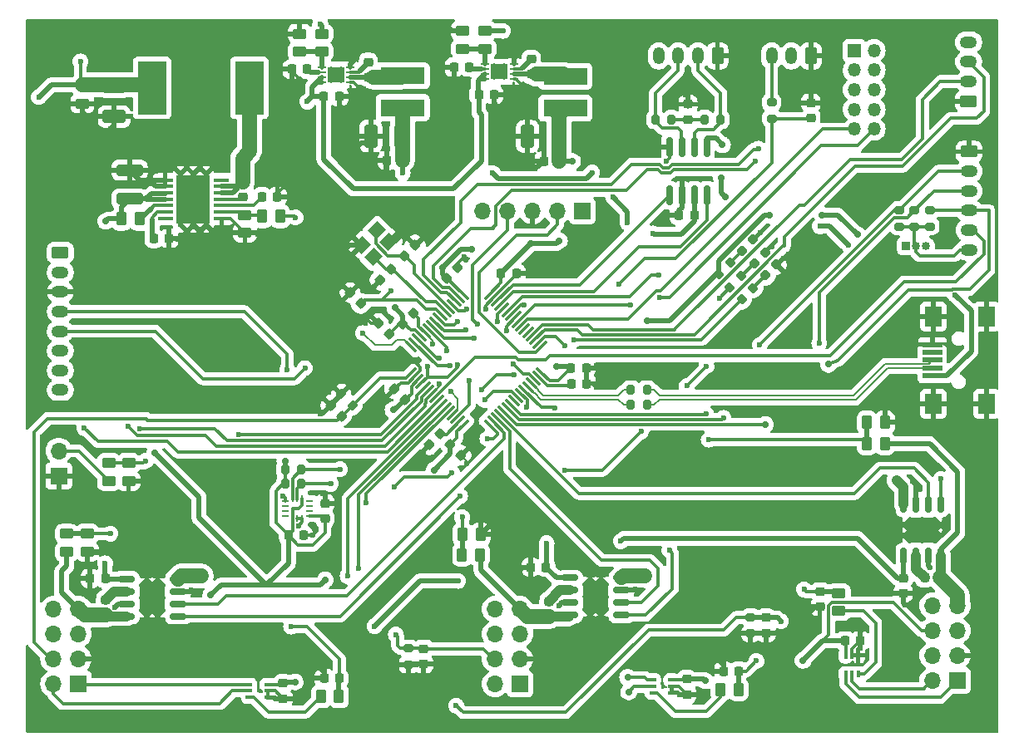
<source format=gtl>
G04 #@! TF.GenerationSoftware,KiCad,Pcbnew,8.0.1*
G04 #@! TF.CreationDate,2024-05-07T00:12:19+05:00*
G04 #@! TF.ProjectId,MyVesc,4d795665-7363-42e6-9b69-6361645f7063,rev?*
G04 #@! TF.SameCoordinates,Original*
G04 #@! TF.FileFunction,Copper,L1,Top*
G04 #@! TF.FilePolarity,Positive*
%FSLAX46Y46*%
G04 Gerber Fmt 4.6, Leading zero omitted, Abs format (unit mm)*
G04 Created by KiCad (PCBNEW 8.0.1) date 2024-05-07 00:12:19*
%MOMM*%
%LPD*%
G01*
G04 APERTURE LIST*
G04 Aperture macros list*
%AMRoundRect*
0 Rectangle with rounded corners*
0 $1 Rounding radius*
0 $2 $3 $4 $5 $6 $7 $8 $9 X,Y pos of 4 corners*
0 Add a 4 corners polygon primitive as box body*
4,1,4,$2,$3,$4,$5,$6,$7,$8,$9,$2,$3,0*
0 Add four circle primitives for the rounded corners*
1,1,$1+$1,$2,$3*
1,1,$1+$1,$4,$5*
1,1,$1+$1,$6,$7*
1,1,$1+$1,$8,$9*
0 Add four rect primitives between the rounded corners*
20,1,$1+$1,$2,$3,$4,$5,0*
20,1,$1+$1,$4,$5,$6,$7,0*
20,1,$1+$1,$6,$7,$8,$9,0*
20,1,$1+$1,$8,$9,$2,$3,0*%
%AMRotRect*
0 Rectangle, with rotation*
0 The origin of the aperture is its center*
0 $1 length*
0 $2 width*
0 $3 Rotation angle, in degrees counterclockwise*
0 Add horizontal line*
21,1,$1,$2,0,0,$3*%
G04 Aperture macros list end*
G04 #@! TA.AperFunction,SMDPad,CuDef*
%ADD10RoundRect,0.200000X0.275000X-0.200000X0.275000X0.200000X-0.275000X0.200000X-0.275000X-0.200000X0*%
G04 #@! TD*
G04 #@! TA.AperFunction,SMDPad,CuDef*
%ADD11RoundRect,0.200000X-0.053033X0.335876X-0.335876X0.053033X0.053033X-0.335876X0.335876X-0.053033X0*%
G04 #@! TD*
G04 #@! TA.AperFunction,SMDPad,CuDef*
%ADD12RoundRect,0.250000X-0.450000X0.262500X-0.450000X-0.262500X0.450000X-0.262500X0.450000X0.262500X0*%
G04 #@! TD*
G04 #@! TA.AperFunction,SMDPad,CuDef*
%ADD13RoundRect,0.225000X-0.250000X0.225000X-0.250000X-0.225000X0.250000X-0.225000X0.250000X0.225000X0*%
G04 #@! TD*
G04 #@! TA.AperFunction,SMDPad,CuDef*
%ADD14RoundRect,0.250000X0.450000X-0.262500X0.450000X0.262500X-0.450000X0.262500X-0.450000X-0.262500X0*%
G04 #@! TD*
G04 #@! TA.AperFunction,SMDPad,CuDef*
%ADD15RoundRect,0.225000X0.225000X0.250000X-0.225000X0.250000X-0.225000X-0.250000X0.225000X-0.250000X0*%
G04 #@! TD*
G04 #@! TA.AperFunction,SMDPad,CuDef*
%ADD16RoundRect,0.225000X0.250000X-0.225000X0.250000X0.225000X-0.250000X0.225000X-0.250000X-0.225000X0*%
G04 #@! TD*
G04 #@! TA.AperFunction,SMDPad,CuDef*
%ADD17RoundRect,0.200000X-0.275000X0.200000X-0.275000X-0.200000X0.275000X-0.200000X0.275000X0.200000X0*%
G04 #@! TD*
G04 #@! TA.AperFunction,SMDPad,CuDef*
%ADD18R,0.675000X0.250000*%
G04 #@! TD*
G04 #@! TA.AperFunction,SMDPad,CuDef*
%ADD19R,0.250000X0.675000*%
G04 #@! TD*
G04 #@! TA.AperFunction,SMDPad,CuDef*
%ADD20RoundRect,0.225000X-0.335876X-0.017678X-0.017678X-0.335876X0.335876X0.017678X0.017678X0.335876X0*%
G04 #@! TD*
G04 #@! TA.AperFunction,SMDPad,CuDef*
%ADD21RoundRect,0.225000X-0.225000X-0.250000X0.225000X-0.250000X0.225000X0.250000X-0.225000X0.250000X0*%
G04 #@! TD*
G04 #@! TA.AperFunction,SMDPad,CuDef*
%ADD22RoundRect,0.250000X1.100000X-0.325000X1.100000X0.325000X-1.100000X0.325000X-1.100000X-0.325000X0*%
G04 #@! TD*
G04 #@! TA.AperFunction,SMDPad,CuDef*
%ADD23RoundRect,0.250000X0.412500X0.925000X-0.412500X0.925000X-0.412500X-0.925000X0.412500X-0.925000X0*%
G04 #@! TD*
G04 #@! TA.AperFunction,SMDPad,CuDef*
%ADD24RotRect,1.400000X1.200000X225.000000*%
G04 #@! TD*
G04 #@! TA.AperFunction,SMDPad,CuDef*
%ADD25RoundRect,0.150000X-0.675000X-0.150000X0.675000X-0.150000X0.675000X0.150000X-0.675000X0.150000X0*%
G04 #@! TD*
G04 #@! TA.AperFunction,HeatsinkPad*
%ADD26C,0.500000*%
G04 #@! TD*
G04 #@! TA.AperFunction,HeatsinkPad*
%ADD27R,2.650000X3.000000*%
G04 #@! TD*
G04 #@! TA.AperFunction,SMDPad,CuDef*
%ADD28RoundRect,0.250000X-0.262500X-0.450000X0.262500X-0.450000X0.262500X0.450000X-0.262500X0.450000X0*%
G04 #@! TD*
G04 #@! TA.AperFunction,SMDPad,CuDef*
%ADD29O,0.850000X0.250000*%
G04 #@! TD*
G04 #@! TA.AperFunction,ComponentPad*
%ADD30C,0.650000*%
G04 #@! TD*
G04 #@! TA.AperFunction,SMDPad,CuDef*
%ADD31R,1.800000X1.650000*%
G04 #@! TD*
G04 #@! TA.AperFunction,SMDPad,CuDef*
%ADD32RoundRect,0.225000X-0.017678X0.335876X-0.335876X0.017678X0.017678X-0.335876X0.335876X-0.017678X0*%
G04 #@! TD*
G04 #@! TA.AperFunction,SMDPad,CuDef*
%ADD33R,2.000000X0.500000*%
G04 #@! TD*
G04 #@! TA.AperFunction,SMDPad,CuDef*
%ADD34R,1.700000X2.000000*%
G04 #@! TD*
G04 #@! TA.AperFunction,ComponentPad*
%ADD35R,1.700000X1.700000*%
G04 #@! TD*
G04 #@! TA.AperFunction,ComponentPad*
%ADD36O,1.700000X1.700000*%
G04 #@! TD*
G04 #@! TA.AperFunction,SMDPad,CuDef*
%ADD37RoundRect,0.100000X-0.687500X-0.100000X0.687500X-0.100000X0.687500X0.100000X-0.687500X0.100000X0*%
G04 #@! TD*
G04 #@! TA.AperFunction,HeatsinkPad*
%ADD38C,0.600000*%
G04 #@! TD*
G04 #@! TA.AperFunction,HeatsinkPad*
%ADD39R,3.400000X5.000000*%
G04 #@! TD*
G04 #@! TA.AperFunction,SMDPad,CuDef*
%ADD40RoundRect,0.250000X0.262500X0.450000X-0.262500X0.450000X-0.262500X-0.450000X0.262500X-0.450000X0*%
G04 #@! TD*
G04 #@! TA.AperFunction,SMDPad,CuDef*
%ADD41RoundRect,0.075000X-0.548008X0.441942X0.441942X-0.548008X0.548008X-0.441942X-0.441942X0.548008X0*%
G04 #@! TD*
G04 #@! TA.AperFunction,SMDPad,CuDef*
%ADD42RoundRect,0.075000X-0.548008X-0.441942X-0.441942X-0.548008X0.548008X0.441942X0.441942X0.548008X0*%
G04 #@! TD*
G04 #@! TA.AperFunction,ComponentPad*
%ADD43RoundRect,0.250000X-0.625000X0.350000X-0.625000X-0.350000X0.625000X-0.350000X0.625000X0.350000X0*%
G04 #@! TD*
G04 #@! TA.AperFunction,ComponentPad*
%ADD44O,1.750000X1.200000*%
G04 #@! TD*
G04 #@! TA.AperFunction,SMDPad,CuDef*
%ADD45RoundRect,0.225000X0.017678X-0.335876X0.335876X-0.017678X-0.017678X0.335876X-0.335876X0.017678X0*%
G04 #@! TD*
G04 #@! TA.AperFunction,SMDPad,CuDef*
%ADD46RoundRect,0.200000X0.200000X0.275000X-0.200000X0.275000X-0.200000X-0.275000X0.200000X-0.275000X0*%
G04 #@! TD*
G04 #@! TA.AperFunction,SMDPad,CuDef*
%ADD47RoundRect,0.218750X-0.026517X0.335876X-0.335876X0.026517X0.026517X-0.335876X0.335876X-0.026517X0*%
G04 #@! TD*
G04 #@! TA.AperFunction,SMDPad,CuDef*
%ADD48RoundRect,0.200000X-0.200000X-0.275000X0.200000X-0.275000X0.200000X0.275000X-0.200000X0.275000X0*%
G04 #@! TD*
G04 #@! TA.AperFunction,SMDPad,CuDef*
%ADD49RoundRect,0.250000X-0.925000X0.412500X-0.925000X-0.412500X0.925000X-0.412500X0.925000X0.412500X0*%
G04 #@! TD*
G04 #@! TA.AperFunction,SMDPad,CuDef*
%ADD50RoundRect,0.100000X0.225000X0.100000X-0.225000X0.100000X-0.225000X-0.100000X0.225000X-0.100000X0*%
G04 #@! TD*
G04 #@! TA.AperFunction,SMDPad,CuDef*
%ADD51RoundRect,0.225000X0.335876X0.017678X0.017678X0.335876X-0.335876X-0.017678X-0.017678X-0.335876X0*%
G04 #@! TD*
G04 #@! TA.AperFunction,SMDPad,CuDef*
%ADD52RoundRect,0.250000X-0.475000X0.250000X-0.475000X-0.250000X0.475000X-0.250000X0.475000X0.250000X0*%
G04 #@! TD*
G04 #@! TA.AperFunction,SMDPad,CuDef*
%ADD53R,4.500000X1.750000*%
G04 #@! TD*
G04 #@! TA.AperFunction,SMDPad,CuDef*
%ADD54RoundRect,0.150000X0.150000X-0.825000X0.150000X0.825000X-0.150000X0.825000X-0.150000X-0.825000X0*%
G04 #@! TD*
G04 #@! TA.AperFunction,ComponentPad*
%ADD55RoundRect,0.250000X0.350000X0.625000X-0.350000X0.625000X-0.350000X-0.625000X0.350000X-0.625000X0*%
G04 #@! TD*
G04 #@! TA.AperFunction,ComponentPad*
%ADD56O,1.200000X1.750000*%
G04 #@! TD*
G04 #@! TA.AperFunction,ComponentPad*
%ADD57R,1.350000X1.350000*%
G04 #@! TD*
G04 #@! TA.AperFunction,ComponentPad*
%ADD58O,1.350000X1.350000*%
G04 #@! TD*
G04 #@! TA.AperFunction,SMDPad,CuDef*
%ADD59RoundRect,0.150000X0.150000X-0.675000X0.150000X0.675000X-0.150000X0.675000X-0.150000X-0.675000X0*%
G04 #@! TD*
G04 #@! TA.AperFunction,HeatsinkPad*
%ADD60R,3.000000X2.650000*%
G04 #@! TD*
G04 #@! TA.AperFunction,ComponentPad*
%ADD61RoundRect,0.250000X0.625000X-0.350000X0.625000X0.350000X-0.625000X0.350000X-0.625000X-0.350000X0*%
G04 #@! TD*
G04 #@! TA.AperFunction,SMDPad,CuDef*
%ADD62RoundRect,0.200000X0.335876X0.053033X0.053033X0.335876X-0.335876X-0.053033X-0.053033X-0.335876X0*%
G04 #@! TD*
G04 #@! TA.AperFunction,ComponentPad*
%ADD63R,0.850000X0.850000*%
G04 #@! TD*
G04 #@! TA.AperFunction,ComponentPad*
%ADD64O,0.850000X0.850000*%
G04 #@! TD*
G04 #@! TA.AperFunction,SMDPad,CuDef*
%ADD65R,2.900000X5.400000*%
G04 #@! TD*
G04 #@! TA.AperFunction,SMDPad,CuDef*
%ADD66RoundRect,0.100000X-0.100000X0.225000X-0.100000X-0.225000X0.100000X-0.225000X0.100000X0.225000X0*%
G04 #@! TD*
G04 #@! TA.AperFunction,ViaPad*
%ADD67C,0.600000*%
G04 #@! TD*
G04 #@! TA.AperFunction,ViaPad*
%ADD68C,0.700000*%
G04 #@! TD*
G04 #@! TA.AperFunction,Conductor*
%ADD69C,0.300000*%
G04 #@! TD*
G04 #@! TA.AperFunction,Conductor*
%ADD70C,0.500000*%
G04 #@! TD*
G04 #@! TA.AperFunction,Conductor*
%ADD71C,0.200000*%
G04 #@! TD*
G04 #@! TA.AperFunction,Conductor*
%ADD72C,0.150000*%
G04 #@! TD*
G04 #@! TA.AperFunction,Conductor*
%ADD73C,1.000000*%
G04 #@! TD*
G04 #@! TA.AperFunction,Conductor*
%ADD74C,1.500000*%
G04 #@! TD*
G04 APERTURE END LIST*
D10*
X294500000Y-105025000D03*
X294500000Y-103375000D03*
D11*
X275300000Y-110100000D03*
X274133274Y-111266726D03*
D12*
X208760419Y-136327500D03*
X208760419Y-138152500D03*
D13*
X282400000Y-92425000D03*
X282400000Y-93975000D03*
X232942501Y-133232498D03*
X232942501Y-134782498D03*
D14*
X230350000Y-87212500D03*
X230350000Y-85387500D03*
D15*
X210585419Y-140890000D03*
X209035419Y-140890000D03*
D16*
X224550000Y-102025000D03*
X224550000Y-100475000D03*
D17*
X241437500Y-148015000D03*
X241437500Y-149665000D03*
D18*
X228870001Y-133012499D03*
X228870001Y-133512499D03*
X228870001Y-134012499D03*
X228870001Y-134512499D03*
D19*
X229632501Y-134774999D03*
X230132501Y-134775000D03*
X230632501Y-134774999D03*
D18*
X231395001Y-134512499D03*
X231395001Y-134012499D03*
X231395001Y-133512499D03*
X231395001Y-133012499D03*
D19*
X230632501Y-132749999D03*
X230132501Y-132749998D03*
X229632501Y-132749999D03*
D20*
X238362114Y-114905368D03*
X239458130Y-116001384D03*
D21*
X248600000Y-91600000D03*
X250150000Y-91600000D03*
D10*
X291400000Y-105025000D03*
X291400000Y-103375000D03*
D22*
X213050000Y-102225000D03*
X213050000Y-99275000D03*
D23*
X240687500Y-95800000D03*
X237612500Y-95800000D03*
D13*
X283350000Y-142225000D03*
X283350000Y-143775000D03*
D21*
X293975000Y-140825000D03*
X295525000Y-140825000D03*
D24*
X238210831Y-105375909D03*
X236655196Y-106931544D03*
X237857277Y-108133625D03*
X239412912Y-106577990D03*
D25*
X257885419Y-140835000D03*
X257885419Y-142105000D03*
X257885419Y-143375000D03*
X257885419Y-144645000D03*
X263135419Y-144645000D03*
X263135419Y-143375000D03*
X263135419Y-142105000D03*
X263135419Y-140835000D03*
D26*
X259435419Y-141490000D03*
X259435419Y-142740000D03*
X259435419Y-143990000D03*
X260510419Y-141490000D03*
X260510419Y-142740000D03*
D27*
X260510419Y-142740000D03*
D26*
X260510419Y-143990000D03*
X261585419Y-141490000D03*
X261585419Y-142740000D03*
X261585419Y-143990000D03*
D10*
X292950000Y-105025000D03*
X292950000Y-103375000D03*
D20*
X240001992Y-121551992D03*
X241098008Y-122648008D03*
D11*
X276515339Y-111288824D03*
X275348613Y-112455550D03*
D28*
X288100000Y-125000000D03*
X289925000Y-125000000D03*
D29*
X249250000Y-88500000D03*
X249250000Y-89000000D03*
X249250000Y-89500000D03*
X249250000Y-90000000D03*
X252150000Y-90000000D03*
X252150000Y-89500000D03*
X252150000Y-89000000D03*
X252150000Y-88500000D03*
D30*
X250200000Y-88750000D03*
X250200000Y-89750000D03*
D31*
X250700000Y-89250000D03*
D30*
X251200000Y-88750000D03*
X251200000Y-89750000D03*
D13*
X253950000Y-87975000D03*
X253950000Y-89525000D03*
X242987500Y-148065000D03*
X242987500Y-149615000D03*
D14*
X224800000Y-105662500D03*
X224800000Y-103837500D03*
D32*
X246423134Y-109213155D03*
X245327118Y-110309171D03*
D33*
X294750000Y-120250000D03*
X294750000Y-119450000D03*
X294750000Y-118650000D03*
X294750000Y-117850000D03*
X294750000Y-117050000D03*
D34*
X294850000Y-123100000D03*
X300300000Y-123100000D03*
X294850000Y-114200000D03*
X300300000Y-114200000D03*
D21*
X258025000Y-121025004D03*
X259575000Y-121025004D03*
D13*
X255760419Y-143215000D03*
X255760419Y-144765000D03*
D35*
X259140000Y-103450000D03*
D36*
X256600000Y-103450000D03*
X254060000Y-103450000D03*
X251520000Y-103450000D03*
X248980000Y-103450000D03*
D15*
X270540000Y-103900000D03*
X268990000Y-103900000D03*
D37*
X216687500Y-100300000D03*
X216687500Y-100950000D03*
X216687500Y-101600000D03*
X216687500Y-102250000D03*
X216687500Y-102900000D03*
X216687500Y-103550000D03*
X216687500Y-104200000D03*
X222412500Y-104200000D03*
X222412500Y-103550000D03*
X222412500Y-102900000D03*
X222412500Y-102250000D03*
X222412500Y-101600000D03*
X222412500Y-100950000D03*
X222412500Y-100300000D03*
D38*
X218250000Y-99650000D03*
X218250000Y-100950000D03*
X218250000Y-102250000D03*
X218250000Y-103550000D03*
X218250000Y-104850000D03*
X219550000Y-99650000D03*
X219550000Y-100950000D03*
X219550000Y-102250000D03*
D39*
X219550000Y-102250000D03*
D38*
X219550000Y-103550000D03*
X219550000Y-104850000D03*
X220850000Y-99650000D03*
X220850000Y-100950000D03*
X220850000Y-102250000D03*
X220850000Y-103550000D03*
X220850000Y-104850000D03*
D40*
X234362500Y-152922498D03*
X232537500Y-152922498D03*
D41*
X246988819Y-111935519D03*
X246635266Y-112289072D03*
X246281713Y-112642625D03*
X245928159Y-112996179D03*
X245574606Y-113349732D03*
X245221052Y-113703286D03*
X244867499Y-114056839D03*
X244513946Y-114410392D03*
X244160392Y-114763946D03*
X243806839Y-115117499D03*
X243453286Y-115471052D03*
X243099732Y-115824606D03*
X242746179Y-116178159D03*
X242392625Y-116531713D03*
X242039072Y-116885266D03*
X241685519Y-117238819D03*
D42*
X241685519Y-119961181D03*
X242039072Y-120314734D03*
X242392625Y-120668287D03*
X242746179Y-121021841D03*
X243099732Y-121375394D03*
X243453286Y-121728948D03*
X243806839Y-122082501D03*
X244160392Y-122436054D03*
X244513946Y-122789608D03*
X244867499Y-123143161D03*
X245221052Y-123496714D03*
X245574606Y-123850268D03*
X245928159Y-124203821D03*
X246281713Y-124557375D03*
X246635266Y-124910928D03*
X246988819Y-125264481D03*
D41*
X249711181Y-125264481D03*
X250064734Y-124910928D03*
X250418287Y-124557375D03*
X250771841Y-124203821D03*
X251125394Y-123850268D03*
X251478948Y-123496714D03*
X251832501Y-123143161D03*
X252186054Y-122789608D03*
X252539608Y-122436054D03*
X252893161Y-122082501D03*
X253246714Y-121728948D03*
X253600268Y-121375394D03*
X253953821Y-121021841D03*
X254307375Y-120668287D03*
X254660928Y-120314734D03*
X255014481Y-119961181D03*
D42*
X255014481Y-117238819D03*
X254660928Y-116885266D03*
X254307375Y-116531713D03*
X253953821Y-116178159D03*
X253600268Y-115824606D03*
X253246714Y-115471052D03*
X252893161Y-115117499D03*
X252539608Y-114763946D03*
X252186054Y-114410392D03*
X251832501Y-114056839D03*
X251478948Y-113703286D03*
X251125394Y-113349732D03*
X250771841Y-112996179D03*
X250418287Y-112642625D03*
X250064734Y-112289072D03*
X249711181Y-111935519D03*
D28*
X246947919Y-136417500D03*
X248772919Y-136417500D03*
X226575000Y-104000000D03*
X228400000Y-104000000D03*
D43*
X206000000Y-107700000D03*
D44*
X206000000Y-109700000D03*
X206000000Y-111700000D03*
X206000000Y-113700000D03*
X206000000Y-115700000D03*
X206000000Y-117700000D03*
X206000000Y-119700000D03*
X206000000Y-121700000D03*
D45*
X241021580Y-108009876D03*
X242117596Y-106913860D03*
D28*
X288112500Y-127150000D03*
X289937500Y-127150000D03*
D46*
X230517501Y-129757500D03*
X228867501Y-129757500D03*
D12*
X206645417Y-136340000D03*
X206645417Y-138165000D03*
D15*
X230767501Y-136507499D03*
X229217501Y-136507499D03*
D47*
X276488824Y-106365592D03*
X275375130Y-107479286D03*
D15*
X252425000Y-109800000D03*
X250875000Y-109800000D03*
D14*
X210950000Y-130962500D03*
X210950000Y-129137500D03*
D48*
X264075000Y-123225000D03*
X265725000Y-123225000D03*
D15*
X255435419Y-139740000D03*
X253885419Y-139740000D03*
D13*
X210625419Y-143065000D03*
X210625419Y-144615000D03*
D43*
X298500000Y-97400000D03*
D44*
X298500000Y-99400000D03*
X298500000Y-101400000D03*
X298500000Y-103400000D03*
X298500000Y-105400000D03*
X298500000Y-107400000D03*
D32*
X244655367Y-126183722D03*
X243559351Y-127279738D03*
D11*
X274210171Y-108700813D03*
X273043445Y-109867539D03*
D49*
X211500000Y-90762500D03*
X211500000Y-93837500D03*
D15*
X240825000Y-98300000D03*
X239275000Y-98300000D03*
X256775000Y-98350000D03*
X255225000Y-98350000D03*
D28*
X273200000Y-152187500D03*
X275025000Y-152187500D03*
D12*
X232600000Y-85387500D03*
X232600000Y-87212500D03*
D13*
X228675000Y-151575000D03*
X228675000Y-153125000D03*
D50*
X227125000Y-153000000D03*
X227125000Y-152350000D03*
X227125000Y-151700000D03*
X225225000Y-151700000D03*
X225225000Y-152350000D03*
X225225000Y-153000000D03*
D51*
X234632129Y-124327569D03*
X233536113Y-123231553D03*
X246776684Y-128340396D03*
X245680668Y-127244380D03*
D21*
X226550000Y-102000000D03*
X228100000Y-102000000D03*
D52*
X208250000Y-90600000D03*
X208250000Y-92500000D03*
D53*
X240850000Y-92925000D03*
X240850000Y-89675000D03*
D48*
X264075000Y-121675000D03*
X265725000Y-121675000D03*
D13*
X291800000Y-140850000D03*
X291800000Y-142400000D03*
D54*
X267990000Y-101850000D03*
X269260000Y-101850000D03*
X270530000Y-101850000D03*
X271800000Y-101850000D03*
X271800000Y-96900000D03*
X270530000Y-96900000D03*
X269260000Y-96900000D03*
X267990000Y-96900000D03*
D55*
X272895000Y-87650000D03*
D56*
X270895000Y-87650000D03*
X268895000Y-87650000D03*
X266895000Y-87650000D03*
D13*
X269762500Y-151162500D03*
X269762500Y-152712500D03*
D48*
X266570000Y-94125000D03*
X268220000Y-94125000D03*
D13*
X277850000Y-144900000D03*
X277850000Y-146450000D03*
D20*
X235508860Y-111773418D03*
X236604876Y-112869434D03*
D57*
X286825000Y-87099999D03*
D58*
X288825001Y-87099999D03*
X286825000Y-89100000D03*
X288825000Y-89099999D03*
X286825000Y-91099999D03*
X288825000Y-91100000D03*
X286825000Y-93099999D03*
X288825000Y-93099999D03*
X286825000Y-95099999D03*
X288825000Y-95099999D03*
D25*
X212750419Y-140935000D03*
X212750419Y-142205000D03*
X212750419Y-143475000D03*
X212750419Y-144745000D03*
X218000419Y-144745000D03*
X218000419Y-143475000D03*
X218000419Y-142205000D03*
X218000419Y-140935000D03*
D26*
X214300419Y-141590000D03*
X214300419Y-142840000D03*
X214300419Y-144090000D03*
X215375419Y-141590000D03*
X215375419Y-142840000D03*
D27*
X215375419Y-142840000D03*
D26*
X215375419Y-144090000D03*
X216450419Y-141590000D03*
X216450419Y-142840000D03*
X216450419Y-144090000D03*
D28*
X246897919Y-138490000D03*
X248722919Y-138490000D03*
D32*
X241933005Y-113844708D03*
X240836989Y-114940724D03*
D21*
X232825000Y-91800000D03*
X234375000Y-91800000D03*
D15*
X247625000Y-88800000D03*
X246075000Y-88800000D03*
D50*
X268212500Y-152537500D03*
X268212500Y-151887500D03*
X268212500Y-151237500D03*
X266312500Y-151237500D03*
X266312500Y-151887500D03*
X266312500Y-152537500D03*
D59*
X291845000Y-138575000D03*
X293115000Y-138575000D03*
X294385000Y-138575000D03*
X295655000Y-138575000D03*
X295655000Y-133325000D03*
X294385000Y-133325000D03*
X293115000Y-133325000D03*
X291845000Y-133325000D03*
D26*
X292500000Y-137025000D03*
X293750000Y-137025000D03*
X295000000Y-137025000D03*
X292500000Y-135950000D03*
X293750000Y-135950000D03*
D60*
X293750000Y-135950000D03*
D26*
X295000000Y-135950000D03*
X292500000Y-134875000D03*
X293750000Y-134875000D03*
X295000000Y-134875000D03*
D21*
X215525000Y-106250000D03*
X217075000Y-106250000D03*
X285856250Y-147237500D03*
X287406250Y-147237500D03*
D61*
X298450000Y-92250000D03*
D44*
X298450000Y-90249999D03*
X298450000Y-88250000D03*
X298450000Y-86250000D03*
D14*
X212950001Y-130962500D03*
X212950001Y-129137500D03*
D62*
X235763498Y-123266907D03*
X234596772Y-122100181D03*
D55*
X282400000Y-87650000D03*
D56*
X280400000Y-87650000D03*
X278400000Y-87650000D03*
D14*
X285250000Y-144212500D03*
X285250000Y-142387500D03*
D16*
X269895000Y-94125000D03*
X269895000Y-92575000D03*
D35*
X205850000Y-130440000D03*
D36*
X205850000Y-127900000D03*
D13*
X237350000Y-88275000D03*
X237350000Y-89825000D03*
D40*
X214050000Y-104250000D03*
X212225000Y-104250000D03*
D63*
X292100000Y-107000000D03*
D64*
X293100000Y-107000000D03*
X294100000Y-107000000D03*
D10*
X278400000Y-94025000D03*
X278400000Y-92375000D03*
D47*
X278901825Y-108902338D03*
X277788131Y-110016032D03*
D23*
X256637500Y-95850000D03*
X253562500Y-95850000D03*
D48*
X271570000Y-94125000D03*
X273220000Y-94125000D03*
D14*
X246950000Y-86912500D03*
X246950000Y-85087500D03*
D15*
X259525000Y-119425000D03*
X257975000Y-119425000D03*
D12*
X249200000Y-85087500D03*
X249200000Y-86912500D03*
D32*
X239642721Y-109388738D03*
X238546705Y-110484754D03*
D17*
X276275000Y-144850000D03*
X276275000Y-146500000D03*
D47*
X277748356Y-107651642D03*
X276634662Y-108765336D03*
D15*
X275062500Y-150327500D03*
X273512500Y-150327500D03*
D48*
X228867501Y-131257498D03*
X230517501Y-131257498D03*
D53*
X257400000Y-92975000D03*
X257400000Y-89725000D03*
D15*
X234400000Y-151050000D03*
X232850000Y-151050000D03*
D29*
X232650000Y-88800000D03*
X232650000Y-89300000D03*
X232650000Y-89800000D03*
X232650000Y-90300000D03*
X235550000Y-90300000D03*
X235550000Y-89800000D03*
X235550000Y-89300000D03*
X235550000Y-88800000D03*
D30*
X233600000Y-89050000D03*
X233600000Y-90050000D03*
D31*
X234100000Y-89550000D03*
D30*
X234600000Y-89050000D03*
X234600000Y-90050000D03*
D65*
X215350000Y-90900000D03*
X225250000Y-90900000D03*
D15*
X231125000Y-89000000D03*
X229575000Y-89000000D03*
D66*
X287231250Y-148737500D03*
X286581250Y-148737500D03*
X285931250Y-148737500D03*
X285931250Y-150637500D03*
X286581250Y-150637500D03*
X287231250Y-150637500D03*
D35*
X297310419Y-151280000D03*
D36*
X294770419Y-151280000D03*
X297310419Y-148740000D03*
X294770419Y-148740000D03*
X297310419Y-146200000D03*
X294770419Y-146200000D03*
X297310419Y-143660000D03*
X294770419Y-143660000D03*
D35*
X252800419Y-151630000D03*
D36*
X250260419Y-151630000D03*
X252800419Y-149090000D03*
X250260419Y-149090000D03*
X252800419Y-146550000D03*
X250260419Y-146550000D03*
X252800419Y-144010000D03*
X250260419Y-144010000D03*
D35*
X207850419Y-151630000D03*
D36*
X205310419Y-151630000D03*
X207850419Y-149090000D03*
X205310419Y-149090000D03*
X207850419Y-146550000D03*
X205310419Y-146550000D03*
X207850419Y-144010000D03*
X205310419Y-144010000D03*
D67*
X253200000Y-113000000D03*
X262900000Y-110900000D03*
X252885419Y-139915000D03*
X292150000Y-115750000D03*
D68*
X212135000Y-111340000D03*
X222295000Y-134200000D03*
X212135000Y-149440000D03*
X280715000Y-154520000D03*
X219755000Y-146900000D03*
X285795000Y-124040000D03*
D67*
X217950000Y-106300000D03*
X219375419Y-142090000D03*
D68*
X290875000Y-146900000D03*
X234995000Y-146900000D03*
X242615000Y-139280000D03*
X247695000Y-146900000D03*
X222295000Y-98640000D03*
D67*
X240200000Y-149900000D03*
D68*
X222295000Y-111340000D03*
X273095000Y-139280000D03*
X298495000Y-131660000D03*
X283255000Y-151980000D03*
X229915000Y-98640000D03*
X290875000Y-121500000D03*
X293415000Y-154520000D03*
D67*
X211050000Y-99200000D03*
D68*
X214675000Y-111340000D03*
X209595000Y-106260000D03*
D67*
X242975986Y-128075232D03*
D68*
X204515000Y-101180000D03*
X252775000Y-134200000D03*
X245155000Y-91020000D03*
X290875000Y-154520000D03*
D67*
X232692501Y-132257500D03*
D68*
X232455000Y-101180000D03*
D67*
X207800419Y-140890000D03*
D68*
X260395000Y-149440000D03*
X275635000Y-93560000D03*
D67*
X267950000Y-103900000D03*
D68*
X219755000Y-136740000D03*
D67*
X211150000Y-95100000D03*
D68*
X293415000Y-88480000D03*
X280715000Y-116420000D03*
X257855000Y-108800000D03*
X245155000Y-139280000D03*
X273095000Y-144360000D03*
X204515000Y-93560000D03*
X229915000Y-96100000D03*
X288335000Y-111340000D03*
X288335000Y-141820000D03*
X245155000Y-93560000D03*
D67*
X273012500Y-149187500D03*
D68*
X217215000Y-136740000D03*
X214675000Y-149440000D03*
D67*
X234650000Y-92975000D03*
D68*
X273095000Y-134200000D03*
D67*
X287800000Y-146050000D03*
D68*
X237535000Y-85940000D03*
X219755000Y-116420000D03*
X253550000Y-93800000D03*
X275635000Y-91020000D03*
X242615000Y-96100000D03*
X209595000Y-88480000D03*
X285795000Y-154520000D03*
X275635000Y-134200000D03*
X224835000Y-149440000D03*
X280715000Y-91020000D03*
X232455000Y-116420000D03*
D67*
X292000000Y-143600000D03*
X279635448Y-108310136D03*
D68*
X268015000Y-134200000D03*
X237535000Y-98640000D03*
X224835000Y-136740000D03*
X288335000Y-154520000D03*
D67*
X234784072Y-111048635D03*
X252950000Y-90600000D03*
D68*
X209595000Y-134200000D03*
X209595000Y-118960000D03*
X209595000Y-96100000D03*
D67*
X228850000Y-85700000D03*
X238000000Y-111200000D03*
D68*
X295955000Y-154520000D03*
D67*
X243925000Y-117025000D03*
D68*
X224835000Y-131660000D03*
X214675000Y-121500000D03*
X227375000Y-98640000D03*
X222295000Y-116420000D03*
X204515000Y-98640000D03*
X260395000Y-134200000D03*
X234995000Y-116420000D03*
X268015000Y-126580000D03*
D67*
X226150000Y-105800000D03*
X292750000Y-130950000D03*
D68*
X224835000Y-134200000D03*
X212135000Y-118960000D03*
X238550000Y-152650000D03*
X214675000Y-136740000D03*
D67*
X249275000Y-113425000D03*
X247100000Y-108100000D03*
X250750000Y-135050000D03*
D68*
X283255000Y-154520000D03*
D67*
X291600000Y-124600000D03*
X232493425Y-124154028D03*
X277213608Y-105640808D03*
D68*
X283255000Y-134200000D03*
X232455000Y-111340000D03*
D67*
X208550000Y-93700000D03*
X260550001Y-119225002D03*
D68*
X247695000Y-151980000D03*
X212135000Y-121500000D03*
X204515000Y-136740000D03*
D67*
X252450000Y-87600000D03*
D68*
X265475000Y-85940000D03*
X245155000Y-103720000D03*
X227375000Y-96100000D03*
X245155000Y-144360000D03*
X283255000Y-139280000D03*
X240075000Y-103720000D03*
D67*
X237200000Y-114450000D03*
D68*
X217215000Y-111340000D03*
X240075000Y-85940000D03*
X224835000Y-116420000D03*
X242615000Y-103720000D03*
D67*
X228692500Y-132507498D03*
D68*
X295955000Y-88480000D03*
X278175000Y-139280000D03*
X283255000Y-108800000D03*
X275635000Y-139280000D03*
X237535000Y-93560000D03*
X222295000Y-131660000D03*
D67*
X210360419Y-138290000D03*
D68*
X265475000Y-91020000D03*
X298495000Y-124040000D03*
D67*
X269645000Y-91625000D03*
D68*
X255315000Y-108800000D03*
X204515000Y-134200000D03*
X288335000Y-103720000D03*
X207055000Y-101180000D03*
D67*
X264510419Y-141990000D03*
X271062500Y-152937500D03*
D68*
X247695000Y-149440000D03*
X260395000Y-96100000D03*
X285795000Y-113880000D03*
X217215000Y-134200000D03*
X295955000Y-106260000D03*
X257855000Y-139280000D03*
X232455000Y-121500000D03*
X298495000Y-126580000D03*
D67*
X243150000Y-106150000D03*
X214450000Y-131000000D03*
D68*
X275635000Y-88480000D03*
D67*
X231692501Y-136507499D03*
D68*
X257855000Y-149440000D03*
X288335000Y-134200000D03*
D67*
X240650000Y-105900000D03*
D68*
X270555000Y-134200000D03*
X268015000Y-149440000D03*
X204515000Y-154520000D03*
X229915000Y-116420000D03*
D67*
X267645000Y-98375000D03*
D68*
X275635000Y-116420000D03*
X242615000Y-85940000D03*
X280715000Y-139280000D03*
X204515000Y-96100000D03*
D67*
X232425000Y-150010000D03*
X236150000Y-87900000D03*
D68*
X234995000Y-96100000D03*
D67*
X228750000Y-101000000D03*
D68*
X247695000Y-144360000D03*
X212135000Y-106260000D03*
D67*
X234900000Y-107500000D03*
D68*
X285795000Y-139280000D03*
X207055000Y-134200000D03*
X227375000Y-113880000D03*
X222295000Y-129120000D03*
X250235000Y-131660000D03*
X255315000Y-149440000D03*
X265475000Y-149440000D03*
X232455000Y-103720000D03*
X278175000Y-134200000D03*
X242615000Y-151980000D03*
X280715000Y-134200000D03*
D67*
X278473141Y-107068280D03*
X236450000Y-96700000D03*
X250518037Y-114750000D03*
D68*
X224835000Y-118960000D03*
D67*
X282100000Y-144500000D03*
X260550000Y-121425001D03*
X230350000Y-90000000D03*
D68*
X224835000Y-129120000D03*
X219755000Y-111340000D03*
X222295000Y-118960000D03*
D67*
X245650000Y-84900000D03*
D68*
X298495000Y-129120000D03*
X254175000Y-98975000D03*
X268015000Y-144360000D03*
D67*
X241915329Y-118812130D03*
D68*
X250235000Y-96100000D03*
X285795000Y-111340000D03*
D67*
X230075000Y-152700000D03*
X250225000Y-92500000D03*
D68*
X290875000Y-136740000D03*
X278175000Y-113880000D03*
X214675000Y-118960000D03*
X245155000Y-136740000D03*
D67*
X236350000Y-90800000D03*
D68*
X209595000Y-149440000D03*
X229915000Y-111340000D03*
D67*
X247360050Y-129206603D03*
D68*
X285795000Y-134200000D03*
X224835000Y-111340000D03*
X234995000Y-85940000D03*
X298495000Y-154520000D03*
D67*
X239150000Y-99400000D03*
D68*
X290875000Y-101180000D03*
X283255000Y-124040000D03*
D67*
X230282501Y-135507500D03*
X274900000Y-146850000D03*
D68*
X212135000Y-88480000D03*
X227375000Y-136740000D03*
X280715000Y-111340000D03*
X222295000Y-149440000D03*
D67*
X286250000Y-106950000D03*
X262275000Y-102050000D03*
X263725000Y-104650000D03*
X283325000Y-105000000D03*
X232450000Y-84400000D03*
X260125000Y-99525000D03*
X266325000Y-105725000D03*
X240850000Y-99600000D03*
X250000000Y-99575000D03*
X297075000Y-112000000D03*
D68*
X278150000Y-103850000D03*
X240050000Y-113300000D03*
X281600000Y-149250000D03*
X273275000Y-100050000D03*
X232975000Y-141025000D03*
X247900000Y-107375000D03*
X265725000Y-114650000D03*
X253900000Y-106750000D03*
X221325000Y-142600000D03*
X239875000Y-123725000D03*
X256475000Y-119275000D03*
X229914581Y-151435000D03*
X244050000Y-129850000D03*
X273675000Y-102000000D03*
X256800000Y-106475000D03*
X271677081Y-151322500D03*
X287150000Y-105850000D03*
X228867501Y-128900000D03*
X283525000Y-103850000D03*
D67*
X251050000Y-85100000D03*
D68*
X244900000Y-109225000D03*
X215625000Y-128100000D03*
X273400000Y-96700000D03*
X258150000Y-98400000D03*
D67*
X239700000Y-111600000D03*
X229950000Y-104100000D03*
X208050000Y-88200000D03*
X246500000Y-141150000D03*
X210575000Y-139350000D03*
X238000000Y-145750000D03*
X255500000Y-137300000D03*
X263050000Y-137100000D03*
X231150000Y-92300000D03*
X203825000Y-91850000D03*
X244551904Y-118478858D03*
X211100000Y-136327500D03*
X246900000Y-134650000D03*
X245634620Y-119234620D03*
X236800000Y-115885787D03*
X272000000Y-126750000D03*
D68*
X210600000Y-104500000D03*
D67*
X246400000Y-114750000D03*
X229500000Y-145800000D03*
X247250000Y-115600000D03*
X276852081Y-149297500D03*
X248150000Y-116400000D03*
X281700000Y-142000000D03*
X235250000Y-140650000D03*
X240150000Y-146600000D03*
X246300000Y-153850000D03*
X279350000Y-145250000D03*
X236400000Y-139900000D03*
D68*
X284200000Y-119075000D03*
X277775000Y-125200000D03*
D67*
X271750000Y-124150000D03*
X277200000Y-117100000D03*
X273500000Y-124525000D03*
X283250000Y-116900000D03*
X214100000Y-125600000D03*
X243350000Y-119300000D03*
X246450000Y-119100000D03*
X230900000Y-119462130D03*
X247625000Y-120700000D03*
X208450000Y-125550000D03*
X212900000Y-125400000D03*
X244600000Y-121075000D03*
X245725000Y-121825000D03*
X229100000Y-119600000D03*
X224200000Y-126200000D03*
X211560419Y-143840000D03*
X256760419Y-143640000D03*
X294500000Y-139750000D03*
X219410419Y-140640000D03*
X220360419Y-140640000D03*
X265510419Y-140590000D03*
X264560419Y-140490000D03*
X291100000Y-130850000D03*
X291850000Y-131950000D03*
X265125000Y-125925000D03*
X249475000Y-126650000D03*
X257356131Y-129868869D03*
X271775000Y-119275000D03*
X269775000Y-121275000D03*
X252150000Y-120175000D03*
X245875000Y-130100000D03*
X248850000Y-121700000D03*
X240025000Y-131575000D03*
X233528222Y-131257498D03*
X257325000Y-117200000D03*
X267000000Y-112250000D03*
X264050000Y-113000000D03*
X234467503Y-129757500D03*
X237150000Y-133175000D03*
X276750000Y-98350000D03*
X277050000Y-97100000D03*
X247350000Y-113450000D03*
X248450000Y-115000000D03*
X252100000Y-119000000D03*
X266950000Y-110000000D03*
X273075000Y-112325000D03*
X258325000Y-116550000D03*
X251400000Y-115630760D03*
X214700000Y-128900000D03*
X245340381Y-117690381D03*
X246700000Y-132500000D03*
X249200000Y-122700000D03*
X256300000Y-123550000D03*
X295650000Y-130750000D03*
X268000000Y-138000000D03*
X253450000Y-123450000D03*
D68*
X263850000Y-152450000D03*
X263750000Y-150975000D03*
D69*
X282350000Y-94025000D02*
X282400000Y-93975000D01*
X251832501Y-114056839D02*
X252889340Y-113000000D01*
X278400000Y-94025000D02*
X282350000Y-94025000D01*
X265500000Y-108300000D02*
X262900000Y-110900000D01*
X266000000Y-108300000D02*
X265500000Y-108300000D01*
X268641514Y-108300000D02*
X266000000Y-108300000D01*
X278400000Y-98541514D02*
X268641514Y-108300000D01*
X252889340Y-113000000D02*
X253200000Y-113000000D01*
X278400000Y-94025000D02*
X278400000Y-98541514D01*
X232942501Y-132507499D02*
X232692501Y-132257500D01*
X259524999Y-119425003D02*
X260350002Y-119425001D01*
X268212500Y-151887500D02*
X268937500Y-151887500D01*
D70*
X254175000Y-98975000D02*
X254600000Y-98975000D01*
X263135419Y-142105000D02*
X264395419Y-142105000D01*
X273512500Y-150327500D02*
X273512500Y-149687500D01*
D69*
X212987501Y-131000000D02*
X212950001Y-130962500D01*
X287406250Y-147237500D02*
X287406250Y-146443750D01*
X242386140Y-106913860D02*
X243150000Y-106150000D01*
D70*
X241437500Y-149665000D02*
X240435000Y-149665000D01*
D69*
X269762500Y-152712500D02*
X270837500Y-152712500D01*
X224800000Y-105650000D02*
X224800000Y-105662500D01*
D70*
X276275000Y-146500000D02*
X277800000Y-146500000D01*
D69*
X227900000Y-152350000D02*
X228675000Y-153125000D01*
D70*
X250750000Y-135050000D02*
X250140419Y-135050000D01*
D69*
X226012500Y-105662500D02*
X226150000Y-105800000D01*
D70*
X242987500Y-149615000D02*
X241487500Y-149615000D01*
D69*
X230632499Y-136372499D02*
X230767498Y-136507499D01*
D70*
X208550000Y-93700000D02*
X208250000Y-93400000D01*
X232613634Y-124154026D02*
X232493425Y-124154028D01*
X211500000Y-94750000D02*
X211150000Y-95100000D01*
D69*
X241402677Y-120951132D02*
X240660214Y-120951131D01*
X250504471Y-114736434D02*
X250518037Y-114750000D01*
X235508858Y-111773419D02*
X234784072Y-111048635D01*
X242659997Y-119693812D02*
X242039069Y-120314736D01*
D70*
X253562500Y-93812500D02*
X253550000Y-93800000D01*
D69*
X293450000Y-117050000D02*
X292150000Y-115750000D01*
X224800000Y-105662500D02*
X226012500Y-105662500D01*
D70*
X253562500Y-95850000D02*
X253562500Y-93812500D01*
X246950000Y-85087500D02*
X245837500Y-85087500D01*
X291200000Y-125000000D02*
X290067500Y-125000000D01*
X236655196Y-106931544D02*
X235468456Y-106931544D01*
D69*
X214450000Y-131000000D02*
X212987501Y-131000000D01*
X229575000Y-89000000D02*
X229575000Y-89225000D01*
D70*
X276275000Y-146500000D02*
X275250000Y-146500000D01*
D69*
X238546705Y-110484754D02*
X238546705Y-110653295D01*
X230632500Y-135157499D02*
X230632500Y-134774998D01*
X242039069Y-120314736D02*
X241402677Y-120951132D01*
X286581250Y-148062500D02*
X287406250Y-147237500D01*
X242463333Y-115188209D02*
X242463333Y-114375039D01*
X287406250Y-146443750D02*
X287800000Y-146050000D01*
X286581250Y-148737500D02*
X286581250Y-148062500D01*
X252350000Y-90000000D02*
X252950000Y-90600000D01*
D70*
X235468456Y-106931544D02*
X234900000Y-107500000D01*
D69*
X242659997Y-119344671D02*
X242659997Y-119693812D01*
X246423134Y-109213155D02*
X246423134Y-108776866D01*
D70*
X239972010Y-106577990D02*
X240650000Y-105900000D01*
D69*
X286581250Y-148737500D02*
X287231250Y-148737500D01*
D70*
X273512500Y-149687500D02*
X273012500Y-149187500D01*
X213050000Y-99275000D02*
X211125000Y-99275000D01*
X254600000Y-98975000D02*
X255225000Y-98350000D01*
D69*
X237655368Y-114905368D02*
X237200000Y-114450000D01*
D70*
X232900000Y-150485000D02*
X232425000Y-150010000D01*
D69*
X267990000Y-98030000D02*
X267990000Y-96900000D01*
X222412500Y-104200000D02*
X223350000Y-104200000D01*
D70*
X234596772Y-122100181D02*
X233536113Y-123160837D01*
X230350000Y-85387500D02*
X229162500Y-85387500D01*
X234375000Y-91800000D02*
X234375000Y-92700000D01*
X229162500Y-85387500D02*
X228850000Y-85700000D01*
D69*
X294750000Y-117050000D02*
X293450000Y-117050000D01*
X259574999Y-121025001D02*
X260150001Y-121025002D01*
X227125000Y-152350000D02*
X227900000Y-152350000D01*
D71*
X246776686Y-128340395D02*
X247360050Y-128923761D01*
D70*
X211125000Y-99275000D02*
X211050000Y-99200000D01*
X219260419Y-142205000D02*
X219375419Y-142090000D01*
D69*
X229575000Y-89225000D02*
X230350000Y-90000000D01*
X227125000Y-152350000D02*
X227125000Y-153000000D01*
X229650000Y-153125000D02*
X228675000Y-153125000D01*
X243099734Y-115824607D02*
X242463333Y-115188209D01*
X260150001Y-121025002D02*
X260550000Y-121425001D01*
D70*
X236600000Y-96550000D02*
X237812500Y-96550000D01*
X215700000Y-100950000D02*
X215350000Y-100600000D01*
X233536113Y-123160837D02*
X233536111Y-123231550D01*
D69*
X242975986Y-127863100D02*
X242975986Y-128075232D01*
D70*
X208250000Y-93400000D02*
X208250000Y-92500000D01*
D69*
X277748357Y-107651643D02*
X278331720Y-107068280D01*
X267645000Y-98375000D02*
X267990000Y-98030000D01*
X230767498Y-136507499D02*
X231692501Y-136507499D01*
D70*
X292750000Y-130950000D02*
X293115000Y-131315000D01*
D69*
X268937500Y-151887500D02*
X269762500Y-152712500D01*
D70*
X291600000Y-124600000D02*
X291200000Y-125000000D01*
X268990000Y-103360000D02*
X269260000Y-103090000D01*
X245837500Y-85087500D02*
X245650000Y-84900000D01*
D69*
X249275000Y-113078806D02*
X249275000Y-113425000D01*
D70*
X210310419Y-138240000D02*
X208941669Y-138240000D01*
D69*
X230075000Y-152700000D02*
X229650000Y-153125000D01*
X252150000Y-90000000D02*
X252350000Y-90000000D01*
D70*
X291800000Y-143400000D02*
X292000000Y-143600000D01*
D69*
X230282501Y-135507500D02*
X230632500Y-135157499D01*
D70*
X250140419Y-135050000D02*
X248772919Y-136417500D01*
X264395419Y-142105000D02*
X264510419Y-141990000D01*
D69*
X238546705Y-110653295D02*
X238000000Y-111200000D01*
X243559352Y-127279737D02*
X242975986Y-127863100D01*
D70*
X215350000Y-100600000D02*
X215350000Y-100300000D01*
D69*
X240660214Y-120951131D02*
X240023815Y-121587528D01*
D70*
X235550000Y-88800000D02*
X235550000Y-88500000D01*
D69*
X250504471Y-113970655D02*
X250504471Y-114736434D01*
X269895000Y-92850000D02*
X269895000Y-91875000D01*
X235550000Y-90300000D02*
X235850000Y-90300000D01*
X242117596Y-106913860D02*
X242386140Y-106913860D01*
D70*
X235550000Y-88500000D02*
X236150000Y-87900000D01*
X234375000Y-92700000D02*
X234650000Y-92975000D01*
D69*
X242463333Y-114375039D02*
X241933005Y-113844708D01*
D70*
X216687500Y-100950000D02*
X215700000Y-100950000D01*
D69*
X252425000Y-109928805D02*
X252425000Y-109800000D01*
D70*
X269260000Y-103090000D02*
X269260000Y-101850000D01*
D69*
X235850000Y-90300000D02*
X236350000Y-90800000D01*
D70*
X210360419Y-138290000D02*
X210310419Y-138240000D01*
D69*
X268212500Y-151887500D02*
X268212500Y-152537500D01*
X223350000Y-104200000D02*
X224800000Y-105650000D01*
D70*
X283350000Y-143775000D02*
X282825000Y-143775000D01*
D69*
X282400000Y-87650000D02*
X282400000Y-92425000D01*
D70*
X291800000Y-142400000D02*
X291800000Y-143400000D01*
D69*
X228870001Y-133012499D02*
X228870000Y-132684998D01*
D70*
X239150000Y-99400000D02*
X239150000Y-98750000D01*
D69*
X246423134Y-108776866D02*
X247100000Y-108100000D01*
D70*
X215350000Y-100300000D02*
X214075000Y-100300000D01*
D69*
X228100000Y-101650000D02*
X228750000Y-101000000D01*
X270837500Y-152712500D02*
X271062500Y-152937500D01*
D70*
X253060419Y-139740000D02*
X252885419Y-139915000D01*
D71*
X247360050Y-128923761D02*
X247360050Y-129206603D01*
D69*
X276488823Y-106365593D02*
X277213608Y-105640808D01*
D70*
X241487500Y-149615000D02*
X241437500Y-149665000D01*
D69*
X217900000Y-106250000D02*
X217950000Y-106300000D01*
X260350002Y-119425001D02*
X260550001Y-119225002D01*
D70*
X252150000Y-87900000D02*
X252450000Y-87600000D01*
X240435000Y-149665000D02*
X240200000Y-149900000D01*
D69*
X232942501Y-133232498D02*
X232942501Y-132507499D01*
D72*
X243099732Y-115824606D02*
X243925000Y-116649874D01*
D69*
X278331720Y-107068280D02*
X278473141Y-107068280D01*
X278901825Y-108902338D02*
X279494027Y-108310136D01*
D70*
X216687500Y-100300000D02*
X215350000Y-100300000D01*
X214075000Y-100300000D02*
X213050000Y-99275000D01*
X232900000Y-150922498D02*
X232900000Y-150485000D01*
X252150000Y-88500000D02*
X252150000Y-87900000D01*
D69*
X269895000Y-91875000D02*
X269645000Y-91625000D01*
X241915329Y-118812130D02*
X242127460Y-118812131D01*
D70*
X239150000Y-98750000D02*
X239370000Y-98530000D01*
D69*
X251125394Y-113349732D02*
X250504471Y-113970655D01*
D70*
X293115000Y-131315000D02*
X293115000Y-133325000D01*
X233536111Y-123231550D02*
X232613634Y-124154026D01*
X275250000Y-146500000D02*
X274900000Y-146850000D01*
D69*
X217075000Y-106250000D02*
X217900000Y-106250000D01*
X279494027Y-108310136D02*
X279635448Y-108310136D01*
D70*
X250150000Y-91600000D02*
X250150000Y-92425000D01*
X239412912Y-106577990D02*
X239972010Y-106577990D01*
D69*
X230132501Y-134775001D02*
X230632500Y-134774998D01*
D70*
X253885419Y-139740000D02*
X253060419Y-139740000D01*
D69*
X250064734Y-112289072D02*
X249275000Y-113078806D01*
D70*
X250150000Y-92425000D02*
X250225000Y-92500000D01*
X218000419Y-142205000D02*
X219260419Y-142205000D01*
D69*
X228870000Y-132684998D02*
X228692500Y-132507498D01*
D70*
X236450000Y-96700000D02*
X236600000Y-96550000D01*
X277800000Y-146500000D02*
X277850000Y-146450000D01*
D69*
X228100000Y-102000000D02*
X228100000Y-101650000D01*
D70*
X211500000Y-93837500D02*
X211500000Y-94750000D01*
D69*
X250064734Y-112289072D02*
X252425000Y-109928805D01*
D70*
X268990000Y-103900000D02*
X268990000Y-103360000D01*
D69*
X267950000Y-103900000D02*
X268990000Y-103900000D01*
D72*
X243925000Y-116649874D02*
X243925000Y-117025000D01*
D70*
X209025419Y-140890000D02*
X207800419Y-140890000D01*
D69*
X242127460Y-118812131D02*
X242659997Y-119344671D01*
D70*
X282825000Y-143775000D02*
X282100000Y-144500000D01*
D69*
X238362114Y-114905368D02*
X237655368Y-114905368D01*
D73*
X240850000Y-95637500D02*
X240687500Y-95800000D01*
D70*
X270540000Y-101860000D02*
X270530000Y-101850000D01*
X283325000Y-105000000D02*
X284300000Y-105000000D01*
X240825000Y-98300000D02*
X240887500Y-98237500D01*
X270540000Y-103900000D02*
X270540000Y-104460000D01*
X259525000Y-100125000D02*
X260125000Y-99525000D01*
X250000000Y-99575000D02*
X250550000Y-100125000D01*
X240887500Y-98237500D02*
X240887500Y-93637500D01*
X250550000Y-100125000D02*
X259525000Y-100125000D01*
X296225000Y-120250000D02*
X298725000Y-117750000D01*
X240825000Y-99575000D02*
X240850000Y-99600000D01*
X232600000Y-85387500D02*
X232600000Y-84550000D01*
X263725000Y-104650000D02*
X263725000Y-103500000D01*
X240887500Y-93637500D02*
X241600000Y-92925000D01*
X232600000Y-84550000D02*
X232450000Y-84400000D01*
D73*
X240850000Y-92925000D02*
X240850000Y-95637500D01*
D70*
X284300000Y-105000000D02*
X286250000Y-106950000D01*
X294750000Y-120250000D02*
X296225000Y-120250000D01*
D74*
X240850000Y-92925000D02*
X240850000Y-98275000D01*
D70*
X270540000Y-104460000D02*
X269175000Y-105825000D01*
D74*
X240850000Y-98275000D02*
X240825000Y-98300000D01*
D70*
X269175000Y-105825000D02*
X266425000Y-105825000D01*
X270540000Y-103900000D02*
X270540000Y-101860000D01*
X266425000Y-105825000D02*
X266325000Y-105725000D01*
X298725000Y-117750000D02*
X298725000Y-113650000D01*
X263725000Y-103500000D02*
X262275000Y-102050000D01*
X240825000Y-98300000D02*
X240825000Y-99575000D01*
X298725000Y-113650000D02*
X297075000Y-112000000D01*
D69*
X269895000Y-94125000D02*
X271570000Y-94125000D01*
X268220000Y-94125000D02*
X269895000Y-94125000D01*
X231692500Y-137507499D02*
X230217500Y-137507499D01*
D74*
X257400000Y-92975000D02*
X256637500Y-93737500D01*
X256775000Y-93600000D02*
X257400000Y-92975000D01*
D69*
X230287501Y-133757499D02*
X229692501Y-133757498D01*
X232942501Y-136257498D02*
X231692500Y-137507499D01*
D70*
X285856250Y-147237500D02*
X283612500Y-147237500D01*
X222350000Y-141575000D02*
X221325000Y-142600000D01*
X240836989Y-114086989D02*
X240050000Y-113300000D01*
X271825000Y-96025000D02*
X272725000Y-96025000D01*
X272782461Y-109867539D02*
X268000000Y-114650000D01*
D69*
X284544544Y-143350000D02*
X290800000Y-143350000D01*
X293650000Y-146200000D02*
X294770419Y-146200000D01*
D70*
X245680668Y-127244380D02*
X245680668Y-128219332D01*
D74*
X256775000Y-98350000D02*
X256775000Y-93600000D01*
D69*
X246988819Y-125264483D02*
X246352423Y-125900882D01*
X240518790Y-114940726D02*
X240836990Y-114940724D01*
D70*
X227000000Y-141575000D02*
X220125002Y-134700002D01*
D69*
X239458133Y-116001383D02*
X240518790Y-114940726D01*
D70*
X269762500Y-151162500D02*
X271517081Y-151162500D01*
D69*
X227125000Y-151700000D02*
X228550000Y-151700000D01*
D70*
X268000000Y-114650000D02*
X265725000Y-114650000D01*
D69*
X240836990Y-114940724D02*
X241049121Y-114940723D01*
X246352423Y-126572629D02*
X245680669Y-127244381D01*
D70*
X229914581Y-151435000D02*
X228815000Y-151435000D01*
D69*
X230217500Y-137507499D02*
X229217498Y-136507501D01*
D70*
X256800000Y-106475000D02*
X256525000Y-106750000D01*
X232975000Y-141025000D02*
X232425000Y-141575000D01*
D69*
X230632500Y-133412498D02*
X230287501Y-133757499D01*
X269687500Y-151237500D02*
X269762500Y-151162500D01*
X228550000Y-151700000D02*
X228675000Y-151575000D01*
X229217498Y-136507501D02*
X227942499Y-135232499D01*
D73*
X256637500Y-95850000D02*
X256637500Y-93737500D01*
D69*
X268212500Y-151237500D02*
X269687500Y-151237500D01*
X241756229Y-121304684D02*
X241756230Y-122047146D01*
X256653302Y-120746698D02*
X257975000Y-119425000D01*
X246352423Y-125900882D02*
X246352423Y-126572629D01*
D70*
X273275000Y-100050000D02*
X273275000Y-101600000D01*
X244900000Y-109225000D02*
X244914339Y-109225000D01*
X258050000Y-98400000D02*
X258100000Y-98350000D01*
D69*
X258100000Y-98350000D02*
X258150000Y-98400000D01*
X290800000Y-143350000D02*
X293650000Y-146200000D01*
D70*
X249200000Y-85087500D02*
X251037500Y-85087500D01*
D69*
X229632502Y-134147499D02*
X229632501Y-134774999D01*
D70*
X253925000Y-106750000D02*
X253925000Y-106750000D01*
X232425000Y-141575000D02*
X227000000Y-141575000D01*
D69*
X232672500Y-134512498D02*
X232942501Y-134782499D01*
D70*
X245680668Y-128219332D02*
X244050000Y-129850000D01*
D69*
X229692501Y-133757498D02*
X229692501Y-134087499D01*
X232942501Y-134782499D02*
X232942501Y-136257498D01*
X229632502Y-136092498D02*
X229217498Y-136507501D01*
D70*
X256775000Y-98350000D02*
X256825000Y-98400000D01*
D69*
X255014481Y-119961181D02*
X255800000Y-120746698D01*
D70*
X273043445Y-108502823D02*
X277696268Y-103850000D01*
X273043445Y-109867539D02*
X273043445Y-108502823D01*
D69*
X245362475Y-110309172D02*
X245327118Y-110309175D01*
D70*
X228867501Y-128900000D02*
X228867501Y-129757500D01*
X271800000Y-96900000D02*
X271800000Y-96050000D01*
X240021016Y-123725000D02*
X241098008Y-122648008D01*
X253900000Y-106750000D02*
X253900000Y-106775000D01*
X272725000Y-96025000D02*
X273400000Y-96700000D01*
X253925000Y-106750000D02*
X253900000Y-106750000D01*
D69*
X255800000Y-120746698D02*
X256653302Y-120746698D01*
D70*
X247875000Y-107350000D02*
X247900000Y-107375000D01*
X271800000Y-96050000D02*
X271825000Y-96025000D01*
X229217501Y-136507499D02*
X229217501Y-139357499D01*
D69*
X241665634Y-115557234D02*
X242125254Y-115557234D01*
D70*
X245327118Y-110309171D02*
X244875000Y-109857053D01*
X244900000Y-109239339D02*
X244900000Y-109225000D01*
X246789339Y-107350000D02*
X247875000Y-107350000D01*
D69*
X250875000Y-110771698D02*
X249711181Y-111935519D01*
X241756230Y-122047146D02*
X241119832Y-122683541D01*
X227942499Y-135232499D02*
X227942500Y-132007500D01*
X246988822Y-111935519D02*
X245362475Y-110309172D01*
D70*
X228815000Y-151435000D02*
X228675000Y-151575000D01*
D69*
X285931250Y-147312500D02*
X285856250Y-147237500D01*
X283612500Y-147237500D02*
X284200000Y-146650000D01*
D70*
X256825000Y-98400000D02*
X258050000Y-98400000D01*
X229217501Y-139357499D02*
X227000000Y-141575000D01*
D69*
X229632501Y-134774999D02*
X229632502Y-136092498D01*
D70*
X256525000Y-106750000D02*
X253925000Y-106750000D01*
X240836989Y-114940724D02*
X240836989Y-114086989D01*
X244875000Y-109857053D02*
X244875000Y-109264339D01*
X273043445Y-109867539D02*
X272782461Y-109867539D01*
D69*
X285931250Y-148737500D02*
X285931250Y-147312500D01*
D70*
X283612500Y-147237500D02*
X281600000Y-149250000D01*
D69*
X242125254Y-115557234D02*
X242746178Y-116178160D01*
D70*
X227000000Y-141575000D02*
X222350000Y-141575000D01*
X285150000Y-103850000D02*
X287150000Y-105850000D01*
D69*
X227942500Y-132007500D02*
X228692500Y-131257499D01*
X284200000Y-143694544D02*
X284544544Y-143350000D01*
X231394998Y-134512501D02*
X232672500Y-134512498D01*
X228692500Y-131257499D02*
X228867502Y-131257499D01*
D70*
X277696268Y-103850000D02*
X278150000Y-103850000D01*
X244914339Y-109225000D02*
X246789339Y-107350000D01*
X273275000Y-101600000D02*
X273675000Y-102000000D01*
X283525000Y-103850000D02*
X285150000Y-103850000D01*
X220125002Y-134700002D02*
X220125002Y-132600002D01*
X271517081Y-151162500D02*
X271677081Y-151322500D01*
D69*
X229692501Y-134087499D02*
X229632502Y-134147499D01*
D70*
X239875000Y-123725000D02*
X240021016Y-123725000D01*
X256475000Y-119275000D02*
X257825000Y-119275000D01*
D69*
X284200000Y-146650000D02*
X284200000Y-143694544D01*
D70*
X244875000Y-109264339D02*
X244900000Y-109239339D01*
D69*
X242392625Y-120668287D02*
X241756229Y-121304684D01*
D70*
X253900000Y-106775000D02*
X250875000Y-109800000D01*
D69*
X241049121Y-114940723D02*
X241665634Y-115557234D01*
X250875000Y-110771698D02*
X250875000Y-109800000D01*
X228867500Y-129757500D02*
X228867502Y-131257499D01*
D70*
X257825000Y-119275000D02*
X257975000Y-119425000D01*
D69*
X230632501Y-132749999D02*
X230632500Y-133412498D01*
D70*
X215625000Y-128100000D02*
X220125002Y-132600002D01*
X251037500Y-85087500D02*
X251050000Y-85100000D01*
D69*
X242050000Y-109825127D02*
X242050000Y-109000000D01*
X245574605Y-113349732D02*
X242050000Y-109825127D01*
X239359878Y-108009880D02*
X238140121Y-106790121D01*
X242050000Y-109000000D02*
X241059880Y-108009880D01*
X238140121Y-106790121D02*
X238140120Y-105446618D01*
X241059880Y-108009880D02*
X239359878Y-108009880D01*
X238140120Y-105446618D02*
X238210830Y-105375906D01*
X239112390Y-109388739D02*
X239642721Y-109388734D01*
X239890211Y-109636225D02*
X240102343Y-109636225D01*
X239642721Y-109388734D02*
X239890211Y-109636225D01*
X244231103Y-112713336D02*
X245221053Y-113703284D01*
X243179453Y-112713337D02*
X240608059Y-110141942D01*
X244231103Y-112713336D02*
X243179453Y-112713337D01*
X240102343Y-109636225D02*
X240608059Y-110141942D01*
X237857277Y-108133623D02*
X239112390Y-109388739D01*
D71*
X244248779Y-113438121D02*
X243450000Y-113438120D01*
D69*
X238750000Y-112550000D02*
X239700000Y-111600000D01*
X236924310Y-112550000D02*
X238500000Y-112550000D01*
X243197130Y-113438120D02*
X243199335Y-113435915D01*
D71*
X243450000Y-113438120D02*
X243188118Y-113438120D01*
D69*
X243197130Y-113438120D02*
X243450000Y-113438120D01*
X243199335Y-113435915D02*
X244246577Y-113435915D01*
D71*
X244867498Y-114056840D02*
X244248779Y-113438121D01*
D69*
X238500000Y-112550000D02*
X242309010Y-112550000D01*
X244246577Y-113435915D02*
X244867499Y-114056839D01*
X242309010Y-112550000D02*
X243197130Y-113438120D01*
X236604876Y-112869434D02*
X236924310Y-112550000D01*
X238500000Y-112550000D02*
X238750000Y-112550000D01*
X245309442Y-126236755D02*
X246635263Y-124910930D01*
X244602333Y-126236753D02*
X245309442Y-126236755D01*
X254660928Y-120314734D02*
X255592893Y-121246698D01*
X257803306Y-121246698D02*
X258025000Y-121025004D01*
X255592893Y-121246698D02*
X257803306Y-121246698D01*
D70*
X208455419Y-144615000D02*
X207850419Y-144010000D01*
D73*
X212750419Y-144745000D02*
X210755419Y-144745000D01*
D70*
X206135419Y-142295000D02*
X206135419Y-140155002D01*
X207850419Y-144010000D02*
X206135419Y-142295000D01*
D74*
X207850419Y-144010000D02*
X208484303Y-144643884D01*
D70*
X206645417Y-139645004D02*
X206645417Y-138165000D01*
X206135419Y-140155002D02*
X206645417Y-139645004D01*
X210755419Y-144745000D02*
X210625419Y-144615000D01*
D69*
X212750419Y-144745000D02*
X213280419Y-144745000D01*
X207850419Y-144010000D02*
X207850419Y-143980000D01*
D73*
X206620417Y-138140000D02*
X206645417Y-138165000D01*
D74*
X208484303Y-144643884D02*
X210596536Y-144643884D01*
D70*
X210625419Y-144615000D02*
X208455419Y-144615000D01*
D73*
X210625419Y-143065000D02*
X211485419Y-142205000D01*
X211485419Y-142205000D02*
X212750419Y-142205000D01*
X256870419Y-142105000D02*
X257885419Y-142105000D01*
X255760419Y-143215000D02*
X256870419Y-142105000D01*
D70*
X257765419Y-144765000D02*
X257885419Y-144645000D01*
D73*
X255760419Y-144765000D02*
X257765419Y-144765000D01*
D74*
X253555419Y-144765000D02*
X255760419Y-144765000D01*
X252800419Y-144010000D02*
X253555419Y-144765000D01*
D70*
X248810419Y-138776250D02*
X248599169Y-138565000D01*
X252800419Y-144010000D02*
X248810419Y-140020000D01*
X248810419Y-140020000D02*
X248810419Y-138776250D01*
D73*
X293115000Y-139965000D02*
X293975000Y-140825000D01*
X293115000Y-138575000D02*
X293115000Y-139965000D01*
D70*
X294500000Y-127150000D02*
X289937500Y-127150000D01*
X295655000Y-137945000D02*
X297350000Y-136250000D01*
X297350000Y-130000000D02*
X294500000Y-127150000D01*
D73*
X295655000Y-138575000D02*
X295655000Y-140695000D01*
D74*
X297310419Y-142610419D02*
X295525000Y-140825000D01*
X297310419Y-143660000D02*
X297310419Y-142610419D01*
D70*
X295655000Y-138575000D02*
X295655000Y-137945000D01*
X297350000Y-136250000D02*
X297350000Y-130000000D01*
D73*
X295655000Y-140695000D02*
X295525000Y-140825000D01*
D69*
X210695419Y-140935000D02*
X210625419Y-140865000D01*
D70*
X291800000Y-138620000D02*
X291845000Y-138575000D01*
X291800000Y-140850000D02*
X291800000Y-138620000D01*
D69*
X208050000Y-88200000D02*
X208050000Y-90400000D01*
D70*
X249250000Y-90000000D02*
X248750000Y-90000000D01*
X248550000Y-91550000D02*
X248600000Y-91600000D01*
X242600000Y-141150000D02*
X246500000Y-141150000D01*
X291225000Y-140850000D02*
X291800000Y-140850000D01*
X212750419Y-140935000D02*
X210620419Y-140935000D01*
X248550000Y-90200000D02*
X248550000Y-91550000D01*
X256530419Y-140835000D02*
X255435419Y-139740000D01*
X248850000Y-93650000D02*
X248850000Y-98400000D01*
X210575000Y-140879581D02*
X210585419Y-140890000D01*
X210575000Y-139350000D02*
X210575000Y-140879581D01*
X235850000Y-101200000D02*
X232825000Y-98175000D01*
D69*
X207450000Y-90600000D02*
X208250000Y-90600000D01*
D70*
X210620419Y-140935000D02*
X210575419Y-140890000D01*
X232150000Y-90300000D02*
X231650000Y-90800000D01*
X205075000Y-90600000D02*
X203825000Y-91850000D01*
D69*
X208050000Y-90400000D02*
X208250000Y-90600000D01*
D70*
X248600000Y-93400000D02*
X248850000Y-93650000D01*
X248600000Y-91600000D02*
X248600000Y-93400000D01*
D69*
X229850000Y-104000000D02*
X229950000Y-104100000D01*
D74*
X215050000Y-90600000D02*
X215350000Y-90900000D01*
D70*
X255500000Y-139675419D02*
X255435419Y-139740000D01*
D69*
X231250000Y-92300000D02*
X231150000Y-92300000D01*
D70*
X231650000Y-90800000D02*
X231650000Y-91800000D01*
X231650000Y-91800000D02*
X231150000Y-92300000D01*
X238000000Y-145750000D02*
X242600000Y-141150000D01*
X248850000Y-98400000D02*
X246050000Y-101200000D01*
X232650000Y-89800000D02*
X232150000Y-90300000D01*
X246050000Y-101200000D02*
X235850000Y-101200000D01*
X208250000Y-90600000D02*
X205075000Y-90600000D01*
X232825000Y-98175000D02*
X232825000Y-91800000D01*
X287175000Y-136800000D02*
X291225000Y-140850000D01*
D74*
X208250000Y-90600000D02*
X215050000Y-90600000D01*
D70*
X232825000Y-91800000D02*
X231650000Y-91800000D01*
X263350000Y-136800000D02*
X287175000Y-136800000D01*
D69*
X228400000Y-104000000D02*
X229850000Y-104000000D01*
D70*
X255500000Y-137300000D02*
X255500000Y-139675419D01*
X232650000Y-90300000D02*
X232150000Y-90300000D01*
X248750000Y-90000000D02*
X248550000Y-90200000D01*
X263050000Y-137100000D02*
X263350000Y-136800000D01*
X249250000Y-89500000D02*
X248550000Y-90200000D01*
X257885419Y-140835000D02*
X256530419Y-140835000D01*
D69*
X212750419Y-140935000D02*
X210695419Y-140935000D01*
D70*
X206657917Y-136327500D02*
X206645417Y-136340000D01*
D69*
X208760419Y-136327500D02*
X211100000Y-136327500D01*
X244551904Y-118478858D02*
X244339770Y-118478858D01*
D70*
X208760419Y-136327500D02*
X206657917Y-136327500D01*
D69*
X244339770Y-118478858D02*
X242392625Y-116531713D01*
X246947919Y-136417500D02*
X246947919Y-134697919D01*
X245634620Y-119234620D02*
X244388426Y-119234620D01*
X244388426Y-119234620D02*
X242039072Y-116885266D01*
D70*
X247125419Y-136892500D02*
X247075419Y-136842500D01*
X246947919Y-136417500D02*
X246947919Y-138440000D01*
D69*
X246947919Y-134697919D02*
X246900000Y-134650000D01*
D71*
X239750000Y-117100000D02*
X240250000Y-116600000D01*
D70*
X288112500Y-127150000D02*
X288112500Y-125012500D01*
D71*
X240250000Y-116600000D02*
X241046698Y-116600000D01*
X241046698Y-116600000D02*
X241685518Y-117238820D01*
X236800000Y-115885787D02*
X238014213Y-117100000D01*
D69*
X272000000Y-126750000D02*
X287712500Y-126750000D01*
D71*
X238014213Y-117100000D02*
X239750000Y-117100000D01*
D69*
X287712500Y-126750000D02*
X288112500Y-127150000D01*
D74*
X225250000Y-90900000D02*
X225250000Y-97400000D01*
X224550000Y-98100000D02*
X224550000Y-100475000D01*
D70*
X222412500Y-100950000D02*
X224075000Y-100950000D01*
X224075000Y-100950000D02*
X224550000Y-100475000D01*
X222412500Y-101600000D02*
X223539172Y-101600000D01*
X223539172Y-101600000D02*
X224075000Y-101064172D01*
D74*
X225250000Y-97400000D02*
X224550000Y-98100000D01*
D70*
X224075000Y-101064172D02*
X224075000Y-100950000D01*
D69*
X222412500Y-102250000D02*
X224325000Y-102250000D01*
X224325000Y-102250000D02*
X224550000Y-102025000D01*
D70*
X213050000Y-102225000D02*
X214725000Y-102225000D01*
X214725000Y-102225000D02*
X215300000Y-101650000D01*
D69*
X205791824Y-127890678D02*
X205801146Y-127900000D01*
D70*
X210850000Y-104250000D02*
X210600000Y-104500000D01*
X212225000Y-103050000D02*
X213050000Y-102225000D01*
X214750000Y-102250000D02*
X214725000Y-102225000D01*
X212825000Y-102000000D02*
X213050000Y-102225000D01*
D69*
X205801146Y-127900000D02*
X207887500Y-127900000D01*
X207887500Y-127900000D02*
X210950000Y-130962500D01*
D70*
X212225000Y-104250000D02*
X212225000Y-103050000D01*
X212225000Y-104250000D02*
X210850000Y-104250000D01*
X215300000Y-101650000D02*
X216687500Y-101650000D01*
X216687500Y-102250000D02*
X214750000Y-102250000D01*
D69*
X215350000Y-104100001D02*
X215350000Y-104300000D01*
X216687500Y-103550000D02*
X215900001Y-103550000D01*
D70*
X215350000Y-106075000D02*
X215350000Y-104300000D01*
X215525000Y-106250000D02*
X215350000Y-106075000D01*
D69*
X215900001Y-103550000D02*
X215350000Y-104100001D01*
X237325000Y-89800000D02*
X237350000Y-89825000D01*
D74*
X240700000Y-89825000D02*
X237900000Y-89825000D01*
D69*
X241450000Y-89825000D02*
X241600000Y-89675000D01*
D70*
X235550000Y-89800000D02*
X237325000Y-89800000D01*
D73*
X237350000Y-89825000D02*
X237900000Y-89825000D01*
D74*
X240850000Y-89675000D02*
X240700000Y-89825000D01*
D70*
X237350000Y-88275000D02*
X236415000Y-89210000D01*
D69*
X235550000Y-89300000D02*
X236325000Y-89300000D01*
D70*
X253015000Y-88910000D02*
X252925000Y-88910000D01*
X253950000Y-87975000D02*
X253015000Y-88910000D01*
D69*
X252150000Y-89000000D02*
X252925000Y-89000000D01*
X252925000Y-89000000D02*
X253950000Y-87975000D01*
D70*
X253925000Y-89500000D02*
X252150000Y-89500000D01*
D73*
X253950000Y-89525000D02*
X254450000Y-89525000D01*
D74*
X257400000Y-89725000D02*
X257200000Y-89525000D01*
X257200000Y-89525000D02*
X254450000Y-89525000D01*
D70*
X253950000Y-89525000D02*
X253925000Y-89500000D01*
X231425000Y-89300000D02*
X232315614Y-89300000D01*
D69*
X231125000Y-89000000D02*
X231425000Y-89300000D01*
X247825000Y-89000000D02*
X249250000Y-89000000D01*
D70*
X247790000Y-88965000D02*
X248880614Y-88965000D01*
D69*
X247625000Y-88800000D02*
X247825000Y-89000000D01*
D70*
X247625000Y-88800000D02*
X247790000Y-88965000D01*
D69*
X234400000Y-151050000D02*
X234400000Y-149050000D01*
X244513946Y-114410392D02*
X245134868Y-115031316D01*
X234400000Y-149050000D02*
X231150000Y-145800000D01*
D70*
X234362500Y-151087500D02*
X234400000Y-151050000D01*
X234500000Y-152784998D02*
X234362500Y-152922498D01*
D69*
X231150000Y-145800000D02*
X229500000Y-145800000D01*
X245134868Y-115031316D02*
X246118684Y-115031316D01*
X246118684Y-115031316D02*
X246400000Y-114750000D01*
D70*
X234362500Y-152922498D02*
X234362500Y-151087500D01*
X275112500Y-150277500D02*
X275062500Y-150327500D01*
D69*
X247250000Y-115650000D02*
X247250000Y-115600000D01*
X245046446Y-115650000D02*
X247250000Y-115650000D01*
D70*
X275062500Y-150327500D02*
X275062500Y-152150000D01*
D69*
X244160392Y-114763946D02*
X245046446Y-115650000D01*
X275822081Y-150327500D02*
X276852081Y-149297500D01*
D70*
X275062500Y-152150000D02*
X275025000Y-152187500D01*
D69*
X275062500Y-150327500D02*
X275822081Y-150327500D01*
D70*
X285087500Y-142225000D02*
X285250000Y-142387500D01*
D69*
X243806839Y-115117499D02*
X245089340Y-116400000D01*
D70*
X283350000Y-142225000D02*
X285087500Y-142225000D01*
D69*
X283350000Y-142225000D02*
X281925000Y-142225000D01*
X245089340Y-116400000D02*
X248150000Y-116400000D01*
X281925000Y-142225000D02*
X281700000Y-142000000D01*
X234702838Y-124327566D02*
X234632127Y-124327564D01*
X204700000Y-124600000D02*
X214650000Y-124600000D01*
X203300000Y-126000000D02*
X204700000Y-124600000D01*
X241195569Y-120451133D02*
X238579276Y-120451131D01*
X214854028Y-124804028D02*
X214650000Y-124600000D01*
X203300000Y-147400000D02*
X203300000Y-126000000D01*
X241685519Y-119961183D02*
X241195569Y-120451133D01*
X204990000Y-149090000D02*
X203300000Y-147400000D01*
X235763498Y-123266906D02*
X234702838Y-124327566D01*
X205310419Y-149090000D02*
X204990000Y-149090000D01*
X238579276Y-120451131D02*
X235763498Y-123266906D01*
X234155670Y-124804028D02*
X214854028Y-124804028D01*
X234632129Y-124327569D02*
X234155670Y-124804028D01*
X214650000Y-124600000D02*
X214800000Y-124600000D01*
X240350000Y-147750000D02*
X240615000Y-148015000D01*
X250260419Y-149090000D02*
X250100000Y-149090000D01*
X235250000Y-140650000D02*
X235300000Y-140600000D01*
X240615000Y-148015000D02*
X241437500Y-148015000D01*
X249075000Y-148065000D02*
X242987500Y-148065000D01*
X250100000Y-149090000D02*
X249075000Y-148065000D01*
X235300000Y-140600000D02*
X235300000Y-132710660D01*
X240150000Y-146600000D02*
X240350000Y-146800000D01*
X241437500Y-148015000D02*
X242937500Y-148015000D01*
X242937500Y-148015000D02*
X242987500Y-148065000D01*
X240350000Y-146800000D02*
X240350000Y-147750000D01*
X235300000Y-132710660D02*
X244867499Y-123143161D01*
X265875000Y-146150000D02*
X273500000Y-146150000D01*
X274800000Y-144850000D02*
X276275000Y-144850000D01*
D70*
X277850000Y-144900000D02*
X279000000Y-144900000D01*
X276275000Y-144850000D02*
X277800000Y-144850000D01*
D69*
X257475000Y-154550000D02*
X265875000Y-146150000D01*
D70*
X277800000Y-144850000D02*
X277850000Y-144900000D01*
D69*
X273500000Y-146150000D02*
X274800000Y-144850000D01*
X236400000Y-132317766D02*
X245221052Y-123496714D01*
X236400000Y-139900000D02*
X236400000Y-132317766D01*
D70*
X279000000Y-144900000D02*
X279350000Y-145250000D01*
D69*
X246300000Y-153850000D02*
X247000000Y-154550000D01*
X247000000Y-154550000D02*
X257475000Y-154550000D01*
X222412500Y-102900000D02*
X225650000Y-102900000D01*
X225650000Y-102900000D02*
X226550000Y-102000000D01*
X252475126Y-125200000D02*
X277775000Y-125200000D01*
X251125394Y-123850268D02*
X252475126Y-125200000D01*
X277775000Y-125200000D02*
X277850000Y-125200000D01*
X300500000Y-109500000D02*
X300500000Y-103400000D01*
X294500000Y-103375000D02*
X297575000Y-103375000D01*
X298550000Y-111450000D02*
X300500000Y-109500000D01*
X292350000Y-111500000D02*
X296797182Y-111500000D01*
X298500000Y-103400000D02*
X297600000Y-103400000D01*
X296797182Y-111500000D02*
X296847182Y-111450000D01*
X284200000Y-119075000D02*
X285150000Y-118700000D01*
X285150000Y-118700000D02*
X292350000Y-111500000D01*
X297575000Y-103375000D02*
X297600000Y-103400000D01*
X296847182Y-111450000D02*
X298550000Y-111450000D01*
X300500000Y-103400000D02*
X297600000Y-103400000D01*
X271750000Y-124150000D02*
X271700000Y-124200000D01*
X295375000Y-99400000D02*
X298500000Y-99400000D01*
X291400000Y-103375000D02*
X295375000Y-99400000D01*
X290925000Y-103375000D02*
X291400000Y-103375000D01*
X277200000Y-117100000D02*
X290925000Y-103375000D01*
X271700000Y-124200000D02*
X252889339Y-124200000D01*
X252889339Y-124200000D02*
X251832501Y-123143161D01*
X252619239Y-118600000D02*
X255400000Y-118600000D01*
X255400000Y-118600000D02*
X255800000Y-118200000D01*
X300000000Y-106500000D02*
X298900000Y-105400000D01*
X244160392Y-122436054D02*
X248246446Y-118350000D01*
X297159784Y-110675000D02*
X300000000Y-107834784D01*
X252369239Y-118350000D02*
X252619239Y-118600000D01*
X284350000Y-118200000D02*
X291875000Y-110675000D01*
X298900000Y-105400000D02*
X298500000Y-105400000D01*
X291875000Y-110675000D02*
X297159784Y-110675000D01*
X248246446Y-118350000D02*
X252369239Y-118350000D01*
X300000000Y-107834784D02*
X300000000Y-106500000D01*
X255800000Y-118200000D02*
X284350000Y-118200000D01*
X283250000Y-116900000D02*
X283250000Y-111766642D01*
X283250000Y-111766642D02*
X290891642Y-104125000D01*
X294925000Y-101400000D02*
X298500000Y-101400000D01*
X252682232Y-124700000D02*
X251478948Y-123496714D01*
X292950000Y-103375000D02*
X294925000Y-101400000D01*
X273500000Y-124525000D02*
X273325000Y-124700000D01*
X290891642Y-104125000D02*
X292200000Y-104125000D01*
X292200000Y-104125000D02*
X292950000Y-103375000D01*
X273325000Y-124700000D02*
X252682232Y-124700000D01*
X221750000Y-125600000D02*
X214100000Y-125600000D01*
X242756230Y-122426004D02*
X242756230Y-122828262D01*
X243453286Y-121728948D02*
X242756230Y-122426004D01*
X223000000Y-126850000D02*
X221750000Y-125600000D01*
X242756230Y-122828262D02*
X238734492Y-126850000D01*
X238734492Y-126850000D02*
X223000000Y-126850000D01*
X215700000Y-115700000D02*
X206450000Y-115700000D01*
X245399083Y-120400917D02*
X246450000Y-119350000D01*
X230900000Y-119462130D02*
X229812130Y-120550000D01*
X243367101Y-120400917D02*
X243367101Y-119317101D01*
X220550000Y-120550000D02*
X215700000Y-115700000D01*
X246450000Y-119350000D02*
X246450000Y-119100000D01*
X242746179Y-121021841D02*
X243367101Y-120400917D01*
X243367101Y-120400917D02*
X245399083Y-120400917D01*
X247625000Y-123214088D02*
X246281713Y-124557375D01*
X229812130Y-120550000D02*
X220550000Y-120550000D01*
X247625000Y-120700000D02*
X247625000Y-123214088D01*
X243367101Y-119317101D02*
X243350000Y-119300000D01*
X209850000Y-126950000D02*
X208450000Y-125550000D01*
X217950000Y-128000000D02*
X216900000Y-126950000D01*
X244513946Y-122789608D02*
X239303554Y-128000000D01*
X239303554Y-128000000D02*
X217950000Y-128000000D01*
X216900000Y-126950000D02*
X209850000Y-126950000D01*
X243100000Y-123350000D02*
X239050000Y-127400000D01*
D72*
X245928159Y-124203821D02*
X246474083Y-123657897D01*
D69*
X243181230Y-123004302D02*
X243092766Y-123092766D01*
X243806839Y-122082501D02*
X243181230Y-122708110D01*
X243181230Y-122708110D02*
X243181230Y-123004302D01*
D72*
X243092766Y-123092766D02*
X243100000Y-123100000D01*
X246474083Y-123657897D02*
X246474083Y-122574083D01*
X246474083Y-122574083D02*
X245725000Y-121825000D01*
D69*
X239050000Y-127400000D02*
X221900000Y-127400000D01*
X221900000Y-127400000D02*
X220800000Y-126300000D01*
X243100000Y-123100000D02*
X243100000Y-123350000D01*
D72*
X243806839Y-122082501D02*
X244600000Y-121289340D01*
X244600000Y-121289340D02*
X244600000Y-121075000D01*
D69*
X213800000Y-126300000D02*
X212900000Y-125400000D01*
X220800000Y-126300000D02*
X213800000Y-126300000D01*
X238677386Y-126200000D02*
X224200000Y-126200000D01*
X243099732Y-121375394D02*
X242256230Y-122218896D01*
X242256230Y-122218896D02*
X242256230Y-122621156D01*
X242256230Y-122621156D02*
X238677386Y-126200000D01*
X229100000Y-118050000D02*
X224750000Y-113700000D01*
X229100000Y-119600000D02*
X229100000Y-118050000D01*
X224750000Y-113700000D02*
X206450000Y-113700000D01*
X275299999Y-110100001D02*
X276634663Y-108765337D01*
X276515339Y-111288824D02*
X277788131Y-110016032D01*
X275375129Y-107535855D02*
X275375129Y-107479286D01*
X274210171Y-108700813D02*
X275375129Y-107535855D01*
D70*
X212210419Y-143490000D02*
X211910419Y-143490000D01*
X211910419Y-143490000D02*
X211560419Y-143840000D01*
X257885419Y-143375000D02*
X257870419Y-143375000D01*
X257870419Y-143375000D02*
X258360419Y-143390000D01*
X257025419Y-143375000D02*
X256810419Y-143590000D01*
X257395419Y-143375000D02*
X257025419Y-143375000D01*
X256760419Y-143640000D02*
X256810419Y-143590000D01*
X257410419Y-143390000D02*
X257395419Y-143375000D01*
X257425419Y-143375000D02*
X257410419Y-143390000D01*
X258360419Y-143390000D02*
X257900419Y-143375000D01*
X257900419Y-143375000D02*
X257425419Y-143375000D01*
X294385000Y-138575000D02*
X294385000Y-139635000D01*
X294385000Y-139635000D02*
X294500000Y-139750000D01*
D74*
X218295419Y-140640000D02*
X220360419Y-140640000D01*
X218000419Y-140935000D02*
X218295419Y-140640000D01*
X263380419Y-140590000D02*
X265510419Y-140590000D01*
X263135419Y-140835000D02*
X263380419Y-140590000D01*
D70*
X263135419Y-140835000D02*
X264215419Y-140835000D01*
X264215419Y-140835000D02*
X264560419Y-140490000D01*
D73*
X291845000Y-131595000D02*
X291845000Y-131945000D01*
X291845000Y-133325000D02*
X291845000Y-131955000D01*
X291845000Y-131945000D02*
X291850000Y-131950000D01*
X291845000Y-131955000D02*
X291850000Y-131950000D01*
X291100000Y-130850000D02*
X291845000Y-131595000D01*
D69*
X270530000Y-95490000D02*
X270895000Y-95125000D01*
X270530000Y-96900000D02*
X270530000Y-95490000D01*
X273220000Y-91450000D02*
X273220000Y-94125000D01*
X270895000Y-95125000D02*
X272470000Y-95125000D01*
X270895000Y-87650000D02*
X270895000Y-89125000D01*
X270895000Y-89125000D02*
X273220000Y-91450000D01*
X272470000Y-95125000D02*
X273220000Y-94375000D01*
X269210000Y-96775000D02*
X269210000Y-95365000D01*
X268845000Y-95000000D02*
X267270000Y-95000000D01*
X267270000Y-95000000D02*
X266520000Y-94250000D01*
X266570000Y-91550000D02*
X266570000Y-94125000D01*
X266570000Y-91450000D02*
X266570000Y-91625000D01*
X268895000Y-87650000D02*
X268895000Y-89125000D01*
X268895000Y-89125000D02*
X266570000Y-91450000D01*
X269210000Y-95365000D02*
X268845000Y-95000000D01*
X278400000Y-92375000D02*
X278400000Y-87650000D01*
X271775000Y-119275000D02*
X269775000Y-121275000D01*
X249711181Y-125264481D02*
X250525000Y-126078300D01*
X250100000Y-126650000D02*
X249475000Y-126650000D01*
X261181131Y-129868869D02*
X265125000Y-125925000D01*
X250525000Y-126225000D02*
X250100000Y-126650000D01*
X250525000Y-126078300D02*
X250525000Y-126225000D01*
X257356131Y-129868869D02*
X261181131Y-129868869D01*
X241025000Y-130575000D02*
X245400000Y-130575000D01*
X230132500Y-131702499D02*
X230517501Y-131317497D01*
X256389342Y-116264342D02*
X255281850Y-116264342D01*
X248850000Y-121700000D02*
X250375000Y-120175000D01*
X240025000Y-131575000D02*
X241025000Y-130575000D01*
X230517501Y-131257498D02*
X233528222Y-131257498D01*
X245400000Y-130575000D02*
X245875000Y-130100000D01*
X257325000Y-117200000D02*
X256389342Y-116264342D01*
X255281850Y-116264342D02*
X254660928Y-116885266D01*
X230132501Y-132809999D02*
X230132500Y-131702499D01*
X250375000Y-120175000D02*
X252150000Y-120175000D01*
X283475000Y-96775000D02*
X287149999Y-96775000D01*
X267000000Y-112250000D02*
X268000000Y-112250000D01*
X254303554Y-113000000D02*
X264050000Y-113000000D01*
X252539608Y-114763946D02*
X254303554Y-113000000D01*
X268000000Y-112250000D02*
X283475000Y-96775000D01*
X287149999Y-96775000D02*
X288825000Y-95099999D01*
X283600001Y-95099999D02*
X286825000Y-95099999D01*
X263753425Y-114496575D02*
X266650000Y-111600000D01*
X267100000Y-111600000D02*
X283600001Y-95099999D01*
X253514083Y-114496575D02*
X263753425Y-114496575D01*
X266650000Y-111600000D02*
X267100000Y-111600000D01*
X252893161Y-115117499D02*
X253514083Y-114496575D01*
X237150000Y-132274874D02*
X245574606Y-123850268D01*
X237150000Y-133175000D02*
X237150000Y-132274874D01*
X229632502Y-130702500D02*
X230517502Y-129817500D01*
X229632502Y-132809998D02*
X229632502Y-130702500D01*
X230517501Y-129757500D02*
X234467503Y-129757500D01*
X263650000Y-101350000D02*
X265775000Y-99225000D01*
X245570649Y-111224455D02*
X244924455Y-111224455D01*
X267168655Y-99525000D02*
X268121345Y-99525000D01*
X246635266Y-112289072D02*
X245570649Y-111224455D01*
X275875000Y-99225000D02*
X276750000Y-98350000D01*
X244000000Y-109025000D02*
X247825000Y-105200000D01*
X244000000Y-110300000D02*
X244000000Y-109025000D01*
X250100000Y-105200000D02*
X250100000Y-105100000D01*
X250100000Y-105100000D02*
X250320000Y-104880000D01*
X268121345Y-99525000D02*
X268421345Y-99225000D01*
X265775000Y-99225000D02*
X266868655Y-99225000D01*
X250320000Y-104880000D02*
X250320000Y-102952943D01*
X268421345Y-99225000D02*
X275875000Y-99225000D01*
X250320000Y-102952943D02*
X251922943Y-101350000D01*
X266868655Y-99225000D02*
X267168655Y-99525000D01*
X244924455Y-111224455D02*
X244000000Y-110300000D01*
X251922943Y-101350000D02*
X263650000Y-101350000D01*
X247825000Y-105200000D02*
X250100000Y-105200000D01*
X268264239Y-98675000D02*
X275025000Y-98675000D01*
X248475000Y-100725000D02*
X262075000Y-100725000D01*
X243000000Y-108400000D02*
X246800000Y-104600000D01*
X264125000Y-98675000D02*
X267025761Y-98675000D01*
X267914239Y-99025000D02*
X268264239Y-98675000D01*
X244717349Y-111724455D02*
X243000000Y-110007106D01*
X277000000Y-97150000D02*
X277050000Y-97100000D01*
X246281713Y-112642625D02*
X245363543Y-111724455D01*
X276550000Y-97150000D02*
X277000000Y-97150000D01*
X246800000Y-102400000D02*
X248475000Y-100725000D01*
X267375761Y-99025000D02*
X267914239Y-99025000D01*
X246800000Y-104600000D02*
X246800000Y-102400000D01*
X262075000Y-100725000D02*
X264125000Y-98675000D01*
X245363543Y-111724455D02*
X244717349Y-111724455D01*
X275025000Y-98675000D02*
X276550000Y-97150000D01*
X267025761Y-98675000D02*
X267375761Y-99025000D01*
X243000000Y-110007106D02*
X243000000Y-108400000D01*
X246549083Y-113617101D02*
X247182899Y-113617101D01*
X247182899Y-113617101D02*
X247350000Y-113450000D01*
X245928159Y-112996179D02*
X246549083Y-113617101D01*
X248600000Y-113750000D02*
X248600000Y-109750000D01*
X255550000Y-105900000D02*
X256600000Y-104850000D01*
X256600000Y-104850000D02*
X256600000Y-103450000D01*
X252709743Y-117859743D02*
X248600000Y-113750000D01*
X254393559Y-117859743D02*
X252709743Y-117859743D01*
X248600000Y-109750000D02*
X252450000Y-105900000D01*
X255014481Y-117238819D02*
X254393559Y-117859743D01*
X252450000Y-105900000D02*
X255550000Y-105900000D01*
X252100000Y-119000000D02*
X253147365Y-120047365D01*
X253686451Y-120047365D02*
X254307375Y-120668287D01*
X248450000Y-115000000D02*
X248000000Y-114550000D01*
X248000000Y-108950000D02*
X251520000Y-105430000D01*
X248000000Y-114550000D02*
X248000000Y-108950000D01*
X253147365Y-120047365D02*
X253686451Y-120047365D01*
X251520000Y-105430000D02*
X251520000Y-103450000D01*
X266950000Y-110000000D02*
X266130761Y-110000000D01*
X263980761Y-112150000D02*
X253032234Y-112150000D01*
X253032234Y-112150000D02*
X251478948Y-113703286D01*
X273075000Y-112325000D02*
X274133274Y-111266726D01*
X266130761Y-110000000D02*
X263980761Y-112150000D01*
X251400000Y-115630760D02*
X251400000Y-115196446D01*
X271254163Y-116550000D02*
X275348613Y-112455550D01*
X275065770Y-112455550D02*
X275348613Y-112455550D01*
X252186054Y-114410392D02*
X252806977Y-113789469D01*
X258325000Y-116550000D02*
X271254163Y-116550000D01*
X251400000Y-115196446D02*
X252186054Y-114410392D01*
X212950001Y-129137500D02*
X210950000Y-129137500D01*
X214462500Y-129137500D02*
X212950001Y-129137500D01*
X245340381Y-117358147D02*
X243453286Y-115471052D01*
X245340381Y-117690381D02*
X245340381Y-117358147D01*
X214700000Y-128900000D02*
X214462500Y-129137500D01*
X216687500Y-102900000D02*
X215550000Y-102900000D01*
D70*
X214200000Y-104250000D02*
X215250000Y-103200000D01*
X214050000Y-104250000D02*
X214200000Y-104250000D01*
D69*
X215550000Y-102900000D02*
X215250000Y-103200000D01*
X226412500Y-103837500D02*
X226575000Y-104000000D01*
X222412500Y-103550000D02*
X224512500Y-103550000D01*
X224512500Y-103550000D02*
X224800000Y-103837500D01*
X224800000Y-103837500D02*
X226412500Y-103837500D01*
D70*
X232600000Y-87212500D02*
X230350000Y-87212500D01*
X232650000Y-88800000D02*
X232650000Y-87262500D01*
X232650000Y-87262500D02*
X232600000Y-87212500D01*
X249200000Y-86912500D02*
X246950000Y-86912500D01*
X249200000Y-86912500D02*
X249200000Y-88450000D01*
X249200000Y-88450000D02*
X249250000Y-88500000D01*
D69*
X227225000Y-154500000D02*
X230959998Y-154500000D01*
X230959998Y-154500000D02*
X232384998Y-153075000D01*
X225725000Y-153000000D02*
X227225000Y-154500000D01*
X225225000Y-153000000D02*
X225725000Y-153000000D01*
X266312500Y-152537500D02*
X266712500Y-152537500D01*
X271762500Y-154437500D02*
X273200000Y-153000000D01*
X266712500Y-152537500D02*
X268612500Y-154437500D01*
X268612500Y-154437500D02*
X271762500Y-154437500D01*
X273200000Y-153000000D02*
X273200000Y-152187500D01*
X287812500Y-150637500D02*
X289000000Y-149450000D01*
X287762500Y-144212500D02*
X285250000Y-144212500D01*
X287231250Y-150637500D02*
X287812500Y-150637500D01*
X289000000Y-145450000D02*
X287762500Y-144212500D01*
X289000000Y-149450000D02*
X289000000Y-145450000D01*
X252110912Y-110950000D02*
X258890000Y-110950000D01*
X258890000Y-110950000D02*
X267990000Y-101850000D01*
X250418287Y-112642625D02*
X252110912Y-110950000D01*
X264875000Y-107075000D02*
X269159408Y-107075000D01*
X271825000Y-101875000D02*
X271800000Y-101850000D01*
X269159408Y-107075000D02*
X271825000Y-104409408D01*
X250771841Y-112996179D02*
X252118020Y-111650000D01*
X260300000Y-111650000D02*
X264875000Y-107075000D01*
X271825000Y-104409408D02*
X271825000Y-101875000D01*
X252118020Y-111650000D02*
X260300000Y-111650000D01*
X251918685Y-121815131D02*
X250084869Y-121815131D01*
X250084869Y-121815131D02*
X249200000Y-122700000D01*
X234455000Y-144745000D02*
X218000419Y-144745000D01*
X252539608Y-122436054D02*
X251918685Y-121815131D01*
X246700000Y-132500000D02*
X234455000Y-144745000D01*
X251175000Y-126021194D02*
X250064734Y-124910928D01*
X251175000Y-126625000D02*
X251175000Y-126021194D01*
X222075000Y-143475000D02*
X222900000Y-142650000D01*
X235150000Y-142650000D02*
X251175000Y-126625000D01*
X222900000Y-142650000D02*
X235150000Y-142650000D01*
X218000419Y-143475000D02*
X222075000Y-143475000D01*
X293750000Y-96075000D02*
X291625000Y-98200000D01*
X268652712Y-115425000D02*
X268650000Y-115425000D01*
X298450000Y-90249999D02*
X295575001Y-90249999D01*
X281227712Y-102850000D02*
X268652712Y-115425000D01*
X268525000Y-115550000D02*
X260250000Y-115550000D01*
X291625000Y-98200000D02*
X286432106Y-98200000D01*
X293750000Y-92075000D02*
X293750000Y-96075000D01*
X281782106Y-102850000D02*
X281227712Y-102850000D01*
X295575001Y-90249999D02*
X293750000Y-92075000D01*
X260250000Y-115550000D02*
X259725000Y-115025000D01*
X286432106Y-98200000D02*
X281782106Y-102850000D01*
X268650000Y-115425000D02*
X268525000Y-115550000D01*
X259725000Y-115025000D02*
X255106978Y-115025000D01*
X255106978Y-115025000D02*
X253953821Y-116178159D01*
X254967766Y-123450000D02*
X253246714Y-121728948D01*
X256300000Y-123550000D02*
X256200000Y-123450000D01*
X256200000Y-123450000D02*
X254967766Y-123450000D01*
X295655000Y-130755000D02*
X295655000Y-133325000D01*
X295655000Y-130755000D02*
X295650000Y-130750000D01*
X261100000Y-139050000D02*
X266000000Y-139050000D01*
X265125419Y-143375000D02*
X263135419Y-143375000D01*
X266850000Y-141650419D02*
X265125419Y-143375000D01*
X251750000Y-125889085D02*
X251750000Y-129700000D01*
X266000000Y-139050000D02*
X266850000Y-139900000D01*
X251750000Y-129700000D02*
X261100000Y-139050000D01*
X266850000Y-139900000D02*
X266850000Y-141650419D01*
X250418287Y-124557376D02*
X251750000Y-125889085D01*
X253450000Y-123450000D02*
X253514085Y-123385915D01*
X265605000Y-144645000D02*
X268300000Y-141950000D01*
X253514085Y-123385915D02*
X253514085Y-122703423D01*
X253514085Y-122703423D02*
X252893161Y-122082501D01*
X268300000Y-138300000D02*
X268000000Y-138000000D01*
X263135419Y-144645000D02*
X265605000Y-144645000D01*
X268300000Y-141950000D02*
X268300000Y-139500000D01*
X268300000Y-139500000D02*
X268300000Y-138300000D01*
X254307375Y-116531713D02*
X255289085Y-115550000D01*
X255289085Y-115550000D02*
X258600000Y-115550000D01*
X300000000Y-89800000D02*
X298450000Y-88250000D01*
X259100000Y-116050000D02*
X270525000Y-116050000D01*
X296625000Y-94000000D02*
X299262500Y-94000000D01*
X299262500Y-94000000D02*
X300000000Y-93262500D01*
X270525000Y-116050000D02*
X279575000Y-107000000D01*
X279700000Y-107000000D02*
X279700000Y-106050000D01*
X286875000Y-98875000D02*
X291750000Y-98875000D01*
X300000000Y-93262500D02*
X300000000Y-89800000D01*
X258600000Y-115550000D02*
X259100000Y-116050000D01*
X279575000Y-107000000D02*
X279700000Y-107000000D01*
X291750000Y-98875000D02*
X296625000Y-94000000D01*
X279700000Y-106050000D02*
X286875000Y-98875000D01*
X286825000Y-132250000D02*
X258818022Y-132250000D01*
X289425000Y-129650000D02*
X286825000Y-132250000D01*
X292900000Y-129650000D02*
X289425000Y-129650000D01*
X294385000Y-131135000D02*
X292900000Y-129650000D01*
X258818022Y-132250000D02*
X250771841Y-124203821D01*
X294385000Y-133325000D02*
X294385000Y-131135000D01*
X223525000Y-152350000D02*
X225225000Y-152350000D01*
X205310419Y-151630000D02*
X205310419Y-152640000D01*
X222235000Y-153640000D02*
X223525000Y-152350000D01*
X206310419Y-153640000D02*
X222235000Y-153640000D01*
X205310419Y-152640000D02*
X206310419Y-153640000D01*
X207920419Y-151700000D02*
X225225000Y-151700000D01*
D70*
X207850419Y-151630000D02*
X208020419Y-151630000D01*
X207910419Y-151690000D02*
X207850419Y-151630000D01*
D69*
X207850419Y-151630000D02*
X207920419Y-151700000D01*
X266312500Y-151887500D02*
X265662500Y-151887500D01*
X264412500Y-151887500D02*
X263850000Y-152450000D01*
X265662500Y-151887500D02*
X264412500Y-151887500D01*
X265500000Y-150975000D02*
X265762500Y-151237500D01*
X265762500Y-151237500D02*
X266312500Y-151237500D01*
X263750000Y-150975000D02*
X265500000Y-150975000D01*
X295590419Y-153000000D02*
X287300000Y-153000000D01*
X285931250Y-151631250D02*
X285931250Y-150637500D01*
X297310419Y-151280000D02*
X295590419Y-153000000D01*
X287300000Y-153000000D02*
X285931250Y-151631250D01*
X287330000Y-152130000D02*
X286581250Y-151381250D01*
X293920420Y-152130000D02*
X294050210Y-152000210D01*
X287330000Y-152130000D02*
X293920420Y-152130000D01*
X294770419Y-151280000D02*
X294050210Y-152000210D01*
X286581250Y-151381250D02*
X286581250Y-150637500D01*
X294050210Y-152000210D02*
X293920419Y-152130000D01*
D71*
X254616180Y-121719556D02*
X254616180Y-121684200D01*
X263362499Y-121675000D02*
X262812499Y-122225000D01*
X254616180Y-121684200D02*
X253953821Y-121021841D01*
X264075000Y-121675000D02*
X263362499Y-121675000D01*
X255121624Y-122225000D02*
X254616180Y-121719556D01*
X262812499Y-122225000D02*
X255121624Y-122225000D01*
X264075000Y-123225000D02*
X263362499Y-123225000D01*
X262812499Y-122675000D02*
X254935230Y-122675000D01*
X254935230Y-122675000D02*
X254297983Y-122037753D01*
X254262627Y-122037753D02*
X253600268Y-121375394D01*
X263362499Y-123225000D02*
X262812499Y-122675000D01*
X254297983Y-122037753D02*
X254262627Y-122037753D01*
X294390000Y-119010000D02*
X294750000Y-118650000D01*
X266437501Y-121675000D02*
X266987501Y-122225000D01*
X265725000Y-121675000D02*
X266437501Y-121675000D01*
X294400001Y-118999999D02*
X294750000Y-118650000D01*
X286771952Y-122225000D02*
X289986952Y-119010000D01*
X266987501Y-122225000D02*
X286771952Y-122225000D01*
X289986952Y-119010000D02*
X294390000Y-119010000D01*
X266437501Y-123225000D02*
X266987501Y-122675000D01*
X265725000Y-123225000D02*
X266437501Y-123225000D01*
X286958320Y-122675000D02*
X290183320Y-119450000D01*
X290183320Y-119450000D02*
X294750000Y-119450000D01*
X266987501Y-122675000D02*
X286958320Y-122675000D01*
D69*
X297000000Y-108000000D02*
X297600000Y-107400000D01*
X292950000Y-105025000D02*
X292950000Y-106850000D01*
X291400000Y-105025000D02*
X294500000Y-105025000D01*
X293100000Y-107000000D02*
X293100000Y-107601040D01*
X293100000Y-107601040D02*
X293498960Y-108000000D01*
X292950000Y-106850000D02*
X293100000Y-107000000D01*
X293498960Y-108000000D02*
X297000000Y-108000000D01*
G04 #@! TA.AperFunction,Conductor*
G36*
X271076140Y-151932685D02*
G01*
X271101247Y-151954023D01*
X271104851Y-151958026D01*
X271249488Y-152063112D01*
X271412814Y-152135829D01*
X271587690Y-152173000D01*
X271587691Y-152173000D01*
X271766470Y-152173000D01*
X271766472Y-152173000D01*
X271941348Y-152135829D01*
X272012566Y-152104120D01*
X272081814Y-152094836D01*
X272145090Y-152124464D01*
X272182304Y-152183598D01*
X272187000Y-152217400D01*
X272187000Y-152687501D01*
X272187001Y-152687519D01*
X272197500Y-152790296D01*
X272197501Y-152790299D01*
X272246183Y-152937209D01*
X272248585Y-153007037D01*
X272216158Y-153063894D01*
X271529373Y-153750681D01*
X271468050Y-153784166D01*
X271441692Y-153787000D01*
X270453501Y-153787000D01*
X270386462Y-153767315D01*
X270340707Y-153714511D01*
X270330763Y-153645353D01*
X270359788Y-153581797D01*
X270388404Y-153557462D01*
X270465228Y-153510075D01*
X270465232Y-153510072D01*
X270585072Y-153390232D01*
X270585075Y-153390228D01*
X270674042Y-153245992D01*
X270674047Y-153245981D01*
X270727355Y-153085106D01*
X270737499Y-152985822D01*
X270737500Y-152985809D01*
X270737500Y-152962500D01*
X268868500Y-152962500D01*
X268801461Y-152942815D01*
X268755706Y-152890011D01*
X268744500Y-152838500D01*
X268744500Y-152737500D01*
X268136500Y-152737500D01*
X268069461Y-152717815D01*
X268023706Y-152665011D01*
X268012500Y-152613500D01*
X268012500Y-152061999D01*
X268032185Y-151994960D01*
X268084989Y-151949205D01*
X268136497Y-151937999D01*
X268288501Y-151937999D01*
X268355539Y-151957684D01*
X268401294Y-152010488D01*
X268412500Y-152061999D01*
X268412500Y-152337500D01*
X268956500Y-152337500D01*
X269023539Y-152357185D01*
X269069294Y-152409989D01*
X269080500Y-152461500D01*
X269080500Y-152462500D01*
X270737499Y-152462500D01*
X270737499Y-152439192D01*
X270737498Y-152439175D01*
X270727355Y-152339892D01*
X270674047Y-152179018D01*
X270674042Y-152179007D01*
X270626603Y-152102097D01*
X270608162Y-152034705D01*
X270629084Y-151968041D01*
X270682726Y-151923272D01*
X270732141Y-151913000D01*
X271009101Y-151913000D01*
X271076140Y-151932685D01*
G37*
G04 #@! TD.AperFunction*
G04 #@! TA.AperFunction,Conductor*
G36*
X301442539Y-83945185D02*
G01*
X301488294Y-83997989D01*
X301499500Y-84049500D01*
X301499500Y-112618115D01*
X301479815Y-112685154D01*
X301427011Y-112730909D01*
X301357853Y-112740853D01*
X301332167Y-112734297D01*
X301257379Y-112706403D01*
X301257372Y-112706401D01*
X301197844Y-112700000D01*
X300550000Y-112700000D01*
X300550000Y-115700000D01*
X301197828Y-115700000D01*
X301197844Y-115699999D01*
X301257372Y-115693598D01*
X301257383Y-115693595D01*
X301332166Y-115665703D01*
X301401857Y-115660718D01*
X301463181Y-115694202D01*
X301496666Y-115755525D01*
X301499500Y-115781884D01*
X301499500Y-121518115D01*
X301479815Y-121585154D01*
X301427011Y-121630909D01*
X301357853Y-121640853D01*
X301332167Y-121634297D01*
X301257379Y-121606403D01*
X301257372Y-121606401D01*
X301197844Y-121600000D01*
X300550000Y-121600000D01*
X300550000Y-124600000D01*
X301197828Y-124600000D01*
X301197844Y-124599999D01*
X301257372Y-124593598D01*
X301257383Y-124593595D01*
X301332166Y-124565703D01*
X301401857Y-124560718D01*
X301463181Y-124594202D01*
X301496666Y-124655525D01*
X301499500Y-124681884D01*
X301499500Y-156475500D01*
X301479815Y-156542539D01*
X301427011Y-156588294D01*
X301375500Y-156599500D01*
X202624500Y-156599500D01*
X202557461Y-156579815D01*
X202511706Y-156527011D01*
X202500500Y-156475500D01*
X202500500Y-147783104D01*
X202520185Y-147716065D01*
X202572989Y-147670310D01*
X202642147Y-147660366D01*
X202705703Y-147689391D01*
X202727599Y-147714209D01*
X202794723Y-147814669D01*
X202794727Y-147814673D01*
X202794727Y-147814674D01*
X203923148Y-148943094D01*
X203956633Y-149004417D01*
X203958995Y-149041580D01*
X203954760Y-149089995D01*
X203954760Y-149090000D01*
X203975355Y-149325403D01*
X203975357Y-149325413D01*
X204036513Y-149553655D01*
X204036515Y-149553659D01*
X204036516Y-149553663D01*
X204129312Y-149752665D01*
X204136384Y-149767830D01*
X204136386Y-149767834D01*
X204218796Y-149885526D01*
X204271920Y-149961396D01*
X204271925Y-149961402D01*
X204439016Y-150128493D01*
X204439022Y-150128498D01*
X204624577Y-150258425D01*
X204668202Y-150313002D01*
X204675396Y-150382500D01*
X204643873Y-150444855D01*
X204624577Y-150461575D01*
X204439016Y-150591505D01*
X204271924Y-150758597D01*
X204136384Y-150952169D01*
X204136383Y-150952171D01*
X204036517Y-151166335D01*
X204036513Y-151166344D01*
X203975357Y-151394586D01*
X203975355Y-151394596D01*
X203954760Y-151629999D01*
X203954760Y-151630000D01*
X203975355Y-151865403D01*
X203975357Y-151865413D01*
X204036513Y-152093655D01*
X204036515Y-152093659D01*
X204036516Y-152093663D01*
X204094216Y-152217400D01*
X204136384Y-152307830D01*
X204136386Y-152307834D01*
X204216669Y-152422489D01*
X204271924Y-152501401D01*
X204439018Y-152668495D01*
X204632589Y-152804035D01*
X204632592Y-152804036D01*
X204632593Y-152804037D01*
X204640542Y-152807744D01*
X204692982Y-152853916D01*
X204702700Y-152872674D01*
X204733952Y-152948125D01*
X204779005Y-153015551D01*
X204789479Y-153031228D01*
X204805145Y-153054673D01*
X205895744Y-154145272D01*
X205895751Y-154145278D01*
X206002282Y-154216459D01*
X206002286Y-154216461D01*
X206002293Y-154216466D01*
X206063632Y-154241873D01*
X206120675Y-154265501D01*
X206120679Y-154265501D01*
X206120680Y-154265502D01*
X206246347Y-154290500D01*
X206246350Y-154290500D01*
X222299071Y-154290500D01*
X222383615Y-154273682D01*
X222424744Y-154265501D01*
X222543127Y-154216465D01*
X222579932Y-154191873D01*
X222649669Y-154145277D01*
X223758127Y-153036819D01*
X223819450Y-153003334D01*
X223845808Y-153000500D01*
X224275501Y-153000500D01*
X224342540Y-153020185D01*
X224388295Y-153072989D01*
X224399501Y-153124500D01*
X224399501Y-153139363D01*
X224414953Y-153256753D01*
X224414956Y-153256762D01*
X224470239Y-153390228D01*
X224475464Y-153402841D01*
X224571718Y-153528282D01*
X224697159Y-153624536D01*
X224843238Y-153685044D01*
X224960639Y-153700500D01*
X225454191Y-153700499D01*
X225521230Y-153720183D01*
X225541872Y-153736818D01*
X226810324Y-155005271D01*
X226810331Y-155005277D01*
X226916871Y-155076464D01*
X226916870Y-155076464D01*
X226944721Y-155088000D01*
X227035256Y-155125501D01*
X227035260Y-155125501D01*
X227035261Y-155125502D01*
X227160928Y-155150500D01*
X227160931Y-155150500D01*
X231024069Y-155150500D01*
X231108613Y-155133682D01*
X231149742Y-155125501D01*
X231268125Y-155076465D01*
X231374667Y-155005277D01*
X232220627Y-154159315D01*
X232281950Y-154125831D01*
X232308308Y-154122997D01*
X232850002Y-154122997D01*
X232850008Y-154122997D01*
X232952797Y-154112497D01*
X233119334Y-154057312D01*
X233268656Y-153965210D01*
X233362319Y-153871547D01*
X233423642Y-153838062D01*
X233493334Y-153843046D01*
X233537681Y-153871547D01*
X233631344Y-153965210D01*
X233780666Y-154057312D01*
X233947203Y-154112497D01*
X234049991Y-154122998D01*
X234675008Y-154122997D01*
X234675016Y-154122996D01*
X234675019Y-154122996D01*
X234731302Y-154117246D01*
X234777797Y-154112497D01*
X234944334Y-154057312D01*
X235093656Y-153965210D01*
X235217712Y-153841154D01*
X235309814Y-153691832D01*
X235364999Y-153525295D01*
X235375500Y-153422507D01*
X235375499Y-152422490D01*
X235375263Y-152420184D01*
X235364999Y-152319701D01*
X235364998Y-152319698D01*
X235342640Y-152252227D01*
X235309814Y-152153164D01*
X235217712Y-152003842D01*
X235170122Y-151956252D01*
X235136637Y-151894929D01*
X235141621Y-151825237D01*
X235170122Y-151780890D01*
X235171914Y-151779098D01*
X235197968Y-151753044D01*
X235287003Y-151608697D01*
X235340349Y-151447708D01*
X235350500Y-151348345D01*
X235350499Y-150751656D01*
X235348504Y-150732129D01*
X235340349Y-150652292D01*
X235340348Y-150652289D01*
X235327317Y-150612963D01*
X235287003Y-150491303D01*
X235286999Y-150491297D01*
X235286998Y-150491294D01*
X235197970Y-150346959D01*
X235197969Y-150346958D01*
X235197968Y-150346956D01*
X235086818Y-150235806D01*
X235053334Y-150174483D01*
X235050500Y-150148125D01*
X235050500Y-149915000D01*
X240462501Y-149915000D01*
X240462501Y-149921582D01*
X240468908Y-149992102D01*
X240468909Y-149992107D01*
X240519481Y-150154396D01*
X240607427Y-150299877D01*
X240727622Y-150420072D01*
X240873104Y-150508019D01*
X240873103Y-150508019D01*
X241035394Y-150558590D01*
X241035392Y-150558590D01*
X241105918Y-150564999D01*
X241687500Y-150564999D01*
X241769081Y-150564999D01*
X241839602Y-150558591D01*
X241839607Y-150558590D01*
X242001896Y-150508018D01*
X242153793Y-150416194D01*
X242154841Y-150417927D01*
X242210137Y-150395906D01*
X242278721Y-150409251D01*
X242286800Y-150413827D01*
X242429007Y-150501542D01*
X242429018Y-150501547D01*
X242589893Y-150554855D01*
X242689183Y-150564999D01*
X242737499Y-150564998D01*
X242737500Y-150564998D01*
X242737500Y-149865000D01*
X243237500Y-149865000D01*
X243237500Y-150564999D01*
X243285808Y-150564999D01*
X243285822Y-150564998D01*
X243385107Y-150554855D01*
X243545981Y-150501547D01*
X243545992Y-150501542D01*
X243690228Y-150412575D01*
X243690232Y-150412572D01*
X243810072Y-150292732D01*
X243810075Y-150292728D01*
X243899042Y-150148492D01*
X243899047Y-150148481D01*
X243952355Y-149987606D01*
X243962499Y-149888322D01*
X243962500Y-149888309D01*
X243962500Y-149865000D01*
X243237500Y-149865000D01*
X242737500Y-149865000D01*
X242455500Y-149865000D01*
X242441819Y-149878681D01*
X242380496Y-149912166D01*
X242354138Y-149915000D01*
X241687500Y-149915000D01*
X241687500Y-150564999D01*
X241105918Y-150564999D01*
X241187499Y-150564998D01*
X241187500Y-150564998D01*
X241187500Y-149915000D01*
X240462501Y-149915000D01*
X235050500Y-149915000D01*
X235050500Y-148985928D01*
X235025502Y-148860261D01*
X235025501Y-148860260D01*
X235025501Y-148860256D01*
X234976465Y-148741873D01*
X234958843Y-148715500D01*
X234905277Y-148635331D01*
X234905275Y-148635329D01*
X234905273Y-148635326D01*
X234905272Y-148635325D01*
X232019949Y-145750003D01*
X237194435Y-145750003D01*
X237214630Y-145929249D01*
X237214631Y-145929254D01*
X237274211Y-146099523D01*
X237339126Y-146202834D01*
X237370184Y-146252262D01*
X237497738Y-146379816D01*
X237586204Y-146435403D01*
X237648897Y-146474796D01*
X237650478Y-146475789D01*
X237764943Y-146515842D01*
X237820745Y-146535368D01*
X237820750Y-146535369D01*
X237999996Y-146555565D01*
X238000000Y-146555565D01*
X238000004Y-146555565D01*
X238179249Y-146535369D01*
X238179252Y-146535368D01*
X238179255Y-146535368D01*
X238349522Y-146475789D01*
X238502262Y-146379816D01*
X238629816Y-146252262D01*
X238725789Y-146099522D01*
X238725790Y-146099520D01*
X238728812Y-146093245D01*
X238730652Y-146094131D01*
X238753307Y-146058058D01*
X242874548Y-141936819D01*
X242935871Y-141903334D01*
X242962229Y-141900500D01*
X246200028Y-141900500D01*
X246240983Y-141907458D01*
X246320745Y-141935368D01*
X246320750Y-141935369D01*
X246499996Y-141955565D01*
X246500000Y-141955565D01*
X246500004Y-141955565D01*
X246679249Y-141935369D01*
X246679252Y-141935368D01*
X246679255Y-141935368D01*
X246849522Y-141875789D01*
X247002262Y-141779816D01*
X247129816Y-141652262D01*
X247225789Y-141499522D01*
X247285368Y-141329255D01*
X247286762Y-141316882D01*
X247305565Y-141150003D01*
X247305565Y-141149996D01*
X247285369Y-140970750D01*
X247285368Y-140970745D01*
X247244164Y-140852991D01*
X247225789Y-140800478D01*
X247225342Y-140799767D01*
X247155636Y-140688831D01*
X247129816Y-140647738D01*
X247002262Y-140520184D01*
X246991835Y-140513632D01*
X246849523Y-140424211D01*
X246679254Y-140364631D01*
X246679249Y-140364630D01*
X246500004Y-140344435D01*
X246499996Y-140344435D01*
X246320750Y-140364630D01*
X246320745Y-140364631D01*
X246240983Y-140392542D01*
X246200028Y-140399500D01*
X242526080Y-140399500D01*
X242381092Y-140428340D01*
X242381082Y-140428343D01*
X242244511Y-140484912D01*
X242244498Y-140484919D01*
X242121584Y-140567048D01*
X242121580Y-140567051D01*
X237691939Y-144996692D01*
X237655872Y-145019359D01*
X237656753Y-145021188D01*
X237650483Y-145024207D01*
X237497737Y-145120184D01*
X237370184Y-145247737D01*
X237274211Y-145400476D01*
X237214631Y-145570745D01*
X237214630Y-145570750D01*
X237194435Y-145749996D01*
X237194435Y-145750003D01*
X232019949Y-145750003D01*
X231877127Y-145607181D01*
X231843642Y-145545858D01*
X231848626Y-145476166D01*
X231890498Y-145420233D01*
X231955962Y-145395816D01*
X231964808Y-145395500D01*
X234519071Y-145395500D01*
X234617275Y-145375965D01*
X234644744Y-145370501D01*
X234763127Y-145321465D01*
X234797202Y-145298697D01*
X234869669Y-145250277D01*
X245995765Y-134124179D01*
X246057086Y-134090696D01*
X246126778Y-134095680D01*
X246182711Y-134137552D01*
X246207128Y-134203016D01*
X246192276Y-134271289D01*
X246188439Y-134277832D01*
X246174211Y-134300475D01*
X246114631Y-134470745D01*
X246114630Y-134470750D01*
X246094435Y-134649996D01*
X246094435Y-134650003D01*
X246114630Y-134829249D01*
X246114631Y-134829254D01*
X246174211Y-134999523D01*
X246209382Y-135055497D01*
X246270184Y-135152262D01*
X246270186Y-135152264D01*
X246270360Y-135152482D01*
X246270429Y-135152652D01*
X246273889Y-135158158D01*
X246272925Y-135158763D01*
X246296774Y-135217166D01*
X246297419Y-135229802D01*
X246297419Y-135255831D01*
X246277734Y-135322870D01*
X246238519Y-135361368D01*
X246216762Y-135374788D01*
X246092708Y-135498842D01*
X246000606Y-135648163D01*
X246000604Y-135648168D01*
X246000534Y-135648380D01*
X245945420Y-135814703D01*
X245945420Y-135814704D01*
X245945419Y-135814704D01*
X245934919Y-135917483D01*
X245934919Y-136917501D01*
X245934920Y-136917519D01*
X245945419Y-137020296D01*
X245945420Y-137020299D01*
X246000604Y-137186831D01*
X246000606Y-137186836D01*
X246006887Y-137197019D01*
X246092513Y-137335842D01*
X246092708Y-137336157D01*
X246097620Y-137341069D01*
X246131105Y-137402392D01*
X246126121Y-137472084D01*
X246097620Y-137516431D01*
X246042708Y-137571342D01*
X245950606Y-137720663D01*
X245950605Y-137720666D01*
X245895420Y-137887203D01*
X245895420Y-137887204D01*
X245895419Y-137887204D01*
X245884919Y-137989983D01*
X245884919Y-138990001D01*
X245884920Y-138990019D01*
X245895419Y-139092796D01*
X245895420Y-139092799D01*
X245924819Y-139181518D01*
X245950605Y-139259334D01*
X246042707Y-139408656D01*
X246166763Y-139532712D01*
X246316085Y-139624814D01*
X246482622Y-139679999D01*
X246585410Y-139690500D01*
X247210427Y-139690499D01*
X247210435Y-139690498D01*
X247210438Y-139690498D01*
X247272795Y-139684128D01*
X247313216Y-139679999D01*
X247479753Y-139624814D01*
X247629075Y-139532712D01*
X247722738Y-139439049D01*
X247784061Y-139405564D01*
X247853753Y-139410548D01*
X247898100Y-139439049D01*
X247991763Y-139532712D01*
X248001010Y-139538416D01*
X248047737Y-139590360D01*
X248059919Y-139643957D01*
X248059919Y-140093918D01*
X248059919Y-140093920D01*
X248059918Y-140093920D01*
X248088759Y-140238907D01*
X248088762Y-140238917D01*
X248140835Y-140364631D01*
X248145335Y-140375495D01*
X248161374Y-140399500D01*
X248172453Y-140416081D01*
X248227468Y-140498418D01*
X248227471Y-140498421D01*
X250185467Y-142456415D01*
X250218952Y-142517738D01*
X250213968Y-142587429D01*
X250172096Y-142643363D01*
X250108594Y-142667624D01*
X250025015Y-142674936D01*
X250025005Y-142674938D01*
X249796763Y-142736094D01*
X249796754Y-142736098D01*
X249582590Y-142835964D01*
X249582588Y-142835965D01*
X249389016Y-142971505D01*
X249221924Y-143138597D01*
X249086384Y-143332169D01*
X249086383Y-143332171D01*
X248986517Y-143546335D01*
X248986513Y-143546344D01*
X248925357Y-143774586D01*
X248925355Y-143774596D01*
X248904760Y-144009999D01*
X248904760Y-144010000D01*
X248925355Y-144245403D01*
X248925357Y-144245413D01*
X248986513Y-144473655D01*
X248986515Y-144473659D01*
X248986516Y-144473663D01*
X249032638Y-144572572D01*
X249086384Y-144687830D01*
X249086386Y-144687834D01*
X249194700Y-144842521D01*
X249221920Y-144881396D01*
X249221925Y-144881402D01*
X249389016Y-145048493D01*
X249389022Y-145048498D01*
X249574577Y-145178425D01*
X249618202Y-145233002D01*
X249625396Y-145302500D01*
X249593873Y-145364855D01*
X249574577Y-145381575D01*
X249389016Y-145511505D01*
X249221924Y-145678597D01*
X249086384Y-145872169D01*
X249086383Y-145872171D01*
X248986517Y-146086335D01*
X248986513Y-146086344D01*
X248925357Y-146314586D01*
X248925355Y-146314596D01*
X248904760Y-146549999D01*
X248904760Y-146550000D01*
X248925355Y-146785403D01*
X248925357Y-146785413D01*
X248986513Y-147013655D01*
X248986515Y-147013659D01*
X248986516Y-147013663D01*
X249063147Y-147177998D01*
X249086384Y-147227830D01*
X249086771Y-147228500D01*
X249086851Y-147228832D01*
X249088672Y-147232736D01*
X249087887Y-147233101D01*
X249103244Y-147296401D01*
X249080391Y-147362427D01*
X249025470Y-147405618D01*
X248979384Y-147414500D01*
X243889374Y-147414500D01*
X243822335Y-147394815D01*
X243801693Y-147378181D01*
X243690544Y-147267032D01*
X243690540Y-147267029D01*
X243546205Y-147178001D01*
X243546199Y-147177998D01*
X243546197Y-147177997D01*
X243526657Y-147171522D01*
X243385209Y-147124651D01*
X243285846Y-147114500D01*
X242689162Y-147114500D01*
X242689144Y-147114501D01*
X242589792Y-147124650D01*
X242589789Y-147124651D01*
X242428805Y-147177996D01*
X242428800Y-147177998D01*
X242286838Y-147265562D01*
X242219445Y-147284002D01*
X242152782Y-147263079D01*
X242148871Y-147260245D01*
X242135412Y-147252109D01*
X242002106Y-147171522D01*
X241839696Y-147120914D01*
X241839694Y-147120913D01*
X241839692Y-147120913D01*
X241790278Y-147116423D01*
X241769116Y-147114500D01*
X241124500Y-147114500D01*
X241057461Y-147094815D01*
X241011706Y-147042011D01*
X241000500Y-146990500D01*
X241000500Y-146735928D01*
X240975502Y-146610261D01*
X240975501Y-146610260D01*
X240975501Y-146610256D01*
X240956399Y-146564140D01*
X240947743Y-146530586D01*
X240935368Y-146420745D01*
X240875789Y-146250478D01*
X240866892Y-146236319D01*
X240812354Y-146149522D01*
X240779816Y-146097738D01*
X240652262Y-145970184D01*
X240587124Y-145929255D01*
X240499523Y-145874211D01*
X240329254Y-145814631D01*
X240329249Y-145814630D01*
X240150004Y-145794435D01*
X240149996Y-145794435D01*
X239970750Y-145814630D01*
X239970745Y-145814631D01*
X239800476Y-145874211D01*
X239647737Y-145970184D01*
X239520184Y-146097737D01*
X239424211Y-146250476D01*
X239364631Y-146420745D01*
X239364630Y-146420750D01*
X239344435Y-146599996D01*
X239344435Y-146600000D01*
X239364630Y-146779249D01*
X239364631Y-146779254D01*
X239424211Y-146949523D01*
X239500792Y-147071400D01*
X239520184Y-147102262D01*
X239647738Y-147229816D01*
X239647742Y-147229819D01*
X239652809Y-147233859D01*
X239692952Y-147291046D01*
X239699500Y-147330809D01*
X239699500Y-147814071D01*
X239710347Y-147868599D01*
X239719769Y-147915965D01*
X239720946Y-147921880D01*
X239724499Y-147939744D01*
X239772071Y-148054594D01*
X239773535Y-148058127D01*
X239817361Y-148123718D01*
X239844726Y-148164673D01*
X240200325Y-148520272D01*
X240200332Y-148520278D01*
X240306863Y-148591459D01*
X240306867Y-148591461D01*
X240306874Y-148591466D01*
X240362421Y-148614474D01*
X240425256Y-148640501D01*
X240425260Y-148640501D01*
X240425261Y-148640502D01*
X240550928Y-148665500D01*
X240550931Y-148665500D01*
X240570981Y-148665500D01*
X240638020Y-148685185D01*
X240658662Y-148701819D01*
X240709515Y-148752672D01*
X240743000Y-148813995D01*
X240738016Y-148883687D01*
X240709516Y-148928034D01*
X240607426Y-149030124D01*
X240519480Y-149175604D01*
X240468909Y-149337893D01*
X240462500Y-149408427D01*
X240462500Y-149415000D01*
X241969500Y-149415000D01*
X241983181Y-149401319D01*
X242044504Y-149367834D01*
X242070862Y-149365000D01*
X243962499Y-149365000D01*
X243962499Y-149341692D01*
X243962498Y-149341677D01*
X243952355Y-149242392D01*
X243899047Y-149081518D01*
X243899042Y-149081507D01*
X243810075Y-148937271D01*
X243810072Y-148937267D01*
X243800839Y-148928034D01*
X243767354Y-148866711D01*
X243772338Y-148797019D01*
X243800937Y-148752574D01*
X243801796Y-148751716D01*
X243863159Y-148718303D01*
X243889375Y-148715500D01*
X248754192Y-148715500D01*
X248821231Y-148735185D01*
X248841873Y-148751819D01*
X248886021Y-148795967D01*
X248919506Y-148857290D01*
X248921868Y-148894455D01*
X248904760Y-149089998D01*
X248904760Y-149090000D01*
X248925355Y-149325403D01*
X248925357Y-149325413D01*
X248986513Y-149553655D01*
X248986515Y-149553659D01*
X248986516Y-149553663D01*
X249079312Y-149752665D01*
X249086384Y-149767830D01*
X249086386Y-149767834D01*
X249168796Y-149885526D01*
X249221920Y-149961396D01*
X249221925Y-149961402D01*
X249389016Y-150128493D01*
X249389022Y-150128498D01*
X249574577Y-150258425D01*
X249618202Y-150313002D01*
X249625396Y-150382500D01*
X249593873Y-150444855D01*
X249574577Y-150461575D01*
X249389016Y-150591505D01*
X249221924Y-150758597D01*
X249086384Y-150952169D01*
X249086383Y-150952171D01*
X248986517Y-151166335D01*
X248986513Y-151166344D01*
X248925357Y-151394586D01*
X248925355Y-151394596D01*
X248904760Y-151629999D01*
X248904760Y-151630000D01*
X248925355Y-151865403D01*
X248925357Y-151865413D01*
X248986513Y-152093655D01*
X248986515Y-152093659D01*
X248986516Y-152093663D01*
X249044216Y-152217400D01*
X249086384Y-152307830D01*
X249086386Y-152307834D01*
X249166669Y-152422489D01*
X249221924Y-152501401D01*
X249389018Y-152668495D01*
X249485803Y-152736265D01*
X249582584Y-152804032D01*
X249582586Y-152804033D01*
X249582589Y-152804035D01*
X249796756Y-152903903D01*
X250025011Y-152965063D01*
X250201453Y-152980500D01*
X250260418Y-152985659D01*
X250260419Y-152985659D01*
X250260420Y-152985659D01*
X250319385Y-152980500D01*
X250495827Y-152965063D01*
X250724082Y-152903903D01*
X250938249Y-152804035D01*
X251131820Y-152668495D01*
X251253748Y-152546566D01*
X251315067Y-152513084D01*
X251384759Y-152518068D01*
X251440693Y-152559939D01*
X251457608Y-152590917D01*
X251506621Y-152722328D01*
X251506625Y-152722335D01*
X251592871Y-152837544D01*
X251592874Y-152837547D01*
X251708083Y-152923793D01*
X251708090Y-152923797D01*
X251842936Y-152974091D01*
X251842935Y-152974091D01*
X251849863Y-152974835D01*
X251902546Y-152980500D01*
X253698291Y-152980499D01*
X253757902Y-152974091D01*
X253892750Y-152923796D01*
X254007965Y-152837546D01*
X254094215Y-152722331D01*
X254144510Y-152587483D01*
X254150919Y-152527873D01*
X254150918Y-150732128D01*
X254144510Y-150672517D01*
X254143229Y-150669083D01*
X254094216Y-150537671D01*
X254094212Y-150537664D01*
X254007966Y-150422455D01*
X254007963Y-150422452D01*
X253892754Y-150336206D01*
X253892747Y-150336202D01*
X253760820Y-150286997D01*
X253704886Y-150245126D01*
X253680469Y-150179662D01*
X253695321Y-150111389D01*
X253716472Y-150083133D01*
X253838527Y-149961078D01*
X253974019Y-149767578D01*
X254073848Y-149553492D01*
X254073851Y-149553486D01*
X254131055Y-149340000D01*
X253233431Y-149340000D01*
X253266344Y-149282993D01*
X253300419Y-149155826D01*
X253300419Y-149024174D01*
X253266344Y-148897007D01*
X253233431Y-148840000D01*
X254131055Y-148840000D01*
X254131054Y-148839999D01*
X254073851Y-148626513D01*
X254073848Y-148626507D01*
X253974019Y-148412422D01*
X253974018Y-148412420D01*
X253838532Y-148218926D01*
X253838527Y-148218920D01*
X253671497Y-148051890D01*
X253485824Y-147921879D01*
X253442199Y-147867302D01*
X253435007Y-147797804D01*
X253466529Y-147735449D01*
X253485825Y-147718730D01*
X253489631Y-147716065D01*
X253671820Y-147588495D01*
X253838914Y-147421401D01*
X253974454Y-147227830D01*
X254074322Y-147013663D01*
X254135482Y-146785408D01*
X254156078Y-146550000D01*
X254154378Y-146530575D01*
X254149095Y-146470185D01*
X254135482Y-146314592D01*
X254097166Y-146171593D01*
X254098829Y-146101743D01*
X254137992Y-146043881D01*
X254202220Y-146016377D01*
X254216941Y-146015500D01*
X255858841Y-146015500D01*
X256053245Y-145984709D01*
X256240444Y-145923884D01*
X256415824Y-145834524D01*
X256444315Y-145813823D01*
X256478233Y-145789182D01*
X256544039Y-145765702D01*
X256551118Y-145765500D01*
X257863962Y-145765500D01*
X258010535Y-145736344D01*
X258057254Y-145727051D01*
X258239333Y-145651632D01*
X258403201Y-145542139D01*
X258463522Y-145481817D01*
X258524843Y-145448334D01*
X258551202Y-145445500D01*
X258626105Y-145445500D01*
X258626113Y-145445500D01*
X258662988Y-145442598D01*
X258662990Y-145442597D01*
X258662992Y-145442597D01*
X258757343Y-145415185D01*
X258820817Y-145396744D01*
X258962284Y-145313081D01*
X259078500Y-145196865D01*
X259162163Y-145055398D01*
X259207172Y-144900478D01*
X259208016Y-144897573D01*
X259208017Y-144897567D01*
X259209779Y-144875178D01*
X259210919Y-144860694D01*
X259210919Y-144858207D01*
X259230604Y-144791168D01*
X259283408Y-144745413D01*
X259348803Y-144734987D01*
X259435416Y-144744746D01*
X259435423Y-144744746D01*
X259603362Y-144725824D01*
X259762132Y-144670267D01*
X259762133Y-144670266D01*
X260183704Y-144670266D01*
X260342475Y-144725824D01*
X260510415Y-144744746D01*
X260510423Y-144744746D01*
X260678362Y-144725824D01*
X260837132Y-144670267D01*
X260837133Y-144670266D01*
X260510420Y-144343553D01*
X260510419Y-144343553D01*
X260183704Y-144670266D01*
X259762133Y-144670266D01*
X259169547Y-144077680D01*
X259136062Y-144016357D01*
X259136524Y-144009891D01*
X259335419Y-144009891D01*
X259350643Y-144046645D01*
X259378774Y-144074776D01*
X259415528Y-144090000D01*
X259455310Y-144090000D01*
X259492064Y-144074776D01*
X259520195Y-144046645D01*
X259535419Y-144009891D01*
X259535419Y-143990000D01*
X259788972Y-143990000D01*
X259972919Y-144173947D01*
X260136975Y-144009891D01*
X260410419Y-144009891D01*
X260425643Y-144046645D01*
X260453774Y-144074776D01*
X260490528Y-144090000D01*
X260530310Y-144090000D01*
X260567064Y-144074776D01*
X260595195Y-144046645D01*
X260610419Y-144009891D01*
X260610419Y-143990000D01*
X260863972Y-143990000D01*
X261047919Y-144173947D01*
X261211975Y-144009891D01*
X261485419Y-144009891D01*
X261500643Y-144046645D01*
X261528774Y-144074776D01*
X261565528Y-144090000D01*
X261605310Y-144090000D01*
X261642064Y-144074776D01*
X261670195Y-144046645D01*
X261685419Y-144009891D01*
X261685419Y-143970109D01*
X261670195Y-143933355D01*
X261642064Y-143905224D01*
X261605310Y-143890000D01*
X261565528Y-143890000D01*
X261528774Y-143905224D01*
X261500643Y-143933355D01*
X261485419Y-143970109D01*
X261485419Y-144009891D01*
X261211975Y-144009891D01*
X261231866Y-143990000D01*
X261047919Y-143806053D01*
X260863972Y-143990000D01*
X260610419Y-143990000D01*
X260610419Y-143970109D01*
X260595195Y-143933355D01*
X260567064Y-143905224D01*
X260530310Y-143890000D01*
X260490528Y-143890000D01*
X260453774Y-143905224D01*
X260425643Y-143933355D01*
X260410419Y-143970109D01*
X260410419Y-144009891D01*
X260136975Y-144009891D01*
X260156866Y-143990000D01*
X259972919Y-143806053D01*
X259788972Y-143990000D01*
X259535419Y-143990000D01*
X259535419Y-143970109D01*
X259520195Y-143933355D01*
X259492064Y-143905224D01*
X259455310Y-143890000D01*
X259415528Y-143890000D01*
X259378774Y-143905224D01*
X259350643Y-143933355D01*
X259335419Y-143970109D01*
X259335419Y-144009891D01*
X259136524Y-144009891D01*
X259141046Y-143946665D01*
X259169547Y-143902318D01*
X259435419Y-143636447D01*
X259706866Y-143365000D01*
X260238972Y-143365000D01*
X260510419Y-143636447D01*
X260781866Y-143365000D01*
X260510419Y-143093553D01*
X260238972Y-143365000D01*
X259706866Y-143365000D01*
X259169547Y-142827681D01*
X259136062Y-142766358D01*
X259136524Y-142759891D01*
X259335419Y-142759891D01*
X259350643Y-142796645D01*
X259378774Y-142824776D01*
X259415528Y-142840000D01*
X259455310Y-142840000D01*
X259492064Y-142824776D01*
X259520195Y-142796645D01*
X259535419Y-142759891D01*
X259535419Y-142740000D01*
X259788972Y-142740000D01*
X259972919Y-142923947D01*
X260136975Y-142759891D01*
X260410419Y-142759891D01*
X260425643Y-142796645D01*
X260453774Y-142824776D01*
X260490528Y-142840000D01*
X260530310Y-142840000D01*
X260567064Y-142824776D01*
X260595195Y-142796645D01*
X260610419Y-142759891D01*
X260610419Y-142740000D01*
X260863972Y-142740000D01*
X261047919Y-142923947D01*
X261211975Y-142759891D01*
X261485419Y-142759891D01*
X261500643Y-142796645D01*
X261528774Y-142824776D01*
X261565528Y-142840000D01*
X261605310Y-142840000D01*
X261642064Y-142824776D01*
X261670195Y-142796645D01*
X261685419Y-142759891D01*
X261685419Y-142720109D01*
X261670195Y-142683355D01*
X261642064Y-142655224D01*
X261605310Y-142640000D01*
X261565528Y-142640000D01*
X261528774Y-142655224D01*
X261500643Y-142683355D01*
X261485419Y-142720109D01*
X261485419Y-142759891D01*
X261211975Y-142759891D01*
X261231866Y-142740000D01*
X261047919Y-142556053D01*
X260863972Y-142740000D01*
X260610419Y-142740000D01*
X260610419Y-142720109D01*
X260595195Y-142683355D01*
X260567064Y-142655224D01*
X260530310Y-142640000D01*
X260490528Y-142640000D01*
X260453774Y-142655224D01*
X260425643Y-142683355D01*
X260410419Y-142720109D01*
X260410419Y-142759891D01*
X260136975Y-142759891D01*
X260156866Y-142740000D01*
X259972919Y-142556053D01*
X259788972Y-142740000D01*
X259535419Y-142740000D01*
X259535419Y-142720109D01*
X259520195Y-142683355D01*
X259492064Y-142655224D01*
X259455310Y-142640000D01*
X259415528Y-142640000D01*
X259378774Y-142655224D01*
X259350643Y-142683355D01*
X259335419Y-142720109D01*
X259335419Y-142759891D01*
X259136524Y-142759891D01*
X259141046Y-142696666D01*
X259169547Y-142652319D01*
X259706866Y-142115000D01*
X260238972Y-142115000D01*
X260510419Y-142386447D01*
X260781866Y-142115000D01*
X260510419Y-141843553D01*
X260238972Y-142115000D01*
X259706866Y-142115000D01*
X259169547Y-141577681D01*
X259136062Y-141516358D01*
X259136524Y-141509891D01*
X259335419Y-141509891D01*
X259350643Y-141546645D01*
X259378774Y-141574776D01*
X259415528Y-141590000D01*
X259455310Y-141590000D01*
X259492064Y-141574776D01*
X259520195Y-141546645D01*
X259535419Y-141509891D01*
X259535419Y-141490000D01*
X259788972Y-141490000D01*
X259972919Y-141673947D01*
X260136975Y-141509891D01*
X260410419Y-141509891D01*
X260425643Y-141546645D01*
X260453774Y-141574776D01*
X260490528Y-141590000D01*
X260530310Y-141590000D01*
X260567064Y-141574776D01*
X260595195Y-141546645D01*
X260610419Y-141509891D01*
X260610419Y-141490000D01*
X260863972Y-141490000D01*
X261047919Y-141673947D01*
X261211975Y-141509891D01*
X261485419Y-141509891D01*
X261500643Y-141546645D01*
X261528774Y-141574776D01*
X261565528Y-141590000D01*
X261605310Y-141590000D01*
X261642064Y-141574776D01*
X261670195Y-141546645D01*
X261685419Y-141509891D01*
X261685419Y-141470109D01*
X261670195Y-141433355D01*
X261642064Y-141405224D01*
X261605310Y-141390000D01*
X261565528Y-141390000D01*
X261528774Y-141405224D01*
X261500643Y-141433355D01*
X261485419Y-141470109D01*
X261485419Y-141509891D01*
X261211975Y-141509891D01*
X261231866Y-141490000D01*
X261047919Y-141306053D01*
X260863972Y-141490000D01*
X260610419Y-141490000D01*
X260610419Y-141470109D01*
X260595195Y-141433355D01*
X260567064Y-141405224D01*
X260530310Y-141390000D01*
X260490528Y-141390000D01*
X260453774Y-141405224D01*
X260425643Y-141433355D01*
X260410419Y-141470109D01*
X260410419Y-141509891D01*
X260136975Y-141509891D01*
X260156866Y-141490000D01*
X259972919Y-141306053D01*
X259788972Y-141490000D01*
X259535419Y-141490000D01*
X259535419Y-141470109D01*
X259520195Y-141433355D01*
X259492064Y-141405224D01*
X259455310Y-141390000D01*
X259415528Y-141390000D01*
X259378774Y-141405224D01*
X259350643Y-141433355D01*
X259335419Y-141470109D01*
X259335419Y-141509891D01*
X259136524Y-141509891D01*
X259141046Y-141446666D01*
X259169547Y-141402319D01*
X259435419Y-141136447D01*
X259762133Y-140809732D01*
X260183704Y-140809732D01*
X260510419Y-141136447D01*
X260510420Y-141136447D01*
X260837133Y-140809732D01*
X260678362Y-140754176D01*
X260678357Y-140754175D01*
X260510423Y-140735254D01*
X260510415Y-140735254D01*
X260342477Y-140754175D01*
X260342472Y-140754176D01*
X260183704Y-140809732D01*
X259762133Y-140809732D01*
X259603362Y-140754176D01*
X259603357Y-140754175D01*
X259435423Y-140735254D01*
X259435414Y-140735254D01*
X259348801Y-140745012D01*
X259279980Y-140732957D01*
X259228601Y-140685607D01*
X259210919Y-140621792D01*
X259210919Y-140619313D01*
X259210918Y-140619297D01*
X259208017Y-140582432D01*
X259208016Y-140582426D01*
X259167429Y-140442728D01*
X259162163Y-140424602D01*
X259078500Y-140283135D01*
X259078498Y-140283133D01*
X259078495Y-140283129D01*
X258962289Y-140166923D01*
X258962281Y-140166917D01*
X258838849Y-140093920D01*
X258820817Y-140083256D01*
X258820816Y-140083255D01*
X258820815Y-140083255D01*
X258820812Y-140083254D01*
X258662992Y-140037402D01*
X258662986Y-140037401D01*
X258626120Y-140034500D01*
X258626113Y-140034500D01*
X257144725Y-140034500D01*
X257144717Y-140034500D01*
X257107851Y-140037401D01*
X257107845Y-140037402D01*
X256962686Y-140079576D01*
X256928091Y-140084500D01*
X256892649Y-140084500D01*
X256825610Y-140064815D01*
X256804968Y-140048181D01*
X256422237Y-139665450D01*
X256388752Y-139604127D01*
X256385918Y-139577769D01*
X256385918Y-139441662D01*
X256385917Y-139441644D01*
X256375768Y-139342292D01*
X256375767Y-139342289D01*
X256373065Y-139334136D01*
X256322422Y-139181303D01*
X256322418Y-139181297D01*
X256322417Y-139181294D01*
X256268962Y-139094631D01*
X256250500Y-139029534D01*
X256250500Y-137599972D01*
X256257458Y-137559017D01*
X256272289Y-137516632D01*
X256285368Y-137479255D01*
X256289693Y-137440868D01*
X256305565Y-137300003D01*
X256305565Y-137299996D01*
X256285369Y-137120750D01*
X256285368Y-137120745D01*
X256261764Y-137053288D01*
X256225789Y-136950478D01*
X256207106Y-136920745D01*
X256149938Y-136829762D01*
X256129816Y-136797738D01*
X256002262Y-136670184D01*
X255997990Y-136667500D01*
X255849523Y-136574211D01*
X255679254Y-136514631D01*
X255679249Y-136514630D01*
X255500004Y-136494435D01*
X255499996Y-136494435D01*
X255320750Y-136514630D01*
X255320745Y-136514631D01*
X255150476Y-136574211D01*
X254997737Y-136670184D01*
X254870184Y-136797737D01*
X254774211Y-136950476D01*
X254714631Y-137120745D01*
X254714630Y-137120750D01*
X254694435Y-137299996D01*
X254694435Y-137300003D01*
X254714630Y-137479249D01*
X254714631Y-137479254D01*
X254742542Y-137559017D01*
X254749500Y-137599972D01*
X254749500Y-138810193D01*
X254729815Y-138877232D01*
X254677011Y-138922987D01*
X254607853Y-138932931D01*
X254560403Y-138915731D01*
X254418911Y-138828457D01*
X254418900Y-138828452D01*
X254258025Y-138775144D01*
X254158741Y-138765000D01*
X254135419Y-138765000D01*
X254135419Y-140714999D01*
X254158727Y-140714999D01*
X254158741Y-140714998D01*
X254258026Y-140704855D01*
X254418900Y-140651547D01*
X254418911Y-140651542D01*
X254563150Y-140562573D01*
X254572378Y-140553345D01*
X254633698Y-140519856D01*
X254703390Y-140524835D01*
X254747746Y-140553339D01*
X254757374Y-140562967D01*
X254757378Y-140562970D01*
X254901713Y-140651998D01*
X254901716Y-140651999D01*
X254901722Y-140652003D01*
X255062711Y-140705349D01*
X255162074Y-140715500D01*
X255298187Y-140715499D01*
X255365227Y-140735183D01*
X255385869Y-140751818D01*
X256009593Y-141375542D01*
X256043078Y-141436865D01*
X256038094Y-141506557D01*
X256009593Y-141550904D01*
X255268536Y-142291961D01*
X255219862Y-142321985D01*
X255201721Y-142327996D01*
X255057375Y-142417031D01*
X254937451Y-142536955D01*
X254937448Y-142536959D01*
X254848420Y-142681294D01*
X254848415Y-142681305D01*
X254795070Y-142842290D01*
X254784919Y-142941647D01*
X254784919Y-142978564D01*
X254782536Y-143002755D01*
X254759919Y-143116456D01*
X254759919Y-143313539D01*
X254770415Y-143366311D01*
X254764186Y-143435902D01*
X254721322Y-143491079D01*
X254655432Y-143514322D01*
X254648797Y-143514500D01*
X254138473Y-143514500D01*
X254071434Y-143494815D01*
X254026091Y-143442905D01*
X253974454Y-143332171D01*
X253974453Y-143332169D01*
X253838913Y-143138597D01*
X253671821Y-142971506D01*
X253671814Y-142971501D01*
X253661961Y-142964602D01*
X253562824Y-142895185D01*
X253478253Y-142835967D01*
X253478249Y-142835965D01*
X253478247Y-142835964D01*
X253264082Y-142736097D01*
X253264078Y-142736096D01*
X253264074Y-142736094D01*
X253035832Y-142674938D01*
X253035822Y-142674936D01*
X252800420Y-142654341D01*
X252800417Y-142654341D01*
X252587404Y-142672977D01*
X252518904Y-142659210D01*
X252488916Y-142637130D01*
X251046221Y-141194435D01*
X249841787Y-139990000D01*
X252935420Y-139990000D01*
X252935420Y-140038322D01*
X252945563Y-140137607D01*
X252998871Y-140298481D01*
X252998876Y-140298492D01*
X253087843Y-140442728D01*
X253087846Y-140442732D01*
X253207686Y-140562572D01*
X253207690Y-140562575D01*
X253351926Y-140651542D01*
X253351937Y-140651547D01*
X253512812Y-140704855D01*
X253612102Y-140714999D01*
X253635419Y-140714998D01*
X253635419Y-139990000D01*
X252935420Y-139990000D01*
X249841787Y-139990000D01*
X249597238Y-139745451D01*
X249563753Y-139684128D01*
X249560919Y-139657770D01*
X249560919Y-139490000D01*
X252935419Y-139490000D01*
X253635419Y-139490000D01*
X253635419Y-138764999D01*
X253612112Y-138765000D01*
X253612093Y-138765001D01*
X253512811Y-138775144D01*
X253351937Y-138828452D01*
X253351926Y-138828457D01*
X253207690Y-138917424D01*
X253207686Y-138917427D01*
X253087846Y-139037267D01*
X253087843Y-139037271D01*
X252998876Y-139181507D01*
X252998871Y-139181518D01*
X252945563Y-139342393D01*
X252935419Y-139441677D01*
X252935419Y-139490000D01*
X249560919Y-139490000D01*
X249560919Y-139471727D01*
X249579379Y-139406631D01*
X249670233Y-139259334D01*
X249725418Y-139092797D01*
X249735919Y-138990009D01*
X249735918Y-137989992D01*
X249725418Y-137887203D01*
X249670233Y-137720666D01*
X249578131Y-137571344D01*
X249572864Y-137566077D01*
X249539379Y-137504754D01*
X249544363Y-137435062D01*
X249572864Y-137390714D01*
X249627736Y-137335842D01*
X249719775Y-137186624D01*
X249719777Y-137186619D01*
X249774924Y-137020197D01*
X249774925Y-137020190D01*
X249785418Y-136917486D01*
X249785419Y-136917473D01*
X249785419Y-136667500D01*
X248646919Y-136667500D01*
X248579880Y-136647815D01*
X248534125Y-136595011D01*
X248522919Y-136543500D01*
X248522919Y-135217500D01*
X249022919Y-135217500D01*
X249022919Y-136167500D01*
X249785418Y-136167500D01*
X249785418Y-135917528D01*
X249785417Y-135917513D01*
X249774924Y-135814802D01*
X249719777Y-135648380D01*
X249719775Y-135648375D01*
X249627734Y-135499154D01*
X249503764Y-135375184D01*
X249354543Y-135283143D01*
X249354538Y-135283141D01*
X249188116Y-135227994D01*
X249188109Y-135227993D01*
X249085405Y-135217500D01*
X249022919Y-135217500D01*
X248522919Y-135217500D01*
X248522918Y-135217499D01*
X248460447Y-135217500D01*
X248460430Y-135217501D01*
X248357721Y-135227994D01*
X248191299Y-135283141D01*
X248191294Y-135283143D01*
X248042076Y-135375182D01*
X247948453Y-135468805D01*
X247887129Y-135502289D01*
X247817438Y-135497305D01*
X247773091Y-135468804D01*
X247679075Y-135374788D01*
X247657319Y-135361368D01*
X247610596Y-135309418D01*
X247598419Y-135255831D01*
X247598419Y-135078805D01*
X247617426Y-135012831D01*
X247625788Y-134999523D01*
X247625789Y-134999522D01*
X247685368Y-134829255D01*
X247691481Y-134775000D01*
X247705565Y-134650003D01*
X247705565Y-134649996D01*
X247685369Y-134470750D01*
X247685368Y-134470745D01*
X247663412Y-134407998D01*
X247625789Y-134300478D01*
X247529816Y-134147738D01*
X247402262Y-134020184D01*
X247249523Y-133924211D01*
X247079254Y-133864631D01*
X247079249Y-133864630D01*
X246900004Y-133844435D01*
X246899996Y-133844435D01*
X246720750Y-133864630D01*
X246720745Y-133864631D01*
X246550475Y-133924211D01*
X246527832Y-133938439D01*
X246460595Y-133957438D01*
X246393760Y-133937069D01*
X246348547Y-133883800D01*
X246339311Y-133814543D01*
X246368984Y-133751288D01*
X246374164Y-133745780D01*
X246798224Y-133321720D01*
X246859545Y-133288237D01*
X246872019Y-133286183D01*
X246879255Y-133285368D01*
X247049522Y-133225789D01*
X247202262Y-133129816D01*
X247329816Y-133002262D01*
X247425789Y-132849522D01*
X247485368Y-132679255D01*
X247486419Y-132669931D01*
X247505565Y-132500003D01*
X247505565Y-132499996D01*
X247485369Y-132320750D01*
X247485368Y-132320745D01*
X247453809Y-132230554D01*
X247425789Y-132150478D01*
X247329816Y-131997738D01*
X247202262Y-131870184D01*
X247202260Y-131870182D01*
X247117440Y-131816886D01*
X247071150Y-131764552D01*
X247060502Y-131695498D01*
X247088877Y-131631650D01*
X247095719Y-131624225D01*
X250887821Y-127832124D01*
X250949142Y-127798641D01*
X251018834Y-127803625D01*
X251074767Y-127845497D01*
X251099184Y-127910961D01*
X251099500Y-127919807D01*
X251099500Y-129764069D01*
X251099500Y-129764071D01*
X251099499Y-129764071D01*
X251115669Y-129845356D01*
X251120304Y-129868656D01*
X251124499Y-129889744D01*
X251155518Y-129964630D01*
X251169560Y-129998532D01*
X251173535Y-130008127D01*
X251244723Y-130114669D01*
X251244726Y-130114673D01*
X260685326Y-139555273D01*
X260685329Y-139555275D01*
X260685331Y-139555277D01*
X260789402Y-139624814D01*
X260789407Y-139624817D01*
X260789409Y-139624819D01*
X260791866Y-139626461D01*
X260791873Y-139626465D01*
X260910256Y-139675501D01*
X260910260Y-139675501D01*
X260910261Y-139675502D01*
X261035928Y-139700500D01*
X261035931Y-139700500D01*
X262202083Y-139700500D01*
X262269122Y-139720185D01*
X262314877Y-139772989D01*
X262324821Y-139842147D01*
X262295796Y-139905703D01*
X262289764Y-139912181D01*
X262181590Y-140020354D01*
X262128141Y-140093920D01*
X262106706Y-140123423D01*
X262102666Y-140128983D01*
X262065475Y-140162825D01*
X262058557Y-140166916D01*
X261942339Y-140283133D01*
X261942336Y-140283137D01*
X261858674Y-140424603D01*
X261858673Y-140424606D01*
X261812821Y-140582426D01*
X261812820Y-140582432D01*
X261809920Y-140619297D01*
X261809919Y-140619313D01*
X261809919Y-140621792D01*
X261790234Y-140688831D01*
X261737430Y-140734586D01*
X261672037Y-140745012D01*
X261585424Y-140735254D01*
X261585415Y-140735254D01*
X261417477Y-140754175D01*
X261417472Y-140754176D01*
X261258704Y-140809732D01*
X261851291Y-141402319D01*
X261884776Y-141463642D01*
X261879792Y-141533334D01*
X261851291Y-141577681D01*
X261313972Y-142115000D01*
X261851291Y-142652319D01*
X261884776Y-142713642D01*
X261879792Y-142783334D01*
X261851291Y-142827681D01*
X261313972Y-143365000D01*
X261851290Y-143902318D01*
X261884775Y-143963641D01*
X261879791Y-144033333D01*
X261851290Y-144077680D01*
X261258704Y-144670266D01*
X261417475Y-144725824D01*
X261585415Y-144744746D01*
X261585422Y-144744746D01*
X261672035Y-144734987D01*
X261740857Y-144747041D01*
X261792237Y-144794390D01*
X261809919Y-144858207D01*
X261809919Y-144860701D01*
X261812820Y-144897567D01*
X261812821Y-144897573D01*
X261858673Y-145055393D01*
X261858674Y-145055396D01*
X261858675Y-145055398D01*
X261867751Y-145070745D01*
X261942336Y-145196862D01*
X261942342Y-145196870D01*
X262058548Y-145313076D01*
X262058552Y-145313079D01*
X262058554Y-145313081D01*
X262200021Y-145396744D01*
X262241643Y-145408836D01*
X262357845Y-145442597D01*
X262357848Y-145442597D01*
X262357850Y-145442598D01*
X262394725Y-145445500D01*
X262394733Y-145445500D01*
X263876105Y-145445500D01*
X263876113Y-145445500D01*
X263912988Y-145442598D01*
X263912990Y-145442597D01*
X263912992Y-145442597D01*
X264007343Y-145415185D01*
X264070817Y-145396744D01*
X264174324Y-145335529D01*
X264212814Y-145312768D01*
X264275935Y-145295500D01*
X265614719Y-145295500D01*
X265681758Y-145315185D01*
X265727513Y-145367989D01*
X265737457Y-145437147D01*
X265708432Y-145500703D01*
X265662171Y-145534061D01*
X265566876Y-145573532D01*
X265460326Y-145644726D01*
X265460325Y-145644727D01*
X257241873Y-153863181D01*
X257180550Y-153896666D01*
X257154192Y-153899500D01*
X247320808Y-153899500D01*
X247253769Y-153879815D01*
X247233127Y-153863181D01*
X247121722Y-153751776D01*
X247088237Y-153690453D01*
X247086182Y-153677973D01*
X247085368Y-153670745D01*
X247025789Y-153500478D01*
X247023984Y-153497606D01*
X246976801Y-153422514D01*
X246929816Y-153347738D01*
X246802262Y-153220184D01*
X246779693Y-153206003D01*
X246649523Y-153124211D01*
X246479254Y-153064631D01*
X246479249Y-153064630D01*
X246300004Y-153044435D01*
X246299996Y-153044435D01*
X246120750Y-153064630D01*
X246120745Y-153064631D01*
X245950476Y-153124211D01*
X245797737Y-153220184D01*
X245670184Y-153347737D01*
X245574211Y-153500476D01*
X245514631Y-153670745D01*
X245514630Y-153670750D01*
X245494435Y-153849996D01*
X245494435Y-153850003D01*
X245514630Y-154029249D01*
X245514631Y-154029254D01*
X245574211Y-154199523D01*
X245615668Y-154265501D01*
X245670184Y-154352262D01*
X245797738Y-154479816D01*
X245950478Y-154575789D01*
X246120745Y-154635368D01*
X246127974Y-154636182D01*
X246192388Y-154663246D01*
X246201776Y-154671722D01*
X246585326Y-155055273D01*
X246585327Y-155055274D01*
X246585330Y-155055276D01*
X246690430Y-155125501D01*
X246690436Y-155125505D01*
X246691871Y-155126464D01*
X246691872Y-155126464D01*
X246691873Y-155126465D01*
X246810256Y-155175501D01*
X246810260Y-155175501D01*
X246810261Y-155175502D01*
X246935928Y-155200500D01*
X246935931Y-155200500D01*
X257539071Y-155200500D01*
X257623615Y-155183682D01*
X257664744Y-155175501D01*
X257783127Y-155126465D01*
X257784570Y-155125501D01*
X257889669Y-155055277D01*
X261969946Y-150975000D01*
X262894815Y-150975000D01*
X262913503Y-151152805D01*
X262913504Y-151152807D01*
X262968747Y-151322829D01*
X262968750Y-151322835D01*
X263058141Y-151477665D01*
X263091798Y-151515045D01*
X263177764Y-151610521D01*
X263177771Y-151610527D01*
X263180909Y-151612807D01*
X263218806Y-151640341D01*
X263237820Y-151654155D01*
X263280486Y-151709485D01*
X263286465Y-151779098D01*
X263257086Y-151837445D01*
X263158138Y-151947338D01*
X263068750Y-152102164D01*
X263068747Y-152102170D01*
X263013504Y-152272192D01*
X263013503Y-152272194D01*
X262994815Y-152450000D01*
X263013503Y-152627805D01*
X263013504Y-152627807D01*
X263068747Y-152797829D01*
X263068750Y-152797835D01*
X263158141Y-152952665D01*
X263199812Y-152998946D01*
X263277764Y-153085521D01*
X263277767Y-153085523D01*
X263277770Y-153085526D01*
X263422407Y-153190612D01*
X263585733Y-153263329D01*
X263760609Y-153300500D01*
X263760610Y-153300500D01*
X263939389Y-153300500D01*
X263939391Y-153300500D01*
X264114267Y-153263329D01*
X264277593Y-153190612D01*
X264422230Y-153085526D01*
X264422609Y-153085106D01*
X264452534Y-153051870D01*
X264541859Y-152952665D01*
X264631250Y-152797835D01*
X264686497Y-152627803D01*
X264686496Y-152627803D01*
X264687836Y-152623682D01*
X264727273Y-152566006D01*
X264791632Y-152538808D01*
X264805767Y-152538000D01*
X265363001Y-152538000D01*
X265430040Y-152557685D01*
X265475795Y-152610489D01*
X265487001Y-152662000D01*
X265487001Y-152676863D01*
X265502453Y-152794253D01*
X265502456Y-152794262D01*
X265556109Y-152923793D01*
X265562964Y-152940341D01*
X265659218Y-153065782D01*
X265784659Y-153162036D01*
X265930738Y-153222544D01*
X266048139Y-153238000D01*
X266441691Y-153237999D01*
X266508730Y-153257683D01*
X266529372Y-153274318D01*
X268197825Y-154942772D01*
X268197832Y-154942778D01*
X268291369Y-155005277D01*
X268291371Y-155005278D01*
X268304364Y-155013960D01*
X268304372Y-155013964D01*
X268304373Y-155013965D01*
X268422756Y-155063001D01*
X268422760Y-155063001D01*
X268422761Y-155063002D01*
X268548428Y-155088000D01*
X268548431Y-155088000D01*
X271826571Y-155088000D01*
X271911115Y-155071182D01*
X271952244Y-155063001D01*
X272070627Y-155013965D01*
X272070632Y-155013961D01*
X272070635Y-155013960D01*
X272083629Y-155005278D01*
X272083631Y-155005277D01*
X272153625Y-154958508D01*
X272177169Y-154942777D01*
X273705277Y-153414669D01*
X273741568Y-153360353D01*
X273779571Y-153323709D01*
X273781831Y-153322314D01*
X273781834Y-153322314D01*
X273931156Y-153230212D01*
X274024819Y-153136549D01*
X274086142Y-153103064D01*
X274155834Y-153108048D01*
X274200181Y-153136549D01*
X274293844Y-153230212D01*
X274443166Y-153322314D01*
X274609703Y-153377499D01*
X274712491Y-153388000D01*
X275337508Y-153387999D01*
X275337516Y-153387998D01*
X275337519Y-153387998D01*
X275393802Y-153382248D01*
X275440297Y-153377499D01*
X275606834Y-153322314D01*
X275756156Y-153230212D01*
X275880212Y-153106156D01*
X275972314Y-152956834D01*
X276027499Y-152790297D01*
X276038000Y-152687509D01*
X276037999Y-151687492D01*
X276033182Y-151640341D01*
X276027499Y-151584703D01*
X276027498Y-151584700D01*
X276012847Y-151540486D01*
X275972314Y-151418166D01*
X275880212Y-151268844D01*
X275849319Y-151237951D01*
X275815834Y-151176628D01*
X275813000Y-151150270D01*
X275813000Y-151129374D01*
X275832685Y-151062335D01*
X275849319Y-151041693D01*
X275853690Y-151037322D01*
X275860468Y-151030544D01*
X275865455Y-151022459D01*
X275917400Y-150975732D01*
X275946798Y-150965935D01*
X276011825Y-150953001D01*
X276130208Y-150903965D01*
X276130213Y-150903961D01*
X276130216Y-150903960D01*
X276142550Y-150895719D01*
X276142552Y-150895718D01*
X276217165Y-150845863D01*
X276236750Y-150832777D01*
X276950305Y-150119220D01*
X277011626Y-150085737D01*
X277024100Y-150083683D01*
X277031336Y-150082868D01*
X277201603Y-150023289D01*
X277354343Y-149927316D01*
X277481897Y-149799762D01*
X277577870Y-149647022D01*
X277637449Y-149476755D01*
X277639022Y-149462796D01*
X277657646Y-149297503D01*
X277657646Y-149297496D01*
X277637450Y-149118250D01*
X277637449Y-149118245D01*
X277601497Y-149015500D01*
X277577870Y-148947978D01*
X277571142Y-148937271D01*
X277537473Y-148883687D01*
X277481897Y-148795238D01*
X277354343Y-148667684D01*
X277311082Y-148640501D01*
X277201604Y-148571711D01*
X277031335Y-148512131D01*
X277031330Y-148512130D01*
X276852085Y-148491935D01*
X276852077Y-148491935D01*
X276672831Y-148512130D01*
X276672826Y-148512131D01*
X276502557Y-148571711D01*
X276349818Y-148667684D01*
X276222265Y-148795237D01*
X276126291Y-148947978D01*
X276066713Y-149118244D01*
X276066711Y-149118252D01*
X276065896Y-149125488D01*
X276038824Y-149189900D01*
X276030358Y-149199275D01*
X275800322Y-149429311D01*
X275738999Y-149462796D01*
X275669307Y-149457812D01*
X275647544Y-149447168D01*
X275596205Y-149415501D01*
X275596199Y-149415498D01*
X275596197Y-149415497D01*
X275567869Y-149406110D01*
X275435209Y-149362151D01*
X275335846Y-149352000D01*
X274789162Y-149352000D01*
X274789144Y-149352001D01*
X274689792Y-149362150D01*
X274689789Y-149362151D01*
X274528805Y-149415496D01*
X274528794Y-149415501D01*
X274384459Y-149504529D01*
X274384453Y-149504533D01*
X274374824Y-149514163D01*
X274313500Y-149547646D01*
X274243808Y-149542659D01*
X274199465Y-149514160D01*
X274190232Y-149504927D01*
X274190228Y-149504924D01*
X274045992Y-149415957D01*
X274045981Y-149415952D01*
X273885106Y-149362644D01*
X273785822Y-149352500D01*
X273762500Y-149352500D01*
X273762500Y-150453500D01*
X273742815Y-150520539D01*
X273690011Y-150566294D01*
X273638500Y-150577500D01*
X272562501Y-150577500D01*
X272562501Y-150625822D01*
X272571036Y-150709365D01*
X272558266Y-150778058D01*
X272510386Y-150828942D01*
X272442596Y-150845863D01*
X272376419Y-150823447D01*
X272355528Y-150804939D01*
X272249316Y-150686978D01*
X272249313Y-150686976D01*
X272249312Y-150686975D01*
X272249311Y-150686974D01*
X272104674Y-150581888D01*
X271941348Y-150509171D01*
X271941346Y-150509170D01*
X271941345Y-150509170D01*
X271869524Y-150493904D01*
X271847852Y-150487175D01*
X271735994Y-150440842D01*
X271735988Y-150440840D01*
X271591001Y-150412000D01*
X271590999Y-150412000D01*
X270564374Y-150412000D01*
X270497335Y-150392315D01*
X270476693Y-150375681D01*
X270465544Y-150364532D01*
X270465540Y-150364529D01*
X270321205Y-150275501D01*
X270321199Y-150275498D01*
X270321197Y-150275497D01*
X270305046Y-150270145D01*
X270160209Y-150222151D01*
X270060846Y-150212000D01*
X269464162Y-150212000D01*
X269464144Y-150212001D01*
X269364792Y-150222150D01*
X269364789Y-150222151D01*
X269203805Y-150275496D01*
X269203794Y-150275501D01*
X269059459Y-150364529D01*
X269059455Y-150364532D01*
X268939531Y-150484456D01*
X268912613Y-150528098D01*
X268860665Y-150574822D01*
X268807075Y-150587000D01*
X268702323Y-150587000D01*
X268654870Y-150577561D01*
X268627669Y-150566294D01*
X268594262Y-150552456D01*
X268594260Y-150552455D01*
X268476861Y-150537000D01*
X267948136Y-150537000D01*
X267830746Y-150552453D01*
X267830737Y-150552456D01*
X267684660Y-150612963D01*
X267559218Y-150709218D01*
X267462963Y-150834660D01*
X267402456Y-150980737D01*
X267402455Y-150980739D01*
X267387000Y-151098138D01*
X267387000Y-151376863D01*
X267402453Y-151494253D01*
X267402456Y-151494262D01*
X267411337Y-151515703D01*
X267418804Y-151585173D01*
X267411338Y-151610603D01*
X267402943Y-151630870D01*
X267395487Y-151687500D01*
X267438000Y-151687500D01*
X267505039Y-151707185D01*
X267536375Y-151736013D01*
X267559215Y-151765779D01*
X267559216Y-151765780D01*
X267559218Y-151765782D01*
X267684659Y-151862036D01*
X267684660Y-151862036D01*
X267688684Y-151865124D01*
X267729886Y-151921552D01*
X267734041Y-151991298D01*
X267699829Y-152052219D01*
X267638111Y-152084971D01*
X267613197Y-152087500D01*
X267395487Y-152087500D01*
X267383239Y-152101466D01*
X267324236Y-152138889D01*
X267254368Y-152138471D01*
X267202332Y-152107386D01*
X267174318Y-152079372D01*
X267140833Y-152018049D01*
X267137999Y-151991699D01*
X267137999Y-151748140D01*
X267122544Y-151630738D01*
X267122238Y-151630000D01*
X267116891Y-151617092D01*
X267113934Y-151609954D01*
X267106465Y-151540486D01*
X267113935Y-151515045D01*
X267122544Y-151494262D01*
X267138000Y-151376861D01*
X267137999Y-151098140D01*
X267137999Y-151098138D01*
X267137999Y-151098136D01*
X267122546Y-150980746D01*
X267122544Y-150980739D01*
X267122544Y-150980738D01*
X267062036Y-150834659D01*
X266965782Y-150709218D01*
X266840341Y-150612964D01*
X266814284Y-150602171D01*
X266694262Y-150552456D01*
X266694260Y-150552455D01*
X266576861Y-150537000D01*
X266048132Y-150537000D01*
X266044090Y-150537266D01*
X266043990Y-150535753D01*
X265981183Y-150525927D01*
X265946408Y-150501461D01*
X265914673Y-150469726D01*
X265890389Y-150453500D01*
X265808127Y-150398535D01*
X265751347Y-150375016D01*
X265689744Y-150349499D01*
X265689738Y-150349497D01*
X265564071Y-150324500D01*
X265564069Y-150324500D01*
X264341911Y-150324500D01*
X264274872Y-150304815D01*
X264269025Y-150300818D01*
X264234173Y-150275496D01*
X264177593Y-150234388D01*
X264014267Y-150161671D01*
X264014265Y-150161670D01*
X263858200Y-150128498D01*
X263839391Y-150124500D01*
X263660609Y-150124500D01*
X263641814Y-150128495D01*
X263485733Y-150161670D01*
X263485728Y-150161672D01*
X263322408Y-150234387D01*
X263177768Y-150339475D01*
X263058140Y-150472336D01*
X262968750Y-150627164D01*
X262968747Y-150627170D01*
X262913504Y-150797192D01*
X262913503Y-150797194D01*
X262894815Y-150975000D01*
X261969946Y-150975000D01*
X262867446Y-150077500D01*
X272562500Y-150077500D01*
X273262500Y-150077500D01*
X273262500Y-149352499D01*
X273239193Y-149352500D01*
X273239174Y-149352501D01*
X273139892Y-149362644D01*
X272979018Y-149415952D01*
X272979007Y-149415957D01*
X272834771Y-149504924D01*
X272834767Y-149504927D01*
X272714927Y-149624767D01*
X272714924Y-149624771D01*
X272625957Y-149769007D01*
X272625952Y-149769018D01*
X272572644Y-149929893D01*
X272562500Y-150029177D01*
X272562500Y-150077500D01*
X262867446Y-150077500D01*
X266108127Y-146836819D01*
X266169450Y-146803334D01*
X266195808Y-146800500D01*
X273564071Y-146800500D01*
X273648615Y-146783682D01*
X273689744Y-146775501D01*
X273751309Y-146750000D01*
X275300001Y-146750000D01*
X275300001Y-146756582D01*
X275306408Y-146827102D01*
X275306409Y-146827107D01*
X275356981Y-146989396D01*
X275444927Y-147134877D01*
X275565122Y-147255072D01*
X275710604Y-147343019D01*
X275710603Y-147343019D01*
X275872894Y-147393590D01*
X275872892Y-147393590D01*
X275943418Y-147399999D01*
X276525000Y-147399999D01*
X276606581Y-147399999D01*
X276677102Y-147393591D01*
X276677107Y-147393590D01*
X276839396Y-147343018D01*
X276984877Y-147255072D01*
X276990783Y-147250446D01*
X276992086Y-147252109D01*
X277044044Y-147223728D01*
X277113736Y-147228701D01*
X277140964Y-147244036D01*
X277141121Y-147243782D01*
X277291507Y-147336542D01*
X277291518Y-147336547D01*
X277452393Y-147389855D01*
X277551683Y-147399999D01*
X277599999Y-147399998D01*
X277600000Y-147399998D01*
X277600000Y-146700000D01*
X278100000Y-146700000D01*
X278100000Y-147399999D01*
X278148308Y-147399999D01*
X278148322Y-147399998D01*
X278247607Y-147389855D01*
X278408481Y-147336547D01*
X278408492Y-147336542D01*
X278552728Y-147247575D01*
X278552732Y-147247572D01*
X278672572Y-147127732D01*
X278672575Y-147127728D01*
X278761542Y-146983492D01*
X278761547Y-146983481D01*
X278814855Y-146822606D01*
X278824999Y-146723322D01*
X278825000Y-146723309D01*
X278825000Y-146700000D01*
X278100000Y-146700000D01*
X277600000Y-146700000D01*
X277293000Y-146700000D01*
X277279319Y-146713681D01*
X277217996Y-146747166D01*
X277191638Y-146750000D01*
X276525000Y-146750000D01*
X276525000Y-147399999D01*
X275943418Y-147399999D01*
X276024999Y-147399998D01*
X276025000Y-147399998D01*
X276025000Y-146750000D01*
X275300001Y-146750000D01*
X273751309Y-146750000D01*
X273808127Y-146726465D01*
X273826679Y-146714069D01*
X273914669Y-146655277D01*
X275033127Y-145536819D01*
X275094450Y-145503334D01*
X275120808Y-145500500D01*
X275408481Y-145500500D01*
X275475520Y-145520185D01*
X275496162Y-145536819D01*
X275547015Y-145587672D01*
X275580500Y-145648995D01*
X275575516Y-145718687D01*
X275547016Y-145763034D01*
X275444926Y-145865124D01*
X275356980Y-146010604D01*
X275306409Y-146172893D01*
X275300000Y-146243427D01*
X275300000Y-146250000D01*
X276832000Y-146250000D01*
X276845681Y-146236319D01*
X276907004Y-146202834D01*
X276933362Y-146200000D01*
X278824999Y-146200000D01*
X278824999Y-146176692D01*
X278824998Y-146176679D01*
X278816855Y-146096972D01*
X278829624Y-146028279D01*
X278877504Y-145977394D01*
X278945294Y-145960473D01*
X278992985Y-145975301D01*
X278994205Y-145972769D01*
X279000470Y-145975786D01*
X279000477Y-145975788D01*
X279000478Y-145975789D01*
X279025970Y-145984709D01*
X279170745Y-146035368D01*
X279170750Y-146035369D01*
X279349996Y-146055565D01*
X279350000Y-146055565D01*
X279350004Y-146055565D01*
X279529249Y-146035369D01*
X279529252Y-146035368D01*
X279529255Y-146035368D01*
X279699522Y-145975789D01*
X279852262Y-145879816D01*
X279979816Y-145752262D01*
X280075789Y-145599522D01*
X280135368Y-145429255D01*
X280136385Y-145420233D01*
X280155565Y-145250003D01*
X280155565Y-145249995D01*
X280135369Y-145070750D01*
X280135368Y-145070745D01*
X280109764Y-144997573D01*
X280075789Y-144900478D01*
X280063798Y-144881395D01*
X279979815Y-144747737D01*
X279852262Y-144620184D01*
X279699516Y-144524207D01*
X279693247Y-144521188D01*
X279694129Y-144519356D01*
X279658060Y-144496692D01*
X279478421Y-144317052D01*
X279478418Y-144317049D01*
X279402890Y-144266584D01*
X279355495Y-144234916D01*
X279355492Y-144234914D01*
X279355491Y-144234914D01*
X279218917Y-144178343D01*
X279218907Y-144178340D01*
X279073920Y-144149500D01*
X279073918Y-144149500D01*
X278651874Y-144149500D01*
X278584835Y-144129815D01*
X278564193Y-144113181D01*
X278553044Y-144102032D01*
X278553040Y-144102029D01*
X278428158Y-144025000D01*
X282375001Y-144025000D01*
X282375001Y-144048322D01*
X282385144Y-144147607D01*
X282438452Y-144308481D01*
X282438457Y-144308492D01*
X282527424Y-144452728D01*
X282527427Y-144452732D01*
X282647267Y-144572572D01*
X282647271Y-144572575D01*
X282791507Y-144661542D01*
X282791518Y-144661547D01*
X282952393Y-144714855D01*
X283051683Y-144724999D01*
X283099999Y-144724998D01*
X283100000Y-144724998D01*
X283100000Y-144025000D01*
X282375001Y-144025000D01*
X278428158Y-144025000D01*
X278408705Y-144013001D01*
X278408699Y-144012998D01*
X278408697Y-144012997D01*
X278389157Y-144006522D01*
X278247709Y-143959651D01*
X278148346Y-143949500D01*
X277551662Y-143949500D01*
X277551644Y-143949501D01*
X277452292Y-143959650D01*
X277452289Y-143959651D01*
X277291305Y-144012996D01*
X277291298Y-144012999D01*
X277228937Y-144051465D01*
X277180991Y-144081038D01*
X277115895Y-144099500D01*
X277027977Y-144099500D01*
X276963828Y-144081617D01*
X276839606Y-144006522D01*
X276677196Y-143955914D01*
X276677194Y-143955913D01*
X276677192Y-143955913D01*
X276627778Y-143951423D01*
X276606616Y-143949500D01*
X275943384Y-143949500D01*
X275924145Y-143951248D01*
X275872807Y-143955913D01*
X275710393Y-144006522D01*
X275564813Y-144094529D01*
X275546162Y-144113181D01*
X275496160Y-144163182D01*
X275434840Y-144196666D01*
X275408481Y-144199500D01*
X274735929Y-144199500D01*
X274610261Y-144224497D01*
X274610251Y-144224500D01*
X274567299Y-144242292D01*
X274491881Y-144273530D01*
X274491863Y-144273540D01*
X274385332Y-144344721D01*
X274385325Y-144344727D01*
X273266873Y-145463181D01*
X273205550Y-145496666D01*
X273179192Y-145499500D01*
X265865281Y-145499500D01*
X265798242Y-145479815D01*
X265752487Y-145427011D01*
X265742543Y-145357853D01*
X265771568Y-145294297D01*
X265817829Y-145260939D01*
X265844230Y-145250003D01*
X265913127Y-145221465D01*
X265937028Y-145205495D01*
X266019669Y-145150277D01*
X268805277Y-142364669D01*
X268876466Y-142258126D01*
X268917959Y-142157951D01*
X268925501Y-142139744D01*
X268933938Y-142097330D01*
X268950500Y-142014071D01*
X268950500Y-138235928D01*
X268925502Y-138110261D01*
X268925501Y-138110260D01*
X268925501Y-138110256D01*
X268876465Y-137991873D01*
X268875208Y-137989992D01*
X268806825Y-137887648D01*
X268786708Y-137832642D01*
X268785936Y-137825788D01*
X268785368Y-137820745D01*
X268785367Y-137820741D01*
X268785366Y-137820737D01*
X268748526Y-137715455D01*
X268744964Y-137645676D01*
X268779692Y-137585049D01*
X268841686Y-137552821D01*
X268865567Y-137550500D01*
X286812770Y-137550500D01*
X286879809Y-137570185D01*
X286900451Y-137586819D01*
X290746578Y-141432947D01*
X290746585Y-141432953D01*
X290817603Y-141480405D01*
X290817604Y-141480405D01*
X290869505Y-141515084D01*
X290922722Y-141537127D01*
X290977125Y-141580967D01*
X290999191Y-141647261D01*
X290981913Y-141714960D01*
X290980808Y-141716785D01*
X290888457Y-141866507D01*
X290888452Y-141866518D01*
X290835144Y-142027393D01*
X290825000Y-142126677D01*
X290825000Y-142150000D01*
X292774999Y-142150000D01*
X292774999Y-142126692D01*
X292774998Y-142126677D01*
X292764855Y-142027392D01*
X292711547Y-141866518D01*
X292711542Y-141866507D01*
X292622575Y-141722271D01*
X292622572Y-141722267D01*
X292613339Y-141713034D01*
X292579854Y-141651711D01*
X292584838Y-141582019D01*
X292613343Y-141537668D01*
X292622968Y-141528044D01*
X292712003Y-141383697D01*
X292750011Y-141268993D01*
X292789782Y-141211551D01*
X292854297Y-141184727D01*
X292923073Y-141197042D01*
X292955397Y-141220318D01*
X293051961Y-141316882D01*
X293081985Y-141365556D01*
X293087995Y-141383693D01*
X293087999Y-141383702D01*
X293177031Y-141528043D01*
X293296955Y-141647967D01*
X293296959Y-141647970D01*
X293441294Y-141736998D01*
X293441297Y-141736999D01*
X293441303Y-141737003D01*
X293602292Y-141790349D01*
X293701655Y-141800500D01*
X293738561Y-141800499D01*
X293762752Y-141802881D01*
X293791059Y-141808512D01*
X293876457Y-141825500D01*
X293876460Y-141825500D01*
X294073542Y-141825500D01*
X294073542Y-141825499D01*
X294187251Y-141802882D01*
X294211442Y-141800499D01*
X294248338Y-141800499D01*
X294248344Y-141800499D01*
X294248352Y-141800498D01*
X294248355Y-141800498D01*
X294309059Y-141794297D01*
X294347708Y-141790349D01*
X294508697Y-141737003D01*
X294520085Y-141729979D01*
X294524101Y-141727502D01*
X294591492Y-141709059D01*
X294658157Y-141729979D01*
X294676882Y-141745357D01*
X295039590Y-142108065D01*
X295073075Y-142169388D01*
X295068091Y-142239080D01*
X295026219Y-142295013D01*
X294960755Y-142319430D01*
X294941101Y-142319274D01*
X294770420Y-142304341D01*
X294770418Y-142304341D01*
X294535015Y-142324936D01*
X294535005Y-142324938D01*
X294306763Y-142386094D01*
X294306756Y-142386096D01*
X294306756Y-142386097D01*
X294293235Y-142392401D01*
X294092590Y-142485964D01*
X294092588Y-142485965D01*
X293899016Y-142621505D01*
X293731924Y-142788597D01*
X293596384Y-142982169D01*
X293596383Y-142982171D01*
X293496517Y-143196335D01*
X293496513Y-143196344D01*
X293435357Y-143424586D01*
X293435355Y-143424596D01*
X293414760Y-143659999D01*
X293414760Y-143660000D01*
X293435355Y-143895403D01*
X293435357Y-143895413D01*
X293496513Y-144123655D01*
X293496515Y-144123659D01*
X293496516Y-144123663D01*
X293566400Y-144273530D01*
X293596384Y-144337830D01*
X293596386Y-144337834D01*
X293676839Y-144452732D01*
X293731920Y-144531396D01*
X293731925Y-144531402D01*
X293899016Y-144698493D01*
X293899022Y-144698498D01*
X294084577Y-144828425D01*
X294128202Y-144883002D01*
X294135396Y-144952500D01*
X294103873Y-145014855D01*
X294084577Y-145031575D01*
X293899016Y-145161505D01*
X293802915Y-145257607D01*
X293741592Y-145291092D01*
X293671900Y-145286108D01*
X293627553Y-145257607D01*
X291931626Y-143561680D01*
X291898141Y-143500357D01*
X291903125Y-143430665D01*
X291944997Y-143374732D01*
X292010461Y-143350315D01*
X292019307Y-143349999D01*
X292098308Y-143349999D01*
X292098322Y-143349998D01*
X292197607Y-143339855D01*
X292358481Y-143286547D01*
X292358492Y-143286542D01*
X292502728Y-143197575D01*
X292502732Y-143197572D01*
X292622572Y-143077732D01*
X292622575Y-143077728D01*
X292711542Y-142933492D01*
X292711547Y-142933481D01*
X292764855Y-142772606D01*
X292774999Y-142673322D01*
X292775000Y-142673309D01*
X292775000Y-142650000D01*
X290825001Y-142650000D01*
X290811820Y-142663181D01*
X290750497Y-142696666D01*
X290724139Y-142699500D01*
X286574500Y-142699500D01*
X286507461Y-142679815D01*
X286461706Y-142627011D01*
X286450500Y-142575500D01*
X286450499Y-142074998D01*
X286450498Y-142074980D01*
X286439999Y-141972203D01*
X286439998Y-141972200D01*
X286433447Y-141952431D01*
X286384814Y-141805666D01*
X286292712Y-141656344D01*
X286168656Y-141532288D01*
X286067847Y-141470109D01*
X286019336Y-141440187D01*
X286019331Y-141440185D01*
X285979728Y-141427062D01*
X285852797Y-141385001D01*
X285852795Y-141385000D01*
X285750010Y-141374500D01*
X284749998Y-141374500D01*
X284749980Y-141374501D01*
X284647203Y-141385000D01*
X284647200Y-141385001D01*
X284480668Y-141440185D01*
X284480663Y-141440187D01*
X284467200Y-141448492D01*
X284454963Y-141456039D01*
X284389868Y-141474500D01*
X284151874Y-141474500D01*
X284084835Y-141454815D01*
X284064193Y-141438181D01*
X284053044Y-141427032D01*
X284053040Y-141427029D01*
X283908705Y-141338001D01*
X283908699Y-141337998D01*
X283908697Y-141337997D01*
X283812296Y-141306053D01*
X283747709Y-141284651D01*
X283648346Y-141274500D01*
X283051662Y-141274500D01*
X283051644Y-141274501D01*
X282952292Y-141284650D01*
X282952289Y-141284651D01*
X282791305Y-141337996D01*
X282791294Y-141338001D01*
X282646959Y-141427029D01*
X282646955Y-141427032D01*
X282535807Y-141538181D01*
X282474484Y-141571666D01*
X282448126Y-141574500D01*
X282446581Y-141574500D01*
X282379542Y-141554815D01*
X282341587Y-141516472D01*
X282341515Y-141516358D01*
X282329816Y-141497738D01*
X282202262Y-141370184D01*
X282194897Y-141365556D01*
X282049523Y-141274211D01*
X281879254Y-141214631D01*
X281879249Y-141214630D01*
X281700004Y-141194435D01*
X281699996Y-141194435D01*
X281520750Y-141214630D01*
X281520745Y-141214631D01*
X281350476Y-141274211D01*
X281197737Y-141370184D01*
X281070184Y-141497737D01*
X280974211Y-141650476D01*
X280914631Y-141820745D01*
X280914630Y-141820750D01*
X280894435Y-141999996D01*
X280894435Y-142000003D01*
X280914630Y-142179249D01*
X280914631Y-142179254D01*
X280974211Y-142349523D01*
X281028118Y-142435315D01*
X281070184Y-142502262D01*
X281197738Y-142629816D01*
X281350478Y-142725789D01*
X281520745Y-142785368D01*
X281582017Y-142792271D01*
X281615581Y-142800929D01*
X281616869Y-142801462D01*
X281616873Y-142801465D01*
X281735256Y-142850501D01*
X281735260Y-142850501D01*
X281735261Y-142850502D01*
X281860928Y-142875500D01*
X281860931Y-142875500D01*
X282448126Y-142875500D01*
X282515165Y-142895185D01*
X282535807Y-142911819D01*
X282536660Y-142912672D01*
X282570145Y-142973995D01*
X282565161Y-143043687D01*
X282536663Y-143088031D01*
X282527428Y-143097265D01*
X282527424Y-143097271D01*
X282438457Y-143241507D01*
X282438452Y-143241518D01*
X282385144Y-143402393D01*
X282375000Y-143501677D01*
X282375000Y-143525000D01*
X283425500Y-143525000D01*
X283492539Y-143544685D01*
X283538294Y-143597489D01*
X283549500Y-143649000D01*
X283549500Y-146329190D01*
X283529815Y-146396229D01*
X283513181Y-146416872D01*
X283445153Y-146484899D01*
X283398857Y-146512649D01*
X283399214Y-146513511D01*
X283257006Y-146572414D01*
X283215723Y-146600000D01*
X283215721Y-146600001D01*
X283134089Y-146654543D01*
X283134084Y-146654547D01*
X281380820Y-148407810D01*
X281340894Y-148432289D01*
X281341669Y-148434029D01*
X281335736Y-148436670D01*
X281335733Y-148436671D01*
X281183180Y-148504592D01*
X281172406Y-148509389D01*
X281027768Y-148614475D01*
X280908140Y-148747336D01*
X280818750Y-148902164D01*
X280818747Y-148902170D01*
X280763504Y-149072192D01*
X280763503Y-149072194D01*
X280744815Y-149250000D01*
X280763503Y-149427805D01*
X280763504Y-149427807D01*
X280818747Y-149597829D01*
X280818750Y-149597835D01*
X280908141Y-149752665D01*
X280945771Y-149794457D01*
X281027764Y-149885521D01*
X281027767Y-149885523D01*
X281027770Y-149885526D01*
X281172407Y-149990612D01*
X281335733Y-150063329D01*
X281510609Y-150100500D01*
X281510610Y-150100500D01*
X281689389Y-150100500D01*
X281689391Y-150100500D01*
X281864267Y-150063329D01*
X282027593Y-149990612D01*
X282172230Y-149885526D01*
X282178394Y-149878681D01*
X282222530Y-149829662D01*
X282291859Y-149752665D01*
X282381250Y-149597835D01*
X282404644Y-149525834D01*
X282434890Y-149476476D01*
X283887049Y-148024319D01*
X283948372Y-147990834D01*
X283974730Y-147988000D01*
X285054376Y-147988000D01*
X285121415Y-148007685D01*
X285142057Y-148024319D01*
X285178206Y-148060468D01*
X285221847Y-148087386D01*
X285268571Y-148139332D01*
X285280750Y-148192924D01*
X285280750Y-148247676D01*
X285271311Y-148295128D01*
X285246207Y-148355734D01*
X285246205Y-148355739D01*
X285230750Y-148473138D01*
X285230750Y-149001863D01*
X285246203Y-149119253D01*
X285246206Y-149119262D01*
X285300359Y-149250000D01*
X285306714Y-149265341D01*
X285402968Y-149390782D01*
X285528409Y-149487036D01*
X285674488Y-149547544D01*
X285791889Y-149563000D01*
X286070610Y-149562999D01*
X286070611Y-149562999D01*
X286084268Y-149561201D01*
X286188012Y-149547544D01*
X286209450Y-149538663D01*
X286278918Y-149531194D01*
X286304356Y-149538663D01*
X286324615Y-149547054D01*
X286324627Y-149547058D01*
X286381248Y-149554511D01*
X286381250Y-149554510D01*
X286381250Y-149511999D01*
X286400935Y-149444960D01*
X286429762Y-149413625D01*
X286459532Y-149390782D01*
X286555786Y-149265341D01*
X286555786Y-149265339D01*
X286558874Y-149261316D01*
X286615302Y-149220113D01*
X286685048Y-149215958D01*
X286745968Y-149250170D01*
X286778721Y-149311887D01*
X286781250Y-149336802D01*
X286781250Y-149554510D01*
X286781251Y-149554511D01*
X286837872Y-149547058D01*
X286837881Y-149547055D01*
X286858797Y-149538392D01*
X286928267Y-149530923D01*
X286953703Y-149538392D01*
X286974618Y-149547055D01*
X286974627Y-149547058D01*
X287031248Y-149554511D01*
X287031250Y-149554510D01*
X287031250Y-148937500D01*
X287431250Y-148937500D01*
X287431250Y-149554510D01*
X287431251Y-149554511D01*
X287487877Y-149547057D01*
X287487883Y-149547055D01*
X287633835Y-149486600D01*
X287759174Y-149390424D01*
X287855350Y-149265086D01*
X287915804Y-149119134D01*
X287915805Y-149119130D01*
X287931249Y-149001830D01*
X287931250Y-149001816D01*
X287931250Y-148937500D01*
X287431250Y-148937500D01*
X287031250Y-148937500D01*
X286755750Y-148937500D01*
X286688711Y-148917815D01*
X286642956Y-148865011D01*
X286631750Y-148813501D01*
X286631749Y-148661501D01*
X286651433Y-148594461D01*
X286704237Y-148548706D01*
X286755749Y-148537500D01*
X287031250Y-148537500D01*
X287031250Y-147993500D01*
X287050935Y-147926461D01*
X287103739Y-147880706D01*
X287155250Y-147869500D01*
X287156250Y-147869500D01*
X287156250Y-146262499D01*
X287132943Y-146262500D01*
X287132924Y-146262501D01*
X287033642Y-146272644D01*
X286872768Y-146325952D01*
X286872757Y-146325957D01*
X286728521Y-146414924D01*
X286728515Y-146414928D01*
X286719281Y-146424163D01*
X286657957Y-146457646D01*
X286588265Y-146452659D01*
X286543922Y-146424160D01*
X286534294Y-146414532D01*
X286534290Y-146414529D01*
X286389955Y-146325501D01*
X286389949Y-146325498D01*
X286389947Y-146325497D01*
X286357038Y-146314592D01*
X286228959Y-146272151D01*
X286129596Y-146262000D01*
X285582912Y-146262000D01*
X285582894Y-146262001D01*
X285483542Y-146272150D01*
X285483539Y-146272151D01*
X285322555Y-146325496D01*
X285322544Y-146325501D01*
X285178209Y-146414529D01*
X285178205Y-146414532D01*
X285142057Y-146450681D01*
X285080734Y-146484166D01*
X285054376Y-146487000D01*
X284974500Y-146487000D01*
X284907461Y-146467315D01*
X284861706Y-146414511D01*
X284850500Y-146363000D01*
X284850500Y-145349499D01*
X284870185Y-145282460D01*
X284922989Y-145236705D01*
X284974500Y-145225499D01*
X285750002Y-145225499D01*
X285750008Y-145225499D01*
X285852797Y-145214999D01*
X286019334Y-145159814D01*
X286168656Y-145067712D01*
X286292712Y-144943656D01*
X286301135Y-144930000D01*
X286306130Y-144921903D01*
X286358078Y-144875178D01*
X286411668Y-144863000D01*
X287441692Y-144863000D01*
X287508731Y-144882685D01*
X287529373Y-144899319D01*
X288313181Y-145683127D01*
X288346666Y-145744450D01*
X288349500Y-145770808D01*
X288349500Y-146381083D01*
X288329815Y-146448122D01*
X288277011Y-146493877D01*
X288207853Y-146503821D01*
X288144297Y-146474796D01*
X288137819Y-146468764D01*
X288083982Y-146414927D01*
X288083978Y-146414924D01*
X287939742Y-146325957D01*
X287939731Y-146325952D01*
X287778856Y-146272644D01*
X287679572Y-146262500D01*
X287656250Y-146262500D01*
X287656250Y-148131500D01*
X287636565Y-148198539D01*
X287583761Y-148244294D01*
X287532250Y-148255500D01*
X287431250Y-148255500D01*
X287431250Y-148537500D01*
X287931249Y-148537500D01*
X287931249Y-148473175D01*
X287915807Y-148355872D01*
X287892849Y-148300448D01*
X287885380Y-148230979D01*
X287916654Y-148168499D01*
X287942313Y-148147455D01*
X288083983Y-148060071D01*
X288137819Y-148006236D01*
X288199142Y-147972751D01*
X288268834Y-147977735D01*
X288324767Y-148019607D01*
X288349184Y-148085071D01*
X288349500Y-148093917D01*
X288349500Y-149129191D01*
X288329815Y-149196230D01*
X288313181Y-149216872D01*
X287698333Y-149831719D01*
X287637010Y-149865204D01*
X287567318Y-149860220D01*
X287563200Y-149858599D01*
X287488015Y-149827457D01*
X287488010Y-149827455D01*
X287370611Y-149812000D01*
X287091886Y-149812000D01*
X286974496Y-149827453D01*
X286974484Y-149827457D01*
X286953700Y-149836066D01*
X286884231Y-149843533D01*
X286858800Y-149836066D01*
X286838015Y-149827457D01*
X286838010Y-149827455D01*
X286720611Y-149812000D01*
X286441886Y-149812000D01*
X286324496Y-149827453D01*
X286324484Y-149827457D01*
X286303700Y-149836066D01*
X286234231Y-149843533D01*
X286208800Y-149836066D01*
X286188015Y-149827457D01*
X286188010Y-149827455D01*
X286070611Y-149812000D01*
X285791886Y-149812000D01*
X285674496Y-149827453D01*
X285674487Y-149827456D01*
X285528410Y-149887963D01*
X285402968Y-149984218D01*
X285306713Y-150109660D01*
X285246206Y-150255737D01*
X285246205Y-150255739D01*
X285230750Y-150373138D01*
X285230750Y-150901863D01*
X285246203Y-151019253D01*
X285246206Y-151019262D01*
X285269485Y-151075463D01*
X285271311Y-151079870D01*
X285280750Y-151127323D01*
X285280750Y-151695319D01*
X285280750Y-151695321D01*
X285280749Y-151695321D01*
X285294766Y-151765782D01*
X285301755Y-151800916D01*
X285305749Y-151820994D01*
X285313357Y-151839361D01*
X285354214Y-151938000D01*
X285354785Y-151939377D01*
X285402299Y-152010488D01*
X285425976Y-152045923D01*
X286885325Y-153505272D01*
X286885328Y-153505274D01*
X286885331Y-153505277D01*
X286991063Y-153575924D01*
X286991070Y-153575932D01*
X286991072Y-153575930D01*
X286991873Y-153576465D01*
X286991876Y-153576467D01*
X287107926Y-153624536D01*
X287110256Y-153625501D01*
X287110260Y-153625501D01*
X287110261Y-153625502D01*
X287235928Y-153650500D01*
X287235931Y-153650500D01*
X295654490Y-153650500D01*
X295739034Y-153633682D01*
X295780163Y-153625501D01*
X295839354Y-153600983D01*
X295898542Y-153576467D01*
X295898543Y-153576466D01*
X295898546Y-153576465D01*
X295899345Y-153575931D01*
X296005088Y-153505277D01*
X296843546Y-152666817D01*
X296904869Y-152633333D01*
X296931227Y-152630499D01*
X298208290Y-152630499D01*
X298208291Y-152630499D01*
X298267902Y-152624091D01*
X298402750Y-152573796D01*
X298517965Y-152487546D01*
X298604215Y-152372331D01*
X298654510Y-152237483D01*
X298660919Y-152177873D01*
X298660918Y-150382128D01*
X298654510Y-150322517D01*
X298653229Y-150319083D01*
X298604216Y-150187671D01*
X298604212Y-150187664D01*
X298517966Y-150072455D01*
X298517963Y-150072452D01*
X298402754Y-149986206D01*
X298402747Y-149986202D01*
X298270820Y-149936997D01*
X298214886Y-149895126D01*
X298190469Y-149829662D01*
X298205321Y-149761389D01*
X298226472Y-149733133D01*
X298348527Y-149611078D01*
X298484019Y-149417578D01*
X298583848Y-149203492D01*
X298583851Y-149203486D01*
X298641055Y-148990000D01*
X297743431Y-148990000D01*
X297776344Y-148932993D01*
X297810419Y-148805826D01*
X297810419Y-148674174D01*
X297776344Y-148547007D01*
X297743431Y-148490000D01*
X298641055Y-148490000D01*
X298641054Y-148489999D01*
X298583851Y-148276513D01*
X298583848Y-148276507D01*
X298484019Y-148062422D01*
X298484018Y-148062420D01*
X298348532Y-147868926D01*
X298348527Y-147868920D01*
X298181497Y-147701890D01*
X297995824Y-147571879D01*
X297952199Y-147517302D01*
X297945007Y-147447804D01*
X297976529Y-147385449D01*
X297995825Y-147368730D01*
X298032544Y-147343019D01*
X298181820Y-147238495D01*
X298348914Y-147071401D01*
X298484454Y-146877830D01*
X298584322Y-146663663D01*
X298645482Y-146435408D01*
X298666078Y-146200000D01*
X298645482Y-145964592D01*
X298591475Y-145763034D01*
X298584324Y-145736344D01*
X298584323Y-145736343D01*
X298584322Y-145736337D01*
X298484454Y-145522171D01*
X298483064Y-145520185D01*
X298348913Y-145328597D01*
X298181821Y-145161506D01*
X298181815Y-145161501D01*
X297996261Y-145031575D01*
X297952636Y-144976998D01*
X297945442Y-144907500D01*
X297976965Y-144845145D01*
X297996261Y-144828425D01*
X298110264Y-144748599D01*
X298181820Y-144698495D01*
X298348914Y-144531401D01*
X298484454Y-144337830D01*
X298584322Y-144123663D01*
X298645482Y-143895408D01*
X298666078Y-143660000D01*
X298645482Y-143424592D01*
X298584322Y-143196337D01*
X298574606Y-143175500D01*
X298572537Y-143171063D01*
X298560919Y-143118659D01*
X298560919Y-142511996D01*
X298537584Y-142364667D01*
X298530128Y-142317593D01*
X298508869Y-142252165D01*
X298508869Y-142252164D01*
X298469305Y-142130397D01*
X298452459Y-142097335D01*
X298379943Y-141955014D01*
X298343259Y-141904523D01*
X298264253Y-141795779D01*
X298264249Y-141795774D01*
X296691819Y-140223344D01*
X296658334Y-140162021D01*
X296655500Y-140135663D01*
X296655500Y-138476456D01*
X296617052Y-138283170D01*
X296617051Y-138283169D01*
X296617051Y-138283165D01*
X296578799Y-138190817D01*
X296571331Y-138121351D01*
X296602606Y-138058871D01*
X296605651Y-138055715D01*
X297932952Y-136728416D01*
X297985681Y-136649500D01*
X298015084Y-136605495D01*
X298018298Y-136597737D01*
X298043018Y-136538056D01*
X298071658Y-136468913D01*
X298095139Y-136350871D01*
X298100500Y-136323920D01*
X298100500Y-129926081D01*
X298100499Y-129926080D01*
X298091646Y-129881569D01*
X298071659Y-129781088D01*
X298017408Y-129650117D01*
X298015765Y-129645525D01*
X298015084Y-129644505D01*
X297942267Y-129535526D01*
X297932952Y-129521585D01*
X297932951Y-129521584D01*
X297932949Y-129521581D01*
X294978421Y-126567052D01*
X294978414Y-126567046D01*
X294884839Y-126504522D01*
X294884838Y-126504522D01*
X294855500Y-126484919D01*
X294855488Y-126484912D01*
X294718917Y-126428343D01*
X294718907Y-126428340D01*
X294573920Y-126399500D01*
X294573918Y-126399500D01*
X290965638Y-126399500D01*
X290898599Y-126379815D01*
X290860099Y-126340597D01*
X290856874Y-126335368D01*
X290792712Y-126231344D01*
X290717445Y-126156077D01*
X290683960Y-126094754D01*
X290688944Y-126025062D01*
X290717445Y-125980714D01*
X290779817Y-125918342D01*
X290871856Y-125769124D01*
X290871858Y-125769119D01*
X290927005Y-125602697D01*
X290927006Y-125602690D01*
X290937499Y-125499986D01*
X290937500Y-125499973D01*
X290937500Y-125250000D01*
X289799000Y-125250000D01*
X289731961Y-125230315D01*
X289686206Y-125177511D01*
X289675000Y-125126000D01*
X289675000Y-123800000D01*
X290175000Y-123800000D01*
X290175000Y-124750000D01*
X290937499Y-124750000D01*
X290937499Y-124500028D01*
X290937498Y-124500013D01*
X290927005Y-124397302D01*
X290871858Y-124230880D01*
X290871856Y-124230875D01*
X290779815Y-124081654D01*
X290655845Y-123957684D01*
X290506624Y-123865643D01*
X290506619Y-123865641D01*
X290340197Y-123810494D01*
X290340190Y-123810493D01*
X290237486Y-123800000D01*
X290175000Y-123800000D01*
X289675000Y-123800000D01*
X289674999Y-123799999D01*
X289612528Y-123800000D01*
X289612511Y-123800001D01*
X289509802Y-123810494D01*
X289343380Y-123865641D01*
X289343375Y-123865643D01*
X289194157Y-123957682D01*
X289100534Y-124051305D01*
X289039210Y-124084789D01*
X288969519Y-124079805D01*
X288925172Y-124051304D01*
X288831157Y-123957289D01*
X288831156Y-123957288D01*
X288730469Y-123895184D01*
X288681836Y-123865187D01*
X288681831Y-123865185D01*
X288666854Y-123860222D01*
X288515297Y-123810001D01*
X288515295Y-123810000D01*
X288412510Y-123799500D01*
X287787498Y-123799500D01*
X287787480Y-123799501D01*
X287684703Y-123810000D01*
X287684700Y-123810001D01*
X287518168Y-123865185D01*
X287518163Y-123865187D01*
X287368842Y-123957289D01*
X287244789Y-124081342D01*
X287152687Y-124230663D01*
X287152685Y-124230668D01*
X287135388Y-124282867D01*
X287097501Y-124397203D01*
X287097501Y-124397204D01*
X287097500Y-124397204D01*
X287087000Y-124499983D01*
X287087000Y-125500001D01*
X287087001Y-125500019D01*
X287097500Y-125602796D01*
X287097501Y-125602799D01*
X287152685Y-125769331D01*
X287152689Y-125769340D01*
X287239698Y-125910404D01*
X287258138Y-125977796D01*
X287237215Y-126044459D01*
X287183573Y-126089229D01*
X287134159Y-126099500D01*
X278365534Y-126099500D01*
X278298495Y-126079815D01*
X278252740Y-126027011D01*
X278242796Y-125957853D01*
X278271821Y-125894297D01*
X278292645Y-125875184D01*
X278347230Y-125835526D01*
X278351026Y-125831311D01*
X278413776Y-125761619D01*
X278466859Y-125702665D01*
X278483818Y-125673292D01*
X278516378Y-125616895D01*
X278556250Y-125547835D01*
X278611497Y-125377803D01*
X278630185Y-125200000D01*
X278611497Y-125022197D01*
X278556250Y-124852165D01*
X278466859Y-124697335D01*
X278420003Y-124645296D01*
X278347235Y-124564478D01*
X278347232Y-124564476D01*
X278347231Y-124564475D01*
X278347230Y-124564474D01*
X278202593Y-124459388D01*
X278039267Y-124386671D01*
X278039265Y-124386670D01*
X277911594Y-124359533D01*
X277864391Y-124349500D01*
X277685609Y-124349500D01*
X277654954Y-124356015D01*
X277510733Y-124386670D01*
X277510728Y-124386672D01*
X277347408Y-124459388D01*
X277347403Y-124459390D01*
X277255974Y-124525818D01*
X277190168Y-124549298D01*
X277183089Y-124549500D01*
X274419139Y-124549500D01*
X274352100Y-124529815D01*
X274306345Y-124477011D01*
X274295919Y-124439383D01*
X274285369Y-124345750D01*
X274285368Y-124345745D01*
X274242610Y-124223551D01*
X274225789Y-124175478D01*
X274208425Y-124147844D01*
X274166835Y-124081654D01*
X274129816Y-124022738D01*
X274002262Y-123895184D01*
X273954519Y-123865185D01*
X273849523Y-123799211D01*
X273679254Y-123739631D01*
X273679249Y-123739630D01*
X273500004Y-123719435D01*
X273499996Y-123719435D01*
X273320750Y-123739630D01*
X273320745Y-123739631D01*
X273150476Y-123799211D01*
X272997737Y-123895184D01*
X272879741Y-124013181D01*
X272818418Y-124046666D01*
X272792060Y-124049500D01*
X272650909Y-124049500D01*
X272583870Y-124029815D01*
X272538115Y-123977011D01*
X272533867Y-123966455D01*
X272498591Y-123865643D01*
X272475789Y-123800478D01*
X272379816Y-123647738D01*
X272252262Y-123520184D01*
X272227290Y-123504493D01*
X272181000Y-123452159D01*
X272170352Y-123383106D01*
X272185065Y-123350000D01*
X293500000Y-123350000D01*
X293500000Y-124147844D01*
X293506401Y-124207372D01*
X293506403Y-124207379D01*
X293556645Y-124342086D01*
X293556649Y-124342093D01*
X293642809Y-124457187D01*
X293642812Y-124457190D01*
X293757906Y-124543350D01*
X293757913Y-124543354D01*
X293892620Y-124593596D01*
X293892627Y-124593598D01*
X293952155Y-124599999D01*
X293952172Y-124600000D01*
X294600000Y-124600000D01*
X294600000Y-123350000D01*
X295100000Y-123350000D01*
X295100000Y-124600000D01*
X295747828Y-124600000D01*
X295747844Y-124599999D01*
X295807372Y-124593598D01*
X295807379Y-124593596D01*
X295942086Y-124543354D01*
X295942093Y-124543350D01*
X296057187Y-124457190D01*
X296057190Y-124457187D01*
X296143350Y-124342093D01*
X296143354Y-124342086D01*
X296193596Y-124207379D01*
X296193598Y-124207372D01*
X296199999Y-124147844D01*
X296200000Y-124147827D01*
X296200000Y-123350000D01*
X298950000Y-123350000D01*
X298950000Y-124147844D01*
X298956401Y-124207372D01*
X298956403Y-124207379D01*
X299006645Y-124342086D01*
X299006649Y-124342093D01*
X299092809Y-124457187D01*
X299092812Y-124457190D01*
X299207906Y-124543350D01*
X299207913Y-124543354D01*
X299342620Y-124593596D01*
X299342627Y-124593598D01*
X299402155Y-124599999D01*
X299402172Y-124600000D01*
X300050000Y-124600000D01*
X300050000Y-123350000D01*
X298950000Y-123350000D01*
X296200000Y-123350000D01*
X295100000Y-123350000D01*
X294600000Y-123350000D01*
X293500000Y-123350000D01*
X272185065Y-123350000D01*
X272198727Y-123319257D01*
X272257116Y-123280885D01*
X272293263Y-123275500D01*
X286871651Y-123275500D01*
X286871667Y-123275501D01*
X286879263Y-123275501D01*
X287037374Y-123275501D01*
X287037377Y-123275501D01*
X287190105Y-123234577D01*
X287254528Y-123197382D01*
X287327036Y-123155520D01*
X287438840Y-123043716D01*
X287438840Y-123043714D01*
X287449044Y-123033511D01*
X287449047Y-123033506D01*
X287632553Y-122850000D01*
X293500000Y-122850000D01*
X294600000Y-122850000D01*
X294600000Y-121600000D01*
X295100000Y-121600000D01*
X295100000Y-122850000D01*
X296200000Y-122850000D01*
X298950000Y-122850000D01*
X300050000Y-122850000D01*
X300050000Y-121600000D01*
X299402155Y-121600000D01*
X299342627Y-121606401D01*
X299342620Y-121606403D01*
X299207913Y-121656645D01*
X299207906Y-121656649D01*
X299092812Y-121742809D01*
X299092809Y-121742812D01*
X299006649Y-121857906D01*
X299006645Y-121857913D01*
X298956403Y-121992620D01*
X298956401Y-121992627D01*
X298950000Y-122052155D01*
X298950000Y-122850000D01*
X296200000Y-122850000D01*
X296200000Y-122052172D01*
X296199999Y-122052155D01*
X296193598Y-121992627D01*
X296193596Y-121992620D01*
X296143354Y-121857913D01*
X296143350Y-121857906D01*
X296057190Y-121742812D01*
X296057187Y-121742809D01*
X295942093Y-121656649D01*
X295942086Y-121656645D01*
X295807379Y-121606403D01*
X295807372Y-121606401D01*
X295747844Y-121600000D01*
X295100000Y-121600000D01*
X294600000Y-121600000D01*
X293952155Y-121600000D01*
X293892627Y-121606401D01*
X293892620Y-121606403D01*
X293757913Y-121656645D01*
X293757906Y-121656649D01*
X293642812Y-121742809D01*
X293642809Y-121742812D01*
X293556649Y-121857906D01*
X293556645Y-121857913D01*
X293506403Y-121992620D01*
X293506401Y-121992627D01*
X293500000Y-122052155D01*
X293500000Y-122850000D01*
X287632553Y-122850000D01*
X290395737Y-120086819D01*
X290457060Y-120053334D01*
X290483418Y-120050500D01*
X293125500Y-120050500D01*
X293192539Y-120070185D01*
X293238294Y-120122989D01*
X293249500Y-120174500D01*
X293249500Y-120547869D01*
X293249501Y-120547876D01*
X293255908Y-120607483D01*
X293306202Y-120742328D01*
X293306206Y-120742335D01*
X293392452Y-120857544D01*
X293392455Y-120857547D01*
X293507664Y-120943793D01*
X293507671Y-120943797D01*
X293642517Y-120994091D01*
X293642516Y-120994091D01*
X293649444Y-120994835D01*
X293702127Y-121000500D01*
X294666079Y-121000499D01*
X294666093Y-121000500D01*
X294676082Y-121000500D01*
X296298920Y-121000500D01*
X296401242Y-120980146D01*
X296443913Y-120971658D01*
X296549226Y-120928035D01*
X296618693Y-120920567D01*
X296681172Y-120951842D01*
X296716825Y-121011930D01*
X296718294Y-121018404D01*
X296728340Y-121068908D01*
X296728343Y-121068917D01*
X296784912Y-121205488D01*
X296784919Y-121205501D01*
X296867048Y-121328415D01*
X296867051Y-121328419D01*
X296971580Y-121432948D01*
X296971584Y-121432951D01*
X297094498Y-121515080D01*
X297094511Y-121515087D01*
X297231082Y-121571656D01*
X297231087Y-121571658D01*
X297231091Y-121571658D01*
X297231092Y-121571659D01*
X297376079Y-121600500D01*
X297376082Y-121600500D01*
X297523920Y-121600500D01*
X297621462Y-121581096D01*
X297668913Y-121571658D01*
X297805495Y-121515084D01*
X297928416Y-121432951D01*
X298032951Y-121328416D01*
X298115084Y-121205495D01*
X298171658Y-121068913D01*
X298190666Y-120973356D01*
X298200500Y-120923920D01*
X298200500Y-120776079D01*
X298171659Y-120631092D01*
X298171658Y-120631091D01*
X298171658Y-120631087D01*
X298137191Y-120547876D01*
X298115087Y-120494511D01*
X298115080Y-120494498D01*
X298032951Y-120371584D01*
X298032948Y-120371580D01*
X297928419Y-120267051D01*
X297928415Y-120267048D01*
X297805501Y-120184919D01*
X297805488Y-120184912D01*
X297668912Y-120128341D01*
X297666706Y-120127672D01*
X297665693Y-120127008D01*
X297663286Y-120126011D01*
X297663475Y-120125554D01*
X297608271Y-120089368D01*
X297579822Y-120025553D01*
X297590390Y-119956487D01*
X297615030Y-119921337D01*
X299307952Y-118228416D01*
X299374530Y-118128773D01*
X299390084Y-118105495D01*
X299446658Y-117968913D01*
X299475500Y-117823918D01*
X299475500Y-115824000D01*
X299495185Y-115756961D01*
X299547989Y-115711206D01*
X299599500Y-115700000D01*
X300050000Y-115700000D01*
X300050000Y-112700000D01*
X299402155Y-112700000D01*
X299342627Y-112706401D01*
X299342620Y-112706403D01*
X299207913Y-112756645D01*
X299207907Y-112756649D01*
X299113840Y-112827067D01*
X299048376Y-112851484D01*
X298980103Y-112836632D01*
X298951849Y-112815481D01*
X298448549Y-112312181D01*
X298415064Y-112250858D01*
X298420048Y-112181166D01*
X298461920Y-112125233D01*
X298527384Y-112100816D01*
X298536230Y-112100500D01*
X298614071Y-112100500D01*
X298698615Y-112083682D01*
X298739744Y-112075501D01*
X298858127Y-112026465D01*
X298865572Y-112021490D01*
X298867094Y-112020474D01*
X298918139Y-111986367D01*
X298964669Y-111955277D01*
X301005276Y-109914670D01*
X301076465Y-109808127D01*
X301125501Y-109689744D01*
X301126711Y-109683658D01*
X301126712Y-109683658D01*
X301126712Y-109683655D01*
X301150500Y-109564069D01*
X301150500Y-103335931D01*
X301150500Y-103335928D01*
X301125502Y-103210261D01*
X301125501Y-103210260D01*
X301125501Y-103210256D01*
X301076465Y-103091873D01*
X301076464Y-103091872D01*
X301076461Y-103091866D01*
X301005276Y-102985331D01*
X301005273Y-102985327D01*
X300914672Y-102894726D01*
X300914668Y-102894723D01*
X300808133Y-102823538D01*
X300808124Y-102823533D01*
X300689744Y-102774499D01*
X300689738Y-102774497D01*
X300564071Y-102749500D01*
X300564069Y-102749500D01*
X299725858Y-102749500D01*
X299658819Y-102729815D01*
X299625541Y-102698387D01*
X299614414Y-102683072D01*
X299491930Y-102560588D01*
X299491928Y-102560586D01*
X299408975Y-102500317D01*
X299366311Y-102444988D01*
X299360332Y-102375374D01*
X299392938Y-102313579D01*
X299408976Y-102299682D01*
X299491928Y-102239414D01*
X299614414Y-102116928D01*
X299716232Y-101976788D01*
X299794873Y-101822445D01*
X299848402Y-101657701D01*
X299875500Y-101486611D01*
X299875500Y-101313389D01*
X299848402Y-101142299D01*
X299794873Y-100977555D01*
X299716232Y-100823212D01*
X299614414Y-100683072D01*
X299491928Y-100560586D01*
X299408975Y-100500317D01*
X299366311Y-100444988D01*
X299360332Y-100375374D01*
X299392938Y-100313579D01*
X299408976Y-100299682D01*
X299491928Y-100239414D01*
X299614414Y-100116928D01*
X299716232Y-99976788D01*
X299794873Y-99822445D01*
X299848402Y-99657701D01*
X299875500Y-99486611D01*
X299875500Y-99313389D01*
X299848402Y-99142299D01*
X299794873Y-98977555D01*
X299716232Y-98823212D01*
X299614414Y-98683072D01*
X299506508Y-98575166D01*
X299473023Y-98513843D01*
X299478007Y-98444151D01*
X299519879Y-98388218D01*
X299529094Y-98381945D01*
X299593345Y-98342315D01*
X299717315Y-98218345D01*
X299809356Y-98069124D01*
X299809358Y-98069119D01*
X299864505Y-97902697D01*
X299864506Y-97902690D01*
X299874999Y-97799986D01*
X299875000Y-97799973D01*
X299875000Y-97650000D01*
X298780330Y-97650000D01*
X298800075Y-97630255D01*
X298849444Y-97544745D01*
X298875000Y-97449370D01*
X298875000Y-97350630D01*
X298849444Y-97255255D01*
X298800075Y-97169745D01*
X298780330Y-97150000D01*
X299874999Y-97150000D01*
X299874999Y-97000028D01*
X299874998Y-97000013D01*
X299864505Y-96897302D01*
X299809358Y-96730880D01*
X299809356Y-96730875D01*
X299717315Y-96581654D01*
X299593345Y-96457684D01*
X299444124Y-96365643D01*
X299444119Y-96365641D01*
X299277697Y-96310494D01*
X299277690Y-96310493D01*
X299174986Y-96300000D01*
X298750000Y-96300000D01*
X298750000Y-97119670D01*
X298730255Y-97099925D01*
X298644745Y-97050556D01*
X298549370Y-97025000D01*
X298450630Y-97025000D01*
X298355255Y-97050556D01*
X298269745Y-97099925D01*
X298250000Y-97119670D01*
X298250000Y-96300000D01*
X297825028Y-96300000D01*
X297825012Y-96300001D01*
X297722302Y-96310494D01*
X297555880Y-96365641D01*
X297555875Y-96365643D01*
X297406654Y-96457684D01*
X297282684Y-96581654D01*
X297190643Y-96730875D01*
X297190641Y-96730880D01*
X297135494Y-96897302D01*
X297135493Y-96897309D01*
X297125000Y-97000013D01*
X297125000Y-97150000D01*
X298219670Y-97150000D01*
X298199925Y-97169745D01*
X298150556Y-97255255D01*
X298125000Y-97350630D01*
X298125000Y-97449370D01*
X298150556Y-97544745D01*
X298199925Y-97630255D01*
X298219670Y-97650000D01*
X297125001Y-97650000D01*
X297125001Y-97799986D01*
X297135494Y-97902697D01*
X297190641Y-98069119D01*
X297190643Y-98069124D01*
X297282684Y-98218345D01*
X297406656Y-98342317D01*
X297470906Y-98381946D01*
X297517631Y-98433893D01*
X297528854Y-98502856D01*
X297501011Y-98566938D01*
X297493492Y-98575166D01*
X297385584Y-98683074D01*
X297374459Y-98698387D01*
X297319128Y-98741052D01*
X297274142Y-98749500D01*
X295310929Y-98749500D01*
X295185261Y-98774497D01*
X295185255Y-98774499D01*
X295066874Y-98823534D01*
X294960326Y-98894726D01*
X294960325Y-98894727D01*
X291416873Y-102438181D01*
X291355550Y-102471666D01*
X291329192Y-102474500D01*
X291068384Y-102474500D01*
X291049145Y-102476248D01*
X290997807Y-102480913D01*
X290835393Y-102531522D01*
X290689811Y-102619530D01*
X290569530Y-102739811D01*
X290481518Y-102885398D01*
X290480091Y-102888571D01*
X290454700Y-102925353D01*
X288024683Y-105355369D01*
X287963360Y-105388854D01*
X287893668Y-105383870D01*
X287844852Y-105350660D01*
X287841860Y-105347337D01*
X287841859Y-105347335D01*
X287782685Y-105281616D01*
X287722235Y-105214478D01*
X287722232Y-105214476D01*
X287722231Y-105214475D01*
X287722230Y-105214474D01*
X287604325Y-105128810D01*
X287577596Y-105109390D01*
X287577595Y-105109389D01*
X287577593Y-105109388D01*
X287414267Y-105036671D01*
X287414265Y-105036670D01*
X287408330Y-105034028D01*
X287409106Y-105032284D01*
X287369175Y-105007808D01*
X285628421Y-103267052D01*
X285628414Y-103267046D01*
X285549831Y-103214539D01*
X285549732Y-103214474D01*
X285505495Y-103184916D01*
X285505494Y-103184915D01*
X285505492Y-103184914D01*
X285368917Y-103128343D01*
X285368907Y-103128340D01*
X285223920Y-103099500D01*
X285223918Y-103099500D01*
X283956741Y-103099500D01*
X283906307Y-103088780D01*
X283846151Y-103061997D01*
X283792915Y-103016747D01*
X283772594Y-102949898D01*
X283791639Y-102882674D01*
X283808902Y-102861042D01*
X287108127Y-99561819D01*
X287169450Y-99528334D01*
X287195808Y-99525500D01*
X291814071Y-99525500D01*
X291898615Y-99508682D01*
X291939744Y-99500501D01*
X292058127Y-99451465D01*
X292058699Y-99451083D01*
X292164669Y-99380277D01*
X296858127Y-94686819D01*
X296919450Y-94653334D01*
X296945808Y-94650500D01*
X299326571Y-94650500D01*
X299414580Y-94632993D01*
X299452244Y-94625501D01*
X299570627Y-94576465D01*
X299604506Y-94553828D01*
X299677169Y-94505277D01*
X300505277Y-93677169D01*
X300576466Y-93570626D01*
X300616523Y-93473918D01*
X300625501Y-93452244D01*
X300636557Y-93396662D01*
X300650500Y-93326571D01*
X300650500Y-89735928D01*
X300625502Y-89610261D01*
X300625501Y-89610260D01*
X300625501Y-89610256D01*
X300576465Y-89491873D01*
X300550018Y-89452292D01*
X300537211Y-89433125D01*
X300505278Y-89385332D01*
X300505272Y-89385325D01*
X299810257Y-88690311D01*
X299776772Y-88628988D01*
X299780006Y-88564314D01*
X299798402Y-88507701D01*
X299825500Y-88336611D01*
X299825500Y-88163389D01*
X299798402Y-87992299D01*
X299744873Y-87827555D01*
X299666232Y-87673212D01*
X299564414Y-87533072D01*
X299441928Y-87410586D01*
X299358975Y-87350317D01*
X299316311Y-87294988D01*
X299310332Y-87225374D01*
X299342938Y-87163579D01*
X299358976Y-87149682D01*
X299441928Y-87089414D01*
X299564414Y-86966928D01*
X299666232Y-86826788D01*
X299744873Y-86672445D01*
X299798402Y-86507701D01*
X299825500Y-86336611D01*
X299825500Y-86163389D01*
X299798402Y-85992299D01*
X299744873Y-85827555D01*
X299666232Y-85673212D01*
X299564414Y-85533072D01*
X299441928Y-85410586D01*
X299301788Y-85308768D01*
X299147445Y-85230127D01*
X298982701Y-85176598D01*
X298982699Y-85176597D01*
X298982698Y-85176597D01*
X298851271Y-85155781D01*
X298811611Y-85149500D01*
X298088389Y-85149500D01*
X298048728Y-85155781D01*
X297917302Y-85176597D01*
X297752552Y-85230128D01*
X297598211Y-85308768D01*
X297518256Y-85366859D01*
X297458072Y-85410586D01*
X297458070Y-85410588D01*
X297458069Y-85410588D01*
X297335588Y-85533069D01*
X297335588Y-85533070D01*
X297335586Y-85533072D01*
X297301099Y-85580539D01*
X297233768Y-85673211D01*
X297155128Y-85827552D01*
X297101597Y-85992302D01*
X297074500Y-86163389D01*
X297074500Y-86336610D01*
X297099934Y-86497200D01*
X297101598Y-86507701D01*
X297155127Y-86672445D01*
X297233768Y-86826788D01*
X297335586Y-86966928D01*
X297458072Y-87089414D01*
X297458078Y-87089418D01*
X297541023Y-87149683D01*
X297583689Y-87205013D01*
X297589667Y-87274626D01*
X297557061Y-87336421D01*
X297541023Y-87350317D01*
X297458078Y-87410581D01*
X297458069Y-87410588D01*
X297335588Y-87533069D01*
X297335588Y-87533070D01*
X297335586Y-87533072D01*
X297291859Y-87593256D01*
X297233768Y-87673211D01*
X297155128Y-87827552D01*
X297101597Y-87992302D01*
X297079385Y-88132545D01*
X297074500Y-88163389D01*
X297074500Y-88336611D01*
X297076542Y-88349501D01*
X297099182Y-88492452D01*
X297101598Y-88507701D01*
X297155127Y-88672445D01*
X297233768Y-88826788D01*
X297335586Y-88966928D01*
X297458072Y-89089414D01*
X297541024Y-89149682D01*
X297583688Y-89205011D01*
X297589667Y-89274624D01*
X297557061Y-89336419D01*
X297541023Y-89350316D01*
X297458078Y-89410580D01*
X297458069Y-89410587D01*
X297335585Y-89533071D01*
X297324459Y-89548386D01*
X297269128Y-89591051D01*
X297224142Y-89599499D01*
X295510930Y-89599499D01*
X295390068Y-89623541D01*
X295389087Y-89623736D01*
X295385258Y-89624497D01*
X295385256Y-89624498D01*
X295266876Y-89673532D01*
X295266867Y-89673537D01*
X295160332Y-89744722D01*
X295160328Y-89744725D01*
X293244727Y-91660325D01*
X293244724Y-91660328D01*
X293189850Y-91742455D01*
X293173535Y-91766871D01*
X293124499Y-91885255D01*
X293124497Y-91885261D01*
X293099500Y-92010928D01*
X293099500Y-95754192D01*
X293079815Y-95821231D01*
X293063181Y-95841873D01*
X291391873Y-97513181D01*
X291330550Y-97546666D01*
X291304192Y-97549500D01*
X287570519Y-97549500D01*
X287503480Y-97529815D01*
X287457725Y-97477011D01*
X287447781Y-97407853D01*
X287476806Y-97344297D01*
X287501626Y-97322398D01*
X287564668Y-97280277D01*
X288546322Y-96298621D01*
X288607643Y-96265138D01*
X288656785Y-96264416D01*
X288716074Y-96275499D01*
X288716075Y-96275499D01*
X288933924Y-96275499D01*
X288933926Y-96275499D01*
X289148069Y-96235469D01*
X289351210Y-96156771D01*
X289536432Y-96042087D01*
X289697427Y-95895321D01*
X289828712Y-95721471D01*
X289925817Y-95526458D01*
X289985435Y-95316922D01*
X290005536Y-95099999D01*
X289985435Y-94883076D01*
X289925817Y-94673540D01*
X289828712Y-94478527D01*
X289697427Y-94304677D01*
X289573423Y-94191633D01*
X289537145Y-94131926D01*
X289538905Y-94062078D01*
X289573423Y-94008364D01*
X289697427Y-93895321D01*
X289828712Y-93721471D01*
X289925817Y-93526458D01*
X289985435Y-93316922D01*
X290005536Y-93099999D01*
X289985435Y-92883076D01*
X289925817Y-92673540D01*
X289828712Y-92478527D01*
X289757487Y-92384210D01*
X289697425Y-92304674D01*
X289573427Y-92191636D01*
X289537145Y-92131925D01*
X289538906Y-92062078D01*
X289573424Y-92008365D01*
X289697427Y-91895322D01*
X289828712Y-91721472D01*
X289925817Y-91526459D01*
X289985435Y-91316923D01*
X290005536Y-91100000D01*
X290004988Y-91094091D01*
X290000597Y-91046705D01*
X289985435Y-90883077D01*
X289925817Y-90673541D01*
X289828712Y-90478528D01*
X289721384Y-90336402D01*
X289697425Y-90304675D01*
X289573426Y-90191636D01*
X289537144Y-90131925D01*
X289538905Y-90062078D01*
X289573423Y-90008364D01*
X289697427Y-89895321D01*
X289828712Y-89721471D01*
X289925817Y-89526458D01*
X289985435Y-89316922D01*
X290005536Y-89099999D01*
X289985435Y-88883076D01*
X289925817Y-88673540D01*
X289828712Y-88478527D01*
X289736337Y-88356202D01*
X289697425Y-88304674D01*
X289573427Y-88191636D01*
X289537145Y-88131925D01*
X289538906Y-88062078D01*
X289573424Y-88008364D01*
X289697428Y-87895321D01*
X289828713Y-87721471D01*
X289925818Y-87526458D01*
X289985436Y-87316922D01*
X290005537Y-87099999D01*
X289985436Y-86883076D01*
X289925818Y-86673540D01*
X289828713Y-86478527D01*
X289697428Y-86304677D01*
X289694050Y-86301598D01*
X289562136Y-86181342D01*
X289536433Y-86157911D01*
X289536429Y-86157908D01*
X289536424Y-86157905D01*
X289351214Y-86043228D01*
X289351208Y-86043225D01*
X289239630Y-86000000D01*
X289148070Y-85964529D01*
X288933927Y-85924499D01*
X288716075Y-85924499D01*
X288501932Y-85964529D01*
X288479323Y-85973288D01*
X288298793Y-86043225D01*
X288298787Y-86043228D01*
X288113566Y-86157912D01*
X288102586Y-86167922D01*
X288039780Y-86198537D01*
X287970393Y-86190337D01*
X287919785Y-86150594D01*
X287857546Y-86067453D01*
X287824854Y-86042980D01*
X287742335Y-85981205D01*
X287742328Y-85981201D01*
X287607482Y-85930907D01*
X287607483Y-85930907D01*
X287547883Y-85924500D01*
X287547881Y-85924499D01*
X287547873Y-85924499D01*
X287547864Y-85924499D01*
X286102129Y-85924499D01*
X286102123Y-85924500D01*
X286042516Y-85930907D01*
X285907671Y-85981201D01*
X285907664Y-85981205D01*
X285792455Y-86067451D01*
X285792452Y-86067454D01*
X285706206Y-86182663D01*
X285706202Y-86182670D01*
X285655908Y-86317516D01*
X285649501Y-86377115D01*
X285649500Y-86377134D01*
X285649500Y-87822869D01*
X285649501Y-87822875D01*
X285655908Y-87882482D01*
X285706202Y-88017327D01*
X285706206Y-88017334D01*
X285792452Y-88132543D01*
X285792455Y-88132546D01*
X285878105Y-88196664D01*
X285919976Y-88252597D01*
X285924960Y-88322289D01*
X285902748Y-88370657D01*
X285821288Y-88478527D01*
X285724184Y-88673537D01*
X285718784Y-88692516D01*
X285685694Y-88808818D01*
X285664564Y-88883081D01*
X285644464Y-89099999D01*
X285644464Y-89100000D01*
X285664564Y-89316918D01*
X285664564Y-89316920D01*
X285664565Y-89316923D01*
X285717431Y-89502728D01*
X285724184Y-89526462D01*
X285821288Y-89721472D01*
X285952574Y-89895324D01*
X286076572Y-90008362D01*
X286112854Y-90068073D01*
X286111093Y-90137920D01*
X286076572Y-90191636D01*
X285952574Y-90304674D01*
X285821288Y-90478526D01*
X285724184Y-90673536D01*
X285664564Y-90883080D01*
X285644464Y-91099998D01*
X285644464Y-91099999D01*
X285664564Y-91316917D01*
X285664564Y-91316919D01*
X285664565Y-91316922D01*
X285724183Y-91526458D01*
X285724184Y-91526461D01*
X285821288Y-91721471D01*
X285952574Y-91895323D01*
X286076572Y-92008362D01*
X286112854Y-92068073D01*
X286111093Y-92137921D01*
X286076572Y-92191636D01*
X285952574Y-92304674D01*
X285821288Y-92478526D01*
X285724184Y-92673536D01*
X285664564Y-92883080D01*
X285644464Y-93099998D01*
X285644464Y-93099999D01*
X285664564Y-93316917D01*
X285664564Y-93316919D01*
X285664565Y-93316922D01*
X285716655Y-93499999D01*
X285724184Y-93526461D01*
X285821288Y-93721471D01*
X285952574Y-93895323D01*
X286076572Y-94008362D01*
X286112854Y-94068073D01*
X286111093Y-94137921D01*
X286076572Y-94191636D01*
X285952579Y-94304670D01*
X285952571Y-94304679D01*
X285880419Y-94400225D01*
X285824310Y-94441862D01*
X285781465Y-94449499D01*
X283535930Y-94449499D01*
X283515798Y-94453503D01*
X283446207Y-94447274D01*
X283391031Y-94404410D01*
X283367788Y-94338519D01*
X283368251Y-94319295D01*
X283375500Y-94248345D01*
X283375499Y-93701656D01*
X283372997Y-93677167D01*
X283365349Y-93602292D01*
X283365348Y-93602289D01*
X283354854Y-93570619D01*
X283312003Y-93441303D01*
X283311999Y-93441297D01*
X283311998Y-93441294D01*
X283222970Y-93296959D01*
X283222967Y-93296955D01*
X283213339Y-93287327D01*
X283179854Y-93226004D01*
X283184838Y-93156312D01*
X283213345Y-93111959D01*
X283222573Y-93102731D01*
X283311542Y-92958492D01*
X283311547Y-92958481D01*
X283364855Y-92797606D01*
X283374999Y-92698322D01*
X283375000Y-92698309D01*
X283375000Y-92675000D01*
X281425001Y-92675000D01*
X281425001Y-92698322D01*
X281435144Y-92797607D01*
X281488452Y-92958481D01*
X281488457Y-92958492D01*
X281577424Y-93102728D01*
X281577427Y-93102732D01*
X281586660Y-93111965D01*
X281620145Y-93173288D01*
X281615161Y-93242980D01*
X281586663Y-93287324D01*
X281577033Y-93296953D01*
X281577031Y-93296956D01*
X281565535Y-93315596D01*
X281513588Y-93362321D01*
X281459996Y-93374500D01*
X279266519Y-93374500D01*
X279199480Y-93354815D01*
X279178838Y-93338181D01*
X279128338Y-93287681D01*
X279094853Y-93226358D01*
X279099837Y-93156666D01*
X279128336Y-93112320D01*
X279230472Y-93010185D01*
X279318478Y-92864606D01*
X279369086Y-92702196D01*
X279375500Y-92631616D01*
X279375500Y-92175000D01*
X281425000Y-92175000D01*
X282150000Y-92175000D01*
X282150000Y-91475000D01*
X282650000Y-91475000D01*
X282650000Y-92175000D01*
X283374999Y-92175000D01*
X283374999Y-92151692D01*
X283374998Y-92151677D01*
X283364855Y-92052392D01*
X283311547Y-91891518D01*
X283311542Y-91891507D01*
X283222575Y-91747271D01*
X283222572Y-91747267D01*
X283102732Y-91627427D01*
X283102728Y-91627424D01*
X282958492Y-91538457D01*
X282958481Y-91538452D01*
X282797606Y-91485144D01*
X282698322Y-91475000D01*
X282650000Y-91475000D01*
X282150000Y-91475000D01*
X282149999Y-91474999D01*
X282101693Y-91475000D01*
X282101675Y-91475001D01*
X282002392Y-91485144D01*
X281841518Y-91538452D01*
X281841507Y-91538457D01*
X281697271Y-91627424D01*
X281697267Y-91627427D01*
X281577427Y-91747267D01*
X281577424Y-91747271D01*
X281488457Y-91891507D01*
X281488452Y-91891518D01*
X281435144Y-92052393D01*
X281425000Y-92151677D01*
X281425000Y-92175000D01*
X279375500Y-92175000D01*
X279375500Y-92118384D01*
X279369086Y-92047804D01*
X279318478Y-91885394D01*
X279230472Y-91739815D01*
X279230470Y-91739813D01*
X279230469Y-91739811D01*
X279110188Y-91619530D01*
X279104282Y-91614903D01*
X279105083Y-91613879D01*
X279063158Y-91568090D01*
X279050500Y-91513510D01*
X279050500Y-88875857D01*
X279070185Y-88808818D01*
X279101618Y-88775537D01*
X279116928Y-88764414D01*
X279239414Y-88641928D01*
X279299682Y-88558975D01*
X279355012Y-88516311D01*
X279424626Y-88510332D01*
X279486421Y-88542938D01*
X279500315Y-88558973D01*
X279560586Y-88641928D01*
X279683072Y-88764414D01*
X279823212Y-88866232D01*
X279977555Y-88944873D01*
X280142299Y-88998402D01*
X280313389Y-89025500D01*
X280313390Y-89025500D01*
X280486610Y-89025500D01*
X280486611Y-89025500D01*
X280657701Y-88998402D01*
X280822445Y-88944873D01*
X280976788Y-88866232D01*
X281116928Y-88764414D01*
X281224836Y-88656505D01*
X281286155Y-88623023D01*
X281355847Y-88628007D01*
X281411781Y-88669878D01*
X281418053Y-88679093D01*
X281457682Y-88743343D01*
X281581654Y-88867315D01*
X281730875Y-88959356D01*
X281730880Y-88959358D01*
X281897302Y-89014505D01*
X281897309Y-89014506D01*
X282000019Y-89024999D01*
X282149999Y-89024999D01*
X282150000Y-89024998D01*
X282150000Y-87930330D01*
X282169745Y-87950075D01*
X282255255Y-87999444D01*
X282350630Y-88025000D01*
X282449370Y-88025000D01*
X282544745Y-87999444D01*
X282630255Y-87950075D01*
X282650000Y-87930330D01*
X282650000Y-89024999D01*
X282799972Y-89024999D01*
X282799986Y-89024998D01*
X282902697Y-89014505D01*
X283069119Y-88959358D01*
X283069124Y-88959356D01*
X283218345Y-88867315D01*
X283342315Y-88743345D01*
X283434356Y-88594124D01*
X283434358Y-88594119D01*
X283489505Y-88427697D01*
X283489506Y-88427690D01*
X283499999Y-88324986D01*
X283500000Y-88324973D01*
X283500000Y-87900000D01*
X282680330Y-87900000D01*
X282700075Y-87880255D01*
X282749444Y-87794745D01*
X282775000Y-87699370D01*
X282775000Y-87600630D01*
X282749444Y-87505255D01*
X282700075Y-87419745D01*
X282680330Y-87400000D01*
X283499999Y-87400000D01*
X283499999Y-86975028D01*
X283499998Y-86975013D01*
X283489505Y-86872302D01*
X283434358Y-86705880D01*
X283434356Y-86705875D01*
X283342315Y-86556654D01*
X283218345Y-86432684D01*
X283069124Y-86340643D01*
X283069119Y-86340641D01*
X282902697Y-86285494D01*
X282902690Y-86285493D01*
X282799986Y-86275000D01*
X282650000Y-86275000D01*
X282650000Y-87369670D01*
X282630255Y-87349925D01*
X282544745Y-87300556D01*
X282449370Y-87275000D01*
X282350630Y-87275000D01*
X282255255Y-87300556D01*
X282169745Y-87349925D01*
X282150000Y-87369670D01*
X282150000Y-86275000D01*
X282000027Y-86275000D01*
X282000012Y-86275001D01*
X281897302Y-86285494D01*
X281730880Y-86340641D01*
X281730875Y-86340643D01*
X281581654Y-86432684D01*
X281457684Y-86556654D01*
X281418053Y-86620907D01*
X281366105Y-86667631D01*
X281297142Y-86678853D01*
X281233060Y-86651010D01*
X281224833Y-86643491D01*
X281116930Y-86535588D01*
X281116928Y-86535586D01*
X280976788Y-86433768D01*
X280822445Y-86355127D01*
X280657701Y-86301598D01*
X280657699Y-86301597D01*
X280657698Y-86301597D01*
X280519379Y-86279690D01*
X280486611Y-86274500D01*
X280313389Y-86274500D01*
X280280621Y-86279690D01*
X280142302Y-86301597D01*
X279977552Y-86355128D01*
X279823211Y-86433768D01*
X279757732Y-86481342D01*
X279683072Y-86535586D01*
X279683070Y-86535588D01*
X279683069Y-86535588D01*
X279560588Y-86658069D01*
X279560581Y-86658078D01*
X279500317Y-86741023D01*
X279444987Y-86783689D01*
X279375374Y-86789667D01*
X279313579Y-86757061D01*
X279299683Y-86741023D01*
X279239418Y-86658078D01*
X279239414Y-86658072D01*
X279116928Y-86535586D01*
X278976788Y-86433768D01*
X278822445Y-86355127D01*
X278657701Y-86301598D01*
X278657699Y-86301597D01*
X278657698Y-86301597D01*
X278519379Y-86279690D01*
X278486611Y-86274500D01*
X278313389Y-86274500D01*
X278280621Y-86279690D01*
X278142302Y-86301597D01*
X277977552Y-86355128D01*
X277823211Y-86433768D01*
X277757732Y-86481342D01*
X277683072Y-86535586D01*
X277683070Y-86535588D01*
X277683069Y-86535588D01*
X277560588Y-86658069D01*
X277560588Y-86658070D01*
X277560586Y-86658072D01*
X277550142Y-86672447D01*
X277458768Y-86798211D01*
X277380128Y-86952552D01*
X277326597Y-87117302D01*
X277305580Y-87250000D01*
X277299500Y-87288389D01*
X277299500Y-88011611D01*
X277301621Y-88025000D01*
X277326585Y-88182623D01*
X277326598Y-88182701D01*
X277380127Y-88347445D01*
X277458768Y-88501788D01*
X277560586Y-88641928D01*
X277560588Y-88641930D01*
X277683070Y-88764412D01*
X277683076Y-88764417D01*
X277698382Y-88775537D01*
X277741050Y-88830866D01*
X277749500Y-88875857D01*
X277749500Y-91513510D01*
X277729815Y-91580549D01*
X277695194Y-91614234D01*
X277695718Y-91614903D01*
X277689811Y-91619530D01*
X277569530Y-91739811D01*
X277481522Y-91885393D01*
X277430913Y-92047807D01*
X277426416Y-92097302D01*
X277424500Y-92118384D01*
X277424500Y-92631616D01*
X277425889Y-92646902D01*
X277430913Y-92702192D01*
X277430913Y-92702194D01*
X277430914Y-92702196D01*
X277481522Y-92864606D01*
X277531697Y-92947606D01*
X277569530Y-93010188D01*
X277671661Y-93112319D01*
X277705146Y-93173642D01*
X277700162Y-93243334D01*
X277671661Y-93287681D01*
X277569531Y-93389810D01*
X277569530Y-93389811D01*
X277481522Y-93535393D01*
X277430913Y-93697807D01*
X277424500Y-93768386D01*
X277424500Y-94281613D01*
X277430913Y-94352192D01*
X277430913Y-94352194D01*
X277430914Y-94352196D01*
X277481522Y-94514606D01*
X277565386Y-94653334D01*
X277569530Y-94660188D01*
X277689810Y-94780468D01*
X277695715Y-94785094D01*
X277694911Y-94786119D01*
X277736833Y-94831890D01*
X277749500Y-94886488D01*
X277749500Y-96369987D01*
X277729815Y-96437026D01*
X277677011Y-96482781D01*
X277607853Y-96492725D01*
X277559461Y-96471814D01*
X277558158Y-96473889D01*
X277399523Y-96374211D01*
X277229254Y-96314631D01*
X277229249Y-96314630D01*
X277050004Y-96294435D01*
X277049996Y-96294435D01*
X276870750Y-96314630D01*
X276870745Y-96314631D01*
X276700476Y-96374211D01*
X276547738Y-96470183D01*
X276542863Y-96474072D01*
X276489743Y-96498741D01*
X276360261Y-96524497D01*
X276360255Y-96524499D01*
X276241874Y-96573534D01*
X276135326Y-96644726D01*
X276135325Y-96644727D01*
X274791873Y-97988181D01*
X274730550Y-98021666D01*
X274704192Y-98024500D01*
X272705537Y-98024500D01*
X272638498Y-98004815D01*
X272592743Y-97952011D01*
X272582799Y-97882853D01*
X272586460Y-97865906D01*
X272591738Y-97847738D01*
X272597598Y-97827569D01*
X272600500Y-97790694D01*
X272600500Y-97406148D01*
X272620185Y-97339109D01*
X272672989Y-97293354D01*
X272742147Y-97283410D01*
X272805703Y-97312435D01*
X272816652Y-97323179D01*
X272827762Y-97335519D01*
X272827765Y-97335521D01*
X272827770Y-97335526D01*
X272972407Y-97440612D01*
X273135733Y-97513329D01*
X273310609Y-97550500D01*
X273310610Y-97550500D01*
X273489389Y-97550500D01*
X273489391Y-97550500D01*
X273664267Y-97513329D01*
X273827593Y-97440612D01*
X273972230Y-97335526D01*
X273972237Y-97335519D01*
X274010202Y-97293354D01*
X274091859Y-97202665D01*
X274181250Y-97047835D01*
X274236497Y-96877803D01*
X274255185Y-96700000D01*
X274236497Y-96522197D01*
X274187041Y-96369987D01*
X274181252Y-96352170D01*
X274181249Y-96352164D01*
X274159580Y-96314632D01*
X274091859Y-96197335D01*
X274025507Y-96123644D01*
X273972235Y-96064478D01*
X273972232Y-96064476D01*
X273972231Y-96064475D01*
X273972230Y-96064474D01*
X273845654Y-95972510D01*
X273827596Y-95959390D01*
X273827595Y-95959389D01*
X273827593Y-95959388D01*
X273664267Y-95886671D01*
X273664265Y-95886670D01*
X273658330Y-95884028D01*
X273659106Y-95882284D01*
X273619175Y-95857808D01*
X273225837Y-95464469D01*
X273192352Y-95403146D01*
X273197336Y-95333454D01*
X273225833Y-95289111D01*
X273378128Y-95136816D01*
X273439449Y-95103334D01*
X273465807Y-95100500D01*
X273476613Y-95100500D01*
X273476616Y-95100500D01*
X273547196Y-95094086D01*
X273709606Y-95043478D01*
X273855185Y-94955472D01*
X273975472Y-94835185D01*
X274063478Y-94689606D01*
X274114086Y-94527196D01*
X274120500Y-94456616D01*
X274120500Y-93793384D01*
X274114086Y-93722804D01*
X274063478Y-93560394D01*
X273975472Y-93414815D01*
X273975470Y-93414813D01*
X273975469Y-93414811D01*
X273906819Y-93346161D01*
X273873334Y-93284838D01*
X273870500Y-93258480D01*
X273870500Y-91385928D01*
X273845502Y-91260260D01*
X273845500Y-91260255D01*
X273825189Y-91211221D01*
X273816909Y-91191231D01*
X273796468Y-91141878D01*
X273796462Y-91141868D01*
X273725278Y-91035332D01*
X273725272Y-91035325D01*
X271620825Y-88930878D01*
X271587340Y-88869555D01*
X271592324Y-88799863D01*
X271620823Y-88755518D01*
X271719835Y-88656506D01*
X271781156Y-88623023D01*
X271850848Y-88628007D01*
X271906781Y-88669879D01*
X271913053Y-88679093D01*
X271952682Y-88743343D01*
X272076654Y-88867315D01*
X272225875Y-88959356D01*
X272225880Y-88959358D01*
X272392302Y-89014505D01*
X272392309Y-89014506D01*
X272495019Y-89024999D01*
X272644999Y-89024999D01*
X272645000Y-89024998D01*
X272645000Y-87930330D01*
X272664745Y-87950075D01*
X272750255Y-87999444D01*
X272845630Y-88025000D01*
X272944370Y-88025000D01*
X273039745Y-87999444D01*
X273125255Y-87950075D01*
X273145000Y-87930330D01*
X273145000Y-89024999D01*
X273294972Y-89024999D01*
X273294986Y-89024998D01*
X273397697Y-89014505D01*
X273564119Y-88959358D01*
X273564124Y-88959356D01*
X273713345Y-88867315D01*
X273837315Y-88743345D01*
X273929356Y-88594124D01*
X273929358Y-88594119D01*
X273984505Y-88427697D01*
X273984506Y-88427690D01*
X273994999Y-88324986D01*
X273995000Y-88324973D01*
X273995000Y-87900000D01*
X273175330Y-87900000D01*
X273195075Y-87880255D01*
X273244444Y-87794745D01*
X273270000Y-87699370D01*
X273270000Y-87600630D01*
X273244444Y-87505255D01*
X273195075Y-87419745D01*
X273175330Y-87400000D01*
X273994999Y-87400000D01*
X273994999Y-86975028D01*
X273994998Y-86975013D01*
X273984505Y-86872302D01*
X273929358Y-86705880D01*
X273929356Y-86705875D01*
X273837315Y-86556654D01*
X273713345Y-86432684D01*
X273564124Y-86340643D01*
X273564119Y-86340641D01*
X273397697Y-86285494D01*
X273397690Y-86285493D01*
X273294986Y-86275000D01*
X273145000Y-86275000D01*
X273145000Y-87369670D01*
X273125255Y-87349925D01*
X273039745Y-87300556D01*
X272944370Y-87275000D01*
X272845630Y-87275000D01*
X272750255Y-87300556D01*
X272664745Y-87349925D01*
X272645000Y-87369670D01*
X272645000Y-86275000D01*
X272495027Y-86275000D01*
X272495012Y-86275001D01*
X272392302Y-86285494D01*
X272225880Y-86340641D01*
X272225875Y-86340643D01*
X272076654Y-86432684D01*
X271952684Y-86556654D01*
X271913053Y-86620907D01*
X271861105Y-86667631D01*
X271792142Y-86678853D01*
X271728060Y-86651010D01*
X271719833Y-86643491D01*
X271611930Y-86535588D01*
X271611928Y-86535586D01*
X271471788Y-86433768D01*
X271317445Y-86355127D01*
X271152701Y-86301598D01*
X271152699Y-86301597D01*
X271152698Y-86301597D01*
X271014379Y-86279690D01*
X270981611Y-86274500D01*
X270808389Y-86274500D01*
X270775621Y-86279690D01*
X270637302Y-86301597D01*
X270472552Y-86355128D01*
X270318211Y-86433768D01*
X270252732Y-86481342D01*
X270178072Y-86535586D01*
X270178070Y-86535588D01*
X270178069Y-86535588D01*
X270055588Y-86658069D01*
X270055581Y-86658078D01*
X269995317Y-86741023D01*
X269939987Y-86783689D01*
X269870374Y-86789667D01*
X269808579Y-86757061D01*
X269794683Y-86741023D01*
X269734418Y-86658078D01*
X269734414Y-86658072D01*
X269611928Y-86535586D01*
X269471788Y-86433768D01*
X269317445Y-86355127D01*
X269152701Y-86301598D01*
X269152699Y-86301597D01*
X269152698Y-86301597D01*
X269014379Y-86279690D01*
X268981611Y-86274500D01*
X268808389Y-86274500D01*
X268775621Y-86279690D01*
X268637302Y-86301597D01*
X268472552Y-86355128D01*
X268318211Y-86433768D01*
X268252732Y-86481342D01*
X268178072Y-86535586D01*
X268178070Y-86535588D01*
X268178069Y-86535588D01*
X268055588Y-86658069D01*
X268055581Y-86658078D01*
X267995317Y-86741023D01*
X267939987Y-86783689D01*
X267870374Y-86789667D01*
X267808579Y-86757061D01*
X267794683Y-86741023D01*
X267734418Y-86658078D01*
X267734414Y-86658072D01*
X267611928Y-86535586D01*
X267471788Y-86433768D01*
X267317445Y-86355127D01*
X267152701Y-86301598D01*
X267152699Y-86301597D01*
X267152698Y-86301597D01*
X267014379Y-86279690D01*
X266981611Y-86274500D01*
X266808389Y-86274500D01*
X266775621Y-86279690D01*
X266637302Y-86301597D01*
X266472552Y-86355128D01*
X266318211Y-86433768D01*
X266252732Y-86481342D01*
X266178072Y-86535586D01*
X266178070Y-86535588D01*
X266178069Y-86535588D01*
X266055588Y-86658069D01*
X266055588Y-86658070D01*
X266055586Y-86658072D01*
X266045142Y-86672447D01*
X265953768Y-86798211D01*
X265875128Y-86952552D01*
X265821597Y-87117302D01*
X265800580Y-87250000D01*
X265794500Y-87288389D01*
X265794500Y-88011611D01*
X265796621Y-88025000D01*
X265821585Y-88182623D01*
X265821598Y-88182701D01*
X265875127Y-88347445D01*
X265953768Y-88501788D01*
X266055586Y-88641928D01*
X266178072Y-88764414D01*
X266318212Y-88866232D01*
X266472555Y-88944873D01*
X266637299Y-88998402D01*
X266808389Y-89025500D01*
X266808390Y-89025500D01*
X266981610Y-89025500D01*
X266981611Y-89025500D01*
X267152701Y-88998402D01*
X267317445Y-88944873D01*
X267471788Y-88866232D01*
X267611928Y-88764414D01*
X267734414Y-88641928D01*
X267794682Y-88558975D01*
X267850012Y-88516311D01*
X267919626Y-88510332D01*
X267981421Y-88542938D01*
X267995315Y-88558973D01*
X268055586Y-88641928D01*
X268055588Y-88641930D01*
X268169174Y-88755516D01*
X268202659Y-88816839D01*
X268197675Y-88886531D01*
X268169174Y-88930878D01*
X266064726Y-91035326D01*
X266060731Y-91041305D01*
X265997906Y-91135331D01*
X265997903Y-91135334D01*
X265997903Y-91135335D01*
X265993539Y-91141864D01*
X265993534Y-91141873D01*
X265944499Y-91260255D01*
X265944497Y-91260261D01*
X265919500Y-91385928D01*
X265919500Y-93258480D01*
X265899815Y-93325519D01*
X265883181Y-93346161D01*
X265814531Y-93414810D01*
X265814530Y-93414811D01*
X265726522Y-93560393D01*
X265675913Y-93722807D01*
X265672943Y-93755495D01*
X265669500Y-93793384D01*
X265669500Y-94456616D01*
X265671044Y-94473611D01*
X265675913Y-94527192D01*
X265675913Y-94527194D01*
X265675914Y-94527196D01*
X265726522Y-94689606D01*
X265808365Y-94824991D01*
X265814530Y-94835188D01*
X265934811Y-94955469D01*
X265934813Y-94955470D01*
X265934815Y-94955472D01*
X266080394Y-95043478D01*
X266242804Y-95094086D01*
X266313384Y-95100500D01*
X266399193Y-95100500D01*
X266466232Y-95120185D01*
X266486873Y-95136818D01*
X266764724Y-95414669D01*
X2668145
... [222031 chars truncated]
</source>
